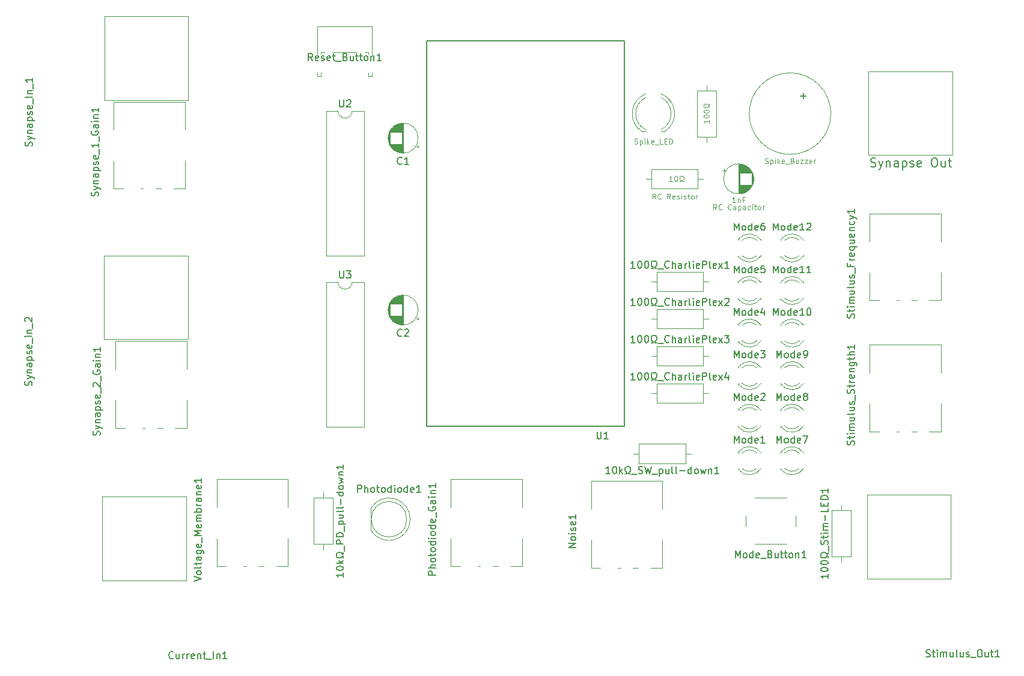
<source format=gbr>
%TF.GenerationSoftware,KiCad,Pcbnew,(6.0.4)*%
%TF.CreationDate,2022-09-14T23:52:42+02:00*%
%TF.ProjectId,Spikeling_V2.1,5370696b-656c-4696-9e67-5f56322e312e,rev?*%
%TF.SameCoordinates,Original*%
%TF.FileFunction,Legend,Top*%
%TF.FilePolarity,Positive*%
%FSLAX46Y46*%
G04 Gerber Fmt 4.6, Leading zero omitted, Abs format (unit mm)*
G04 Created by KiCad (PCBNEW (6.0.4)) date 2022-09-14 23:52:42*
%MOMM*%
%LPD*%
G01*
G04 APERTURE LIST*
%ADD10C,0.100000*%
%ADD11C,0.150000*%
%ADD12C,0.127000*%
%ADD13C,0.120000*%
G04 APERTURE END LIST*
D10*
X186642857Y-77589285D02*
X186392857Y-77232142D01*
X186214285Y-77589285D02*
X186214285Y-76839285D01*
X186500000Y-76839285D01*
X186571428Y-76875000D01*
X186607142Y-76910714D01*
X186642857Y-76982142D01*
X186642857Y-77089285D01*
X186607142Y-77160714D01*
X186571428Y-77196428D01*
X186500000Y-77232142D01*
X186214285Y-77232142D01*
X187392857Y-77517857D02*
X187357142Y-77553571D01*
X187250000Y-77589285D01*
X187178571Y-77589285D01*
X187071428Y-77553571D01*
X187000000Y-77482142D01*
X186964285Y-77410714D01*
X186928571Y-77267857D01*
X186928571Y-77160714D01*
X186964285Y-77017857D01*
X187000000Y-76946428D01*
X187071428Y-76875000D01*
X187178571Y-76839285D01*
X187250000Y-76839285D01*
X187357142Y-76875000D01*
X187392857Y-76910714D01*
X188714285Y-77517857D02*
X188678571Y-77553571D01*
X188571428Y-77589285D01*
X188500000Y-77589285D01*
X188392857Y-77553571D01*
X188321428Y-77482142D01*
X188285714Y-77410714D01*
X188250000Y-77267857D01*
X188250000Y-77160714D01*
X188285714Y-77017857D01*
X188321428Y-76946428D01*
X188392857Y-76875000D01*
X188500000Y-76839285D01*
X188571428Y-76839285D01*
X188678571Y-76875000D01*
X188714285Y-76910714D01*
X189357142Y-77589285D02*
X189357142Y-77196428D01*
X189321428Y-77125000D01*
X189250000Y-77089285D01*
X189107142Y-77089285D01*
X189035714Y-77125000D01*
X189357142Y-77553571D02*
X189285714Y-77589285D01*
X189107142Y-77589285D01*
X189035714Y-77553571D01*
X189000000Y-77482142D01*
X189000000Y-77410714D01*
X189035714Y-77339285D01*
X189107142Y-77303571D01*
X189285714Y-77303571D01*
X189357142Y-77267857D01*
X189714285Y-77089285D02*
X189714285Y-77839285D01*
X189714285Y-77125000D02*
X189785714Y-77089285D01*
X189928571Y-77089285D01*
X190000000Y-77125000D01*
X190035714Y-77160714D01*
X190071428Y-77232142D01*
X190071428Y-77446428D01*
X190035714Y-77517857D01*
X190000000Y-77553571D01*
X189928571Y-77589285D01*
X189785714Y-77589285D01*
X189714285Y-77553571D01*
X190714285Y-77589285D02*
X190714285Y-77196428D01*
X190678571Y-77125000D01*
X190607142Y-77089285D01*
X190464285Y-77089285D01*
X190392857Y-77125000D01*
X190714285Y-77553571D02*
X190642857Y-77589285D01*
X190464285Y-77589285D01*
X190392857Y-77553571D01*
X190357142Y-77482142D01*
X190357142Y-77410714D01*
X190392857Y-77339285D01*
X190464285Y-77303571D01*
X190642857Y-77303571D01*
X190714285Y-77267857D01*
X191392857Y-77553571D02*
X191321428Y-77589285D01*
X191178571Y-77589285D01*
X191107142Y-77553571D01*
X191071428Y-77517857D01*
X191035714Y-77446428D01*
X191035714Y-77232142D01*
X191071428Y-77160714D01*
X191107142Y-77125000D01*
X191178571Y-77089285D01*
X191321428Y-77089285D01*
X191392857Y-77125000D01*
X191714285Y-77589285D02*
X191714285Y-77089285D01*
X191714285Y-76839285D02*
X191678571Y-76875000D01*
X191714285Y-76910714D01*
X191750000Y-76875000D01*
X191714285Y-76839285D01*
X191714285Y-76910714D01*
X191964285Y-77089285D02*
X192250000Y-77089285D01*
X192071428Y-76839285D02*
X192071428Y-77482142D01*
X192107142Y-77553571D01*
X192178571Y-77589285D01*
X192250000Y-77589285D01*
X192607142Y-77589285D02*
X192535714Y-77553571D01*
X192500000Y-77517857D01*
X192464285Y-77446428D01*
X192464285Y-77232142D01*
X192500000Y-77160714D01*
X192535714Y-77125000D01*
X192607142Y-77089285D01*
X192714285Y-77089285D01*
X192785714Y-77125000D01*
X192821428Y-77160714D01*
X192857142Y-77232142D01*
X192857142Y-77446428D01*
X192821428Y-77517857D01*
X192785714Y-77553571D01*
X192714285Y-77589285D01*
X192607142Y-77589285D01*
X193178571Y-77589285D02*
X193178571Y-77089285D01*
X193178571Y-77232142D02*
X193214285Y-77160714D01*
X193250000Y-77125000D01*
X193321428Y-77089285D01*
X193392857Y-77089285D01*
X178053571Y-76089285D02*
X177803571Y-75732142D01*
X177625000Y-76089285D02*
X177625000Y-75339285D01*
X177910714Y-75339285D01*
X177982142Y-75375000D01*
X178017857Y-75410714D01*
X178053571Y-75482142D01*
X178053571Y-75589285D01*
X178017857Y-75660714D01*
X177982142Y-75696428D01*
X177910714Y-75732142D01*
X177625000Y-75732142D01*
X178803571Y-76017857D02*
X178767857Y-76053571D01*
X178660714Y-76089285D01*
X178589285Y-76089285D01*
X178482142Y-76053571D01*
X178410714Y-75982142D01*
X178375000Y-75910714D01*
X178339285Y-75767857D01*
X178339285Y-75660714D01*
X178375000Y-75517857D01*
X178410714Y-75446428D01*
X178482142Y-75375000D01*
X178589285Y-75339285D01*
X178660714Y-75339285D01*
X178767857Y-75375000D01*
X178803571Y-75410714D01*
X180125000Y-76089285D02*
X179875000Y-75732142D01*
X179696428Y-76089285D02*
X179696428Y-75339285D01*
X179982142Y-75339285D01*
X180053571Y-75375000D01*
X180089285Y-75410714D01*
X180125000Y-75482142D01*
X180125000Y-75589285D01*
X180089285Y-75660714D01*
X180053571Y-75696428D01*
X179982142Y-75732142D01*
X179696428Y-75732142D01*
X180732142Y-76053571D02*
X180660714Y-76089285D01*
X180517857Y-76089285D01*
X180446428Y-76053571D01*
X180410714Y-75982142D01*
X180410714Y-75696428D01*
X180446428Y-75625000D01*
X180517857Y-75589285D01*
X180660714Y-75589285D01*
X180732142Y-75625000D01*
X180767857Y-75696428D01*
X180767857Y-75767857D01*
X180410714Y-75839285D01*
X181053571Y-76053571D02*
X181125000Y-76089285D01*
X181267857Y-76089285D01*
X181339285Y-76053571D01*
X181375000Y-75982142D01*
X181375000Y-75946428D01*
X181339285Y-75875000D01*
X181267857Y-75839285D01*
X181160714Y-75839285D01*
X181089285Y-75803571D01*
X181053571Y-75732142D01*
X181053571Y-75696428D01*
X181089285Y-75625000D01*
X181160714Y-75589285D01*
X181267857Y-75589285D01*
X181339285Y-75625000D01*
X181696428Y-76089285D02*
X181696428Y-75589285D01*
X181696428Y-75339285D02*
X181660714Y-75375000D01*
X181696428Y-75410714D01*
X181732142Y-75375000D01*
X181696428Y-75339285D01*
X181696428Y-75410714D01*
X182017857Y-76053571D02*
X182089285Y-76089285D01*
X182232142Y-76089285D01*
X182303571Y-76053571D01*
X182339285Y-75982142D01*
X182339285Y-75946428D01*
X182303571Y-75875000D01*
X182232142Y-75839285D01*
X182125000Y-75839285D01*
X182053571Y-75803571D01*
X182017857Y-75732142D01*
X182017857Y-75696428D01*
X182053571Y-75625000D01*
X182125000Y-75589285D01*
X182232142Y-75589285D01*
X182303571Y-75625000D01*
X182553571Y-75589285D02*
X182839285Y-75589285D01*
X182660714Y-75339285D02*
X182660714Y-75982142D01*
X182696428Y-76053571D01*
X182767857Y-76089285D01*
X182839285Y-76089285D01*
X183196428Y-76089285D02*
X183125000Y-76053571D01*
X183089285Y-76017857D01*
X183053571Y-75946428D01*
X183053571Y-75732142D01*
X183089285Y-75660714D01*
X183125000Y-75625000D01*
X183196428Y-75589285D01*
X183303571Y-75589285D01*
X183375000Y-75625000D01*
X183410714Y-75660714D01*
X183446428Y-75732142D01*
X183446428Y-75946428D01*
X183410714Y-76017857D01*
X183375000Y-76053571D01*
X183303571Y-76089285D01*
X183196428Y-76089285D01*
X183767857Y-76089285D02*
X183767857Y-75589285D01*
X183767857Y-75732142D02*
X183803571Y-75660714D01*
X183839285Y-75625000D01*
X183910714Y-75589285D01*
X183982142Y-75589285D01*
D11*
%TO.C,U1*%
X169816976Y-108898214D02*
X169816976Y-109708050D01*
X169864613Y-109803325D01*
X169912251Y-109850963D01*
X170007525Y-109898600D01*
X170198075Y-109898600D01*
X170293350Y-109850963D01*
X170340987Y-109803325D01*
X170388625Y-109708050D01*
X170388625Y-108898214D01*
X171389011Y-109898600D02*
X170817362Y-109898600D01*
X171103186Y-109898600D02*
X171103186Y-108898214D01*
X171007911Y-109041126D01*
X170912637Y-109136401D01*
X170817362Y-109184039D01*
%TO.C,C2*%
X142305933Y-95357142D02*
X142258314Y-95404761D01*
X142115457Y-95452380D01*
X142020219Y-95452380D01*
X141877361Y-95404761D01*
X141782123Y-95309523D01*
X141734504Y-95214285D01*
X141686885Y-95023809D01*
X141686885Y-94880952D01*
X141734504Y-94690476D01*
X141782123Y-94595238D01*
X141877361Y-94500000D01*
X142020219Y-94452380D01*
X142115457Y-94452380D01*
X142258314Y-94500000D01*
X142305933Y-94547619D01*
X142686885Y-94547619D02*
X142734504Y-94500000D01*
X142829742Y-94452380D01*
X143067838Y-94452380D01*
X143163076Y-94500000D01*
X143210695Y-94547619D01*
X143258314Y-94642857D01*
X143258314Y-94738095D01*
X143210695Y-94880952D01*
X142639266Y-95452380D01*
X143258314Y-95452380D01*
%TO.C,C1*%
X142305933Y-71107142D02*
X142258314Y-71154761D01*
X142115457Y-71202380D01*
X142020219Y-71202380D01*
X141877361Y-71154761D01*
X141782123Y-71059523D01*
X141734504Y-70964285D01*
X141686885Y-70773809D01*
X141686885Y-70630952D01*
X141734504Y-70440476D01*
X141782123Y-70345238D01*
X141877361Y-70250000D01*
X142020219Y-70202380D01*
X142115457Y-70202380D01*
X142258314Y-70250000D01*
X142305933Y-70297619D01*
X143258314Y-71202380D02*
X142686885Y-71202380D01*
X142972600Y-71202380D02*
X142972600Y-70202380D01*
X142877361Y-70345238D01*
X142782123Y-70440476D01*
X142686885Y-70488095D01*
%TO.C,Reset_Button1*%
X129726190Y-56572380D02*
X129392857Y-56096190D01*
X129154761Y-56572380D02*
X129154761Y-55572380D01*
X129535714Y-55572380D01*
X129630952Y-55620000D01*
X129678571Y-55667619D01*
X129726190Y-55762857D01*
X129726190Y-55905714D01*
X129678571Y-56000952D01*
X129630952Y-56048571D01*
X129535714Y-56096190D01*
X129154761Y-56096190D01*
X130535714Y-56524761D02*
X130440476Y-56572380D01*
X130250000Y-56572380D01*
X130154761Y-56524761D01*
X130107142Y-56429523D01*
X130107142Y-56048571D01*
X130154761Y-55953333D01*
X130250000Y-55905714D01*
X130440476Y-55905714D01*
X130535714Y-55953333D01*
X130583333Y-56048571D01*
X130583333Y-56143809D01*
X130107142Y-56239047D01*
X130964285Y-56524761D02*
X131059523Y-56572380D01*
X131250000Y-56572380D01*
X131345238Y-56524761D01*
X131392857Y-56429523D01*
X131392857Y-56381904D01*
X131345238Y-56286666D01*
X131250000Y-56239047D01*
X131107142Y-56239047D01*
X131011904Y-56191428D01*
X130964285Y-56096190D01*
X130964285Y-56048571D01*
X131011904Y-55953333D01*
X131107142Y-55905714D01*
X131250000Y-55905714D01*
X131345238Y-55953333D01*
X132202380Y-56524761D02*
X132107142Y-56572380D01*
X131916666Y-56572380D01*
X131821428Y-56524761D01*
X131773809Y-56429523D01*
X131773809Y-56048571D01*
X131821428Y-55953333D01*
X131916666Y-55905714D01*
X132107142Y-55905714D01*
X132202380Y-55953333D01*
X132250000Y-56048571D01*
X132250000Y-56143809D01*
X131773809Y-56239047D01*
X132535714Y-55905714D02*
X132916666Y-55905714D01*
X132678571Y-55572380D02*
X132678571Y-56429523D01*
X132726190Y-56524761D01*
X132821428Y-56572380D01*
X132916666Y-56572380D01*
X133011904Y-56667619D02*
X133773809Y-56667619D01*
X134345238Y-56048571D02*
X134488095Y-56096190D01*
X134535714Y-56143809D01*
X134583333Y-56239047D01*
X134583333Y-56381904D01*
X134535714Y-56477142D01*
X134488095Y-56524761D01*
X134392857Y-56572380D01*
X134011904Y-56572380D01*
X134011904Y-55572380D01*
X134345238Y-55572380D01*
X134440476Y-55620000D01*
X134488095Y-55667619D01*
X134535714Y-55762857D01*
X134535714Y-55858095D01*
X134488095Y-55953333D01*
X134440476Y-56000952D01*
X134345238Y-56048571D01*
X134011904Y-56048571D01*
X135440476Y-55905714D02*
X135440476Y-56572380D01*
X135011904Y-55905714D02*
X135011904Y-56429523D01*
X135059523Y-56524761D01*
X135154761Y-56572380D01*
X135297619Y-56572380D01*
X135392857Y-56524761D01*
X135440476Y-56477142D01*
X135773809Y-55905714D02*
X136154761Y-55905714D01*
X135916666Y-55572380D02*
X135916666Y-56429523D01*
X135964285Y-56524761D01*
X136059523Y-56572380D01*
X136154761Y-56572380D01*
X136345238Y-55905714D02*
X136726190Y-55905714D01*
X136488095Y-55572380D02*
X136488095Y-56429523D01*
X136535714Y-56524761D01*
X136630952Y-56572380D01*
X136726190Y-56572380D01*
X137202380Y-56572380D02*
X137107142Y-56524761D01*
X137059523Y-56477142D01*
X137011904Y-56381904D01*
X137011904Y-56096190D01*
X137059523Y-56000952D01*
X137107142Y-55953333D01*
X137202380Y-55905714D01*
X137345238Y-55905714D01*
X137440476Y-55953333D01*
X137488095Y-56000952D01*
X137535714Y-56096190D01*
X137535714Y-56381904D01*
X137488095Y-56477142D01*
X137440476Y-56524761D01*
X137345238Y-56572380D01*
X137202380Y-56572380D01*
X137964285Y-55905714D02*
X137964285Y-56572380D01*
X137964285Y-56000952D02*
X138011904Y-55953333D01*
X138107142Y-55905714D01*
X138250000Y-55905714D01*
X138345238Y-55953333D01*
X138392857Y-56048571D01*
X138392857Y-56572380D01*
X139392857Y-56572380D02*
X138821428Y-56572380D01*
X139107142Y-56572380D02*
X139107142Y-55572380D01*
X139011904Y-55715238D01*
X138916666Y-55810476D01*
X138821428Y-55858095D01*
%TO.C,Synapse Out*%
X208375000Y-71505952D02*
X208553571Y-71565476D01*
X208851190Y-71565476D01*
X208970238Y-71505952D01*
X209029761Y-71446428D01*
X209089285Y-71327380D01*
X209089285Y-71208333D01*
X209029761Y-71089285D01*
X208970238Y-71029761D01*
X208851190Y-70970238D01*
X208613095Y-70910714D01*
X208494047Y-70851190D01*
X208434523Y-70791666D01*
X208375000Y-70672619D01*
X208375000Y-70553571D01*
X208434523Y-70434523D01*
X208494047Y-70375000D01*
X208613095Y-70315476D01*
X208910714Y-70315476D01*
X209089285Y-70375000D01*
X209505952Y-70732142D02*
X209803571Y-71565476D01*
X210101190Y-70732142D02*
X209803571Y-71565476D01*
X209684523Y-71863095D01*
X209625000Y-71922619D01*
X209505952Y-71982142D01*
X210577380Y-70732142D02*
X210577380Y-71565476D01*
X210577380Y-70851190D02*
X210636904Y-70791666D01*
X210755952Y-70732142D01*
X210934523Y-70732142D01*
X211053571Y-70791666D01*
X211113095Y-70910714D01*
X211113095Y-71565476D01*
X212244047Y-71565476D02*
X212244047Y-70910714D01*
X212184523Y-70791666D01*
X212065476Y-70732142D01*
X211827380Y-70732142D01*
X211708333Y-70791666D01*
X212244047Y-71505952D02*
X212125000Y-71565476D01*
X211827380Y-71565476D01*
X211708333Y-71505952D01*
X211648809Y-71386904D01*
X211648809Y-71267857D01*
X211708333Y-71148809D01*
X211827380Y-71089285D01*
X212125000Y-71089285D01*
X212244047Y-71029761D01*
X212839285Y-70732142D02*
X212839285Y-71982142D01*
X212839285Y-70791666D02*
X212958333Y-70732142D01*
X213196428Y-70732142D01*
X213315476Y-70791666D01*
X213375000Y-70851190D01*
X213434523Y-70970238D01*
X213434523Y-71327380D01*
X213375000Y-71446428D01*
X213315476Y-71505952D01*
X213196428Y-71565476D01*
X212958333Y-71565476D01*
X212839285Y-71505952D01*
X213910714Y-71505952D02*
X214029761Y-71565476D01*
X214267857Y-71565476D01*
X214386904Y-71505952D01*
X214446428Y-71386904D01*
X214446428Y-71327380D01*
X214386904Y-71208333D01*
X214267857Y-71148809D01*
X214089285Y-71148809D01*
X213970238Y-71089285D01*
X213910714Y-70970238D01*
X213910714Y-70910714D01*
X213970238Y-70791666D01*
X214089285Y-70732142D01*
X214267857Y-70732142D01*
X214386904Y-70791666D01*
X215458333Y-71505952D02*
X215339285Y-71565476D01*
X215101190Y-71565476D01*
X214982142Y-71505952D01*
X214922619Y-71386904D01*
X214922619Y-70910714D01*
X214982142Y-70791666D01*
X215101190Y-70732142D01*
X215339285Y-70732142D01*
X215458333Y-70791666D01*
X215517857Y-70910714D01*
X215517857Y-71029761D01*
X214922619Y-71148809D01*
X217244047Y-70315476D02*
X217482142Y-70315476D01*
X217601190Y-70375000D01*
X217720238Y-70494047D01*
X217779761Y-70732142D01*
X217779761Y-71148809D01*
X217720238Y-71386904D01*
X217601190Y-71505952D01*
X217482142Y-71565476D01*
X217244047Y-71565476D01*
X217125000Y-71505952D01*
X217005952Y-71386904D01*
X216946428Y-71148809D01*
X216946428Y-70732142D01*
X217005952Y-70494047D01*
X217125000Y-70375000D01*
X217244047Y-70315476D01*
X218851190Y-70732142D02*
X218851190Y-71565476D01*
X218315476Y-70732142D02*
X218315476Y-71386904D01*
X218375000Y-71505952D01*
X218494047Y-71565476D01*
X218672619Y-71565476D01*
X218791666Y-71505952D01*
X218851190Y-71446428D01*
X219267857Y-70732142D02*
X219744047Y-70732142D01*
X219446428Y-70315476D02*
X219446428Y-71386904D01*
X219505952Y-71505952D01*
X219625000Y-71565476D01*
X219744047Y-71565476D01*
%TO.C,Synapse_in_2*%
X90154761Y-102365714D02*
X90202380Y-102222857D01*
X90202380Y-101984761D01*
X90154761Y-101889523D01*
X90107142Y-101841904D01*
X90011904Y-101794285D01*
X89916666Y-101794285D01*
X89821428Y-101841904D01*
X89773809Y-101889523D01*
X89726190Y-101984761D01*
X89678571Y-102175238D01*
X89630952Y-102270476D01*
X89583333Y-102318095D01*
X89488095Y-102365714D01*
X89392857Y-102365714D01*
X89297619Y-102318095D01*
X89250000Y-102270476D01*
X89202380Y-102175238D01*
X89202380Y-101937142D01*
X89250000Y-101794285D01*
X89535714Y-101460952D02*
X90202380Y-101222857D01*
X89535714Y-100984761D02*
X90202380Y-101222857D01*
X90440476Y-101318095D01*
X90488095Y-101365714D01*
X90535714Y-101460952D01*
X89535714Y-100603809D02*
X90202380Y-100603809D01*
X89630952Y-100603809D02*
X89583333Y-100556190D01*
X89535714Y-100460952D01*
X89535714Y-100318095D01*
X89583333Y-100222857D01*
X89678571Y-100175238D01*
X90202380Y-100175238D01*
X90202380Y-99270476D02*
X89678571Y-99270476D01*
X89583333Y-99318095D01*
X89535714Y-99413333D01*
X89535714Y-99603809D01*
X89583333Y-99699047D01*
X90154761Y-99270476D02*
X90202380Y-99365714D01*
X90202380Y-99603809D01*
X90154761Y-99699047D01*
X90059523Y-99746666D01*
X89964285Y-99746666D01*
X89869047Y-99699047D01*
X89821428Y-99603809D01*
X89821428Y-99365714D01*
X89773809Y-99270476D01*
X89535714Y-98794285D02*
X90535714Y-98794285D01*
X89583333Y-98794285D02*
X89535714Y-98699047D01*
X89535714Y-98508571D01*
X89583333Y-98413333D01*
X89630952Y-98365714D01*
X89726190Y-98318095D01*
X90011904Y-98318095D01*
X90107142Y-98365714D01*
X90154761Y-98413333D01*
X90202380Y-98508571D01*
X90202380Y-98699047D01*
X90154761Y-98794285D01*
X90154761Y-97937142D02*
X90202380Y-97841904D01*
X90202380Y-97651428D01*
X90154761Y-97556190D01*
X90059523Y-97508571D01*
X90011904Y-97508571D01*
X89916666Y-97556190D01*
X89869047Y-97651428D01*
X89869047Y-97794285D01*
X89821428Y-97889523D01*
X89726190Y-97937142D01*
X89678571Y-97937142D01*
X89583333Y-97889523D01*
X89535714Y-97794285D01*
X89535714Y-97651428D01*
X89583333Y-97556190D01*
X90154761Y-96699047D02*
X90202380Y-96794285D01*
X90202380Y-96984761D01*
X90154761Y-97080000D01*
X90059523Y-97127619D01*
X89678571Y-97127619D01*
X89583333Y-97080000D01*
X89535714Y-96984761D01*
X89535714Y-96794285D01*
X89583333Y-96699047D01*
X89678571Y-96651428D01*
X89773809Y-96651428D01*
X89869047Y-97127619D01*
X90297619Y-96460952D02*
X90297619Y-95699047D01*
X90202380Y-95460952D02*
X89535714Y-95460952D01*
X89202380Y-95460952D02*
X89250000Y-95508571D01*
X89297619Y-95460952D01*
X89250000Y-95413333D01*
X89202380Y-95460952D01*
X89297619Y-95460952D01*
X89535714Y-94984761D02*
X90202380Y-94984761D01*
X89630952Y-94984761D02*
X89583333Y-94937142D01*
X89535714Y-94841904D01*
X89535714Y-94699047D01*
X89583333Y-94603809D01*
X89678571Y-94556190D01*
X90202380Y-94556190D01*
X90297619Y-94318095D02*
X90297619Y-93556190D01*
X89297619Y-93365714D02*
X89250000Y-93318095D01*
X89202380Y-93222857D01*
X89202380Y-92984761D01*
X89250000Y-92889523D01*
X89297619Y-92841904D01*
X89392857Y-92794285D01*
X89488095Y-92794285D01*
X89630952Y-92841904D01*
X90202380Y-93413333D01*
X90202380Y-92794285D01*
%TO.C,Synapse_In_1*%
X90186261Y-68615714D02*
X90233880Y-68472857D01*
X90233880Y-68234761D01*
X90186261Y-68139523D01*
X90138642Y-68091904D01*
X90043404Y-68044285D01*
X89948166Y-68044285D01*
X89852928Y-68091904D01*
X89805309Y-68139523D01*
X89757690Y-68234761D01*
X89710071Y-68425238D01*
X89662452Y-68520476D01*
X89614833Y-68568095D01*
X89519595Y-68615714D01*
X89424357Y-68615714D01*
X89329119Y-68568095D01*
X89281500Y-68520476D01*
X89233880Y-68425238D01*
X89233880Y-68187142D01*
X89281500Y-68044285D01*
X89567214Y-67710952D02*
X90233880Y-67472857D01*
X89567214Y-67234761D02*
X90233880Y-67472857D01*
X90471976Y-67568095D01*
X90519595Y-67615714D01*
X90567214Y-67710952D01*
X89567214Y-66853809D02*
X90233880Y-66853809D01*
X89662452Y-66853809D02*
X89614833Y-66806190D01*
X89567214Y-66710952D01*
X89567214Y-66568095D01*
X89614833Y-66472857D01*
X89710071Y-66425238D01*
X90233880Y-66425238D01*
X90233880Y-65520476D02*
X89710071Y-65520476D01*
X89614833Y-65568095D01*
X89567214Y-65663333D01*
X89567214Y-65853809D01*
X89614833Y-65949047D01*
X90186261Y-65520476D02*
X90233880Y-65615714D01*
X90233880Y-65853809D01*
X90186261Y-65949047D01*
X90091023Y-65996666D01*
X89995785Y-65996666D01*
X89900547Y-65949047D01*
X89852928Y-65853809D01*
X89852928Y-65615714D01*
X89805309Y-65520476D01*
X89567214Y-65044285D02*
X90567214Y-65044285D01*
X89614833Y-65044285D02*
X89567214Y-64949047D01*
X89567214Y-64758571D01*
X89614833Y-64663333D01*
X89662452Y-64615714D01*
X89757690Y-64568095D01*
X90043404Y-64568095D01*
X90138642Y-64615714D01*
X90186261Y-64663333D01*
X90233880Y-64758571D01*
X90233880Y-64949047D01*
X90186261Y-65044285D01*
X90186261Y-64187142D02*
X90233880Y-64091904D01*
X90233880Y-63901428D01*
X90186261Y-63806190D01*
X90091023Y-63758571D01*
X90043404Y-63758571D01*
X89948166Y-63806190D01*
X89900547Y-63901428D01*
X89900547Y-64044285D01*
X89852928Y-64139523D01*
X89757690Y-64187142D01*
X89710071Y-64187142D01*
X89614833Y-64139523D01*
X89567214Y-64044285D01*
X89567214Y-63901428D01*
X89614833Y-63806190D01*
X90186261Y-62949047D02*
X90233880Y-63044285D01*
X90233880Y-63234761D01*
X90186261Y-63330000D01*
X90091023Y-63377619D01*
X89710071Y-63377619D01*
X89614833Y-63330000D01*
X89567214Y-63234761D01*
X89567214Y-63044285D01*
X89614833Y-62949047D01*
X89710071Y-62901428D01*
X89805309Y-62901428D01*
X89900547Y-63377619D01*
X90329119Y-62710952D02*
X90329119Y-61949047D01*
X90233880Y-61710952D02*
X89233880Y-61710952D01*
X89567214Y-61234761D02*
X90233880Y-61234761D01*
X89662452Y-61234761D02*
X89614833Y-61187142D01*
X89567214Y-61091904D01*
X89567214Y-60949047D01*
X89614833Y-60853809D01*
X89710071Y-60806190D01*
X90233880Y-60806190D01*
X90329119Y-60568095D02*
X90329119Y-59806190D01*
X90233880Y-59044285D02*
X90233880Y-59615714D01*
X90233880Y-59330000D02*
X89233880Y-59330000D01*
X89376738Y-59425238D01*
X89471976Y-59520476D01*
X89519595Y-59615714D01*
%TO.C,Stimulus_Out1*%
X216163333Y-140623261D02*
X216306190Y-140670880D01*
X216544285Y-140670880D01*
X216639523Y-140623261D01*
X216687142Y-140575642D01*
X216734761Y-140480404D01*
X216734761Y-140385166D01*
X216687142Y-140289928D01*
X216639523Y-140242309D01*
X216544285Y-140194690D01*
X216353809Y-140147071D01*
X216258571Y-140099452D01*
X216210952Y-140051833D01*
X216163333Y-139956595D01*
X216163333Y-139861357D01*
X216210952Y-139766119D01*
X216258571Y-139718500D01*
X216353809Y-139670880D01*
X216591904Y-139670880D01*
X216734761Y-139718500D01*
X217020476Y-140004214D02*
X217401428Y-140004214D01*
X217163333Y-139670880D02*
X217163333Y-140528023D01*
X217210952Y-140623261D01*
X217306190Y-140670880D01*
X217401428Y-140670880D01*
X217734761Y-140670880D02*
X217734761Y-140004214D01*
X217734761Y-139670880D02*
X217687142Y-139718500D01*
X217734761Y-139766119D01*
X217782380Y-139718500D01*
X217734761Y-139670880D01*
X217734761Y-139766119D01*
X218210952Y-140670880D02*
X218210952Y-140004214D01*
X218210952Y-140099452D02*
X218258571Y-140051833D01*
X218353809Y-140004214D01*
X218496666Y-140004214D01*
X218591904Y-140051833D01*
X218639523Y-140147071D01*
X218639523Y-140670880D01*
X218639523Y-140147071D02*
X218687142Y-140051833D01*
X218782380Y-140004214D01*
X218925238Y-140004214D01*
X219020476Y-140051833D01*
X219068095Y-140147071D01*
X219068095Y-140670880D01*
X219972857Y-140004214D02*
X219972857Y-140670880D01*
X219544285Y-140004214D02*
X219544285Y-140528023D01*
X219591904Y-140623261D01*
X219687142Y-140670880D01*
X219830000Y-140670880D01*
X219925238Y-140623261D01*
X219972857Y-140575642D01*
X220591904Y-140670880D02*
X220496666Y-140623261D01*
X220449047Y-140528023D01*
X220449047Y-139670880D01*
X221401428Y-140004214D02*
X221401428Y-140670880D01*
X220972857Y-140004214D02*
X220972857Y-140528023D01*
X221020476Y-140623261D01*
X221115714Y-140670880D01*
X221258571Y-140670880D01*
X221353809Y-140623261D01*
X221401428Y-140575642D01*
X221830000Y-140623261D02*
X221925238Y-140670880D01*
X222115714Y-140670880D01*
X222210952Y-140623261D01*
X222258571Y-140528023D01*
X222258571Y-140480404D01*
X222210952Y-140385166D01*
X222115714Y-140337547D01*
X221972857Y-140337547D01*
X221877619Y-140289928D01*
X221830000Y-140194690D01*
X221830000Y-140147071D01*
X221877619Y-140051833D01*
X221972857Y-140004214D01*
X222115714Y-140004214D01*
X222210952Y-140051833D01*
X222449047Y-140766119D02*
X223210952Y-140766119D01*
X223639523Y-139670880D02*
X223830000Y-139670880D01*
X223925238Y-139718500D01*
X224020476Y-139813738D01*
X224068095Y-140004214D01*
X224068095Y-140337547D01*
X224020476Y-140528023D01*
X223925238Y-140623261D01*
X223830000Y-140670880D01*
X223639523Y-140670880D01*
X223544285Y-140623261D01*
X223449047Y-140528023D01*
X223401428Y-140337547D01*
X223401428Y-140004214D01*
X223449047Y-139813738D01*
X223544285Y-139718500D01*
X223639523Y-139670880D01*
X224925238Y-140004214D02*
X224925238Y-140670880D01*
X224496666Y-140004214D02*
X224496666Y-140528023D01*
X224544285Y-140623261D01*
X224639523Y-140670880D01*
X224782380Y-140670880D01*
X224877619Y-140623261D01*
X224925238Y-140575642D01*
X225258571Y-140004214D02*
X225639523Y-140004214D01*
X225401428Y-139670880D02*
X225401428Y-140528023D01*
X225449047Y-140623261D01*
X225544285Y-140670880D01*
X225639523Y-140670880D01*
X226496666Y-140670880D02*
X225925238Y-140670880D01*
X226210952Y-140670880D02*
X226210952Y-139670880D01*
X226115714Y-139813738D01*
X226020476Y-139908976D01*
X225925238Y-139956595D01*
%TO.C,Current_In1*%
X110103809Y-140825642D02*
X110056190Y-140873261D01*
X109913333Y-140920880D01*
X109818095Y-140920880D01*
X109675238Y-140873261D01*
X109580000Y-140778023D01*
X109532380Y-140682785D01*
X109484761Y-140492309D01*
X109484761Y-140349452D01*
X109532380Y-140158976D01*
X109580000Y-140063738D01*
X109675238Y-139968500D01*
X109818095Y-139920880D01*
X109913333Y-139920880D01*
X110056190Y-139968500D01*
X110103809Y-140016119D01*
X110960952Y-140254214D02*
X110960952Y-140920880D01*
X110532380Y-140254214D02*
X110532380Y-140778023D01*
X110580000Y-140873261D01*
X110675238Y-140920880D01*
X110818095Y-140920880D01*
X110913333Y-140873261D01*
X110960952Y-140825642D01*
X111437142Y-140920880D02*
X111437142Y-140254214D01*
X111437142Y-140444690D02*
X111484761Y-140349452D01*
X111532380Y-140301833D01*
X111627619Y-140254214D01*
X111722857Y-140254214D01*
X112056190Y-140920880D02*
X112056190Y-140254214D01*
X112056190Y-140444690D02*
X112103809Y-140349452D01*
X112151428Y-140301833D01*
X112246666Y-140254214D01*
X112341904Y-140254214D01*
X113056190Y-140873261D02*
X112960952Y-140920880D01*
X112770476Y-140920880D01*
X112675238Y-140873261D01*
X112627619Y-140778023D01*
X112627619Y-140397071D01*
X112675238Y-140301833D01*
X112770476Y-140254214D01*
X112960952Y-140254214D01*
X113056190Y-140301833D01*
X113103809Y-140397071D01*
X113103809Y-140492309D01*
X112627619Y-140587547D01*
X113532380Y-140254214D02*
X113532380Y-140920880D01*
X113532380Y-140349452D02*
X113580000Y-140301833D01*
X113675238Y-140254214D01*
X113818095Y-140254214D01*
X113913333Y-140301833D01*
X113960952Y-140397071D01*
X113960952Y-140920880D01*
X114294285Y-140254214D02*
X114675238Y-140254214D01*
X114437142Y-139920880D02*
X114437142Y-140778023D01*
X114484761Y-140873261D01*
X114580000Y-140920880D01*
X114675238Y-140920880D01*
X114770476Y-141016119D02*
X115532380Y-141016119D01*
X115770476Y-140920880D02*
X115770476Y-139920880D01*
X116246666Y-140254214D02*
X116246666Y-140920880D01*
X116246666Y-140349452D02*
X116294285Y-140301833D01*
X116389523Y-140254214D01*
X116532380Y-140254214D01*
X116627619Y-140301833D01*
X116675238Y-140397071D01*
X116675238Y-140920880D01*
X117675238Y-140920880D02*
X117103809Y-140920880D01*
X117389523Y-140920880D02*
X117389523Y-139920880D01*
X117294285Y-140063738D01*
X117199047Y-140158976D01*
X117103809Y-140206595D01*
%TO.C,100\u03A9_Stim-LED1*%
X202332380Y-128988095D02*
X202332380Y-129559523D01*
X202332380Y-129273809D02*
X201332380Y-129273809D01*
X201475238Y-129369047D01*
X201570476Y-129464285D01*
X201618095Y-129559523D01*
X201332380Y-128369047D02*
X201332380Y-128273809D01*
X201380000Y-128178571D01*
X201427619Y-128130952D01*
X201522857Y-128083333D01*
X201713333Y-128035714D01*
X201951428Y-128035714D01*
X202141904Y-128083333D01*
X202237142Y-128130952D01*
X202284761Y-128178571D01*
X202332380Y-128273809D01*
X202332380Y-128369047D01*
X202284761Y-128464285D01*
X202237142Y-128511904D01*
X202141904Y-128559523D01*
X201951428Y-128607142D01*
X201713333Y-128607142D01*
X201522857Y-128559523D01*
X201427619Y-128511904D01*
X201380000Y-128464285D01*
X201332380Y-128369047D01*
X201332380Y-127416666D02*
X201332380Y-127321428D01*
X201380000Y-127226190D01*
X201427619Y-127178571D01*
X201522857Y-127130952D01*
X201713333Y-127083333D01*
X201951428Y-127083333D01*
X202141904Y-127130952D01*
X202237142Y-127178571D01*
X202284761Y-127226190D01*
X202332380Y-127321428D01*
X202332380Y-127416666D01*
X202284761Y-127511904D01*
X202237142Y-127559523D01*
X202141904Y-127607142D01*
X201951428Y-127654761D01*
X201713333Y-127654761D01*
X201522857Y-127607142D01*
X201427619Y-127559523D01*
X201380000Y-127511904D01*
X201332380Y-127416666D01*
X202332380Y-126702380D02*
X202332380Y-126464285D01*
X202141904Y-126464285D01*
X202094285Y-126559523D01*
X201999047Y-126654761D01*
X201856190Y-126702380D01*
X201618095Y-126702380D01*
X201475238Y-126654761D01*
X201380000Y-126559523D01*
X201332380Y-126416666D01*
X201332380Y-126226190D01*
X201380000Y-126083333D01*
X201475238Y-125988095D01*
X201618095Y-125940476D01*
X201856190Y-125940476D01*
X201999047Y-125988095D01*
X202094285Y-126083333D01*
X202141904Y-126178571D01*
X202332380Y-126178571D01*
X202332380Y-125940476D01*
X202427619Y-125750000D02*
X202427619Y-124988095D01*
X202284761Y-124797619D02*
X202332380Y-124654761D01*
X202332380Y-124416666D01*
X202284761Y-124321428D01*
X202237142Y-124273809D01*
X202141904Y-124226190D01*
X202046666Y-124226190D01*
X201951428Y-124273809D01*
X201903809Y-124321428D01*
X201856190Y-124416666D01*
X201808571Y-124607142D01*
X201760952Y-124702380D01*
X201713333Y-124750000D01*
X201618095Y-124797619D01*
X201522857Y-124797619D01*
X201427619Y-124750000D01*
X201380000Y-124702380D01*
X201332380Y-124607142D01*
X201332380Y-124369047D01*
X201380000Y-124226190D01*
X201665714Y-123940476D02*
X201665714Y-123559523D01*
X201332380Y-123797619D02*
X202189523Y-123797619D01*
X202284761Y-123750000D01*
X202332380Y-123654761D01*
X202332380Y-123559523D01*
X202332380Y-123226190D02*
X201665714Y-123226190D01*
X201332380Y-123226190D02*
X201380000Y-123273809D01*
X201427619Y-123226190D01*
X201380000Y-123178571D01*
X201332380Y-123226190D01*
X201427619Y-123226190D01*
X202332380Y-122750000D02*
X201665714Y-122750000D01*
X201760952Y-122750000D02*
X201713333Y-122702380D01*
X201665714Y-122607142D01*
X201665714Y-122464285D01*
X201713333Y-122369047D01*
X201808571Y-122321428D01*
X202332380Y-122321428D01*
X201808571Y-122321428D02*
X201713333Y-122273809D01*
X201665714Y-122178571D01*
X201665714Y-122035714D01*
X201713333Y-121940476D01*
X201808571Y-121892857D01*
X202332380Y-121892857D01*
X201951428Y-121416666D02*
X201951428Y-120654761D01*
X202332380Y-119702380D02*
X202332380Y-120178571D01*
X201332380Y-120178571D01*
X201808571Y-119369047D02*
X201808571Y-119035714D01*
X202332380Y-118892857D02*
X202332380Y-119369047D01*
X201332380Y-119369047D01*
X201332380Y-118892857D01*
X202332380Y-118464285D02*
X201332380Y-118464285D01*
X201332380Y-118226190D01*
X201380000Y-118083333D01*
X201475238Y-117988095D01*
X201570476Y-117940476D01*
X201760952Y-117892857D01*
X201903809Y-117892857D01*
X202094285Y-117940476D01*
X202189523Y-117988095D01*
X202284761Y-118083333D01*
X202332380Y-118226190D01*
X202332380Y-118464285D01*
X202332380Y-116940476D02*
X202332380Y-117511904D01*
X202332380Y-117226190D02*
X201332380Y-117226190D01*
X201475238Y-117321428D01*
X201570476Y-117416666D01*
X201618095Y-117511904D01*
D10*
%TO.C,100\u03A9*%
X185589285Y-64928571D02*
X185589285Y-65357142D01*
X185589285Y-65142857D02*
X184839285Y-65142857D01*
X184946428Y-65214285D01*
X185017857Y-65285714D01*
X185053571Y-65357142D01*
X184839285Y-64464285D02*
X184839285Y-64392857D01*
X184875000Y-64321428D01*
X184910714Y-64285714D01*
X184982142Y-64250000D01*
X185125000Y-64214285D01*
X185303571Y-64214285D01*
X185446428Y-64250000D01*
X185517857Y-64285714D01*
X185553571Y-64321428D01*
X185589285Y-64392857D01*
X185589285Y-64464285D01*
X185553571Y-64535714D01*
X185517857Y-64571428D01*
X185446428Y-64607142D01*
X185303571Y-64642857D01*
X185125000Y-64642857D01*
X184982142Y-64607142D01*
X184910714Y-64571428D01*
X184875000Y-64535714D01*
X184839285Y-64464285D01*
X184839285Y-63750000D02*
X184839285Y-63678571D01*
X184875000Y-63607142D01*
X184910714Y-63571428D01*
X184982142Y-63535714D01*
X185125000Y-63500000D01*
X185303571Y-63500000D01*
X185446428Y-63535714D01*
X185517857Y-63571428D01*
X185553571Y-63607142D01*
X185589285Y-63678571D01*
X185589285Y-63750000D01*
X185553571Y-63821428D01*
X185517857Y-63857142D01*
X185446428Y-63892857D01*
X185303571Y-63928571D01*
X185125000Y-63928571D01*
X184982142Y-63892857D01*
X184910714Y-63857142D01*
X184875000Y-63821428D01*
X184839285Y-63750000D01*
X185589285Y-63214285D02*
X185589285Y-63035714D01*
X185446428Y-63035714D01*
X185410714Y-63107142D01*
X185339285Y-63178571D01*
X185232142Y-63214285D01*
X185053571Y-63214285D01*
X184946428Y-63178571D01*
X184875000Y-63107142D01*
X184839285Y-63000000D01*
X184839285Y-62857142D01*
X184875000Y-62750000D01*
X184946428Y-62678571D01*
X185053571Y-62642857D01*
X185232142Y-62642857D01*
X185339285Y-62678571D01*
X185410714Y-62750000D01*
X185446428Y-62821428D01*
X185589285Y-62821428D01*
X185589285Y-62642857D01*
D11*
%TO.C,100\u03A9_CharliePlex4*%
X175166666Y-101582380D02*
X174595238Y-101582380D01*
X174880952Y-101582380D02*
X174880952Y-100582380D01*
X174785714Y-100725238D01*
X174690476Y-100820476D01*
X174595238Y-100868095D01*
X175785714Y-100582380D02*
X175880952Y-100582380D01*
X175976190Y-100630000D01*
X176023809Y-100677619D01*
X176071428Y-100772857D01*
X176119047Y-100963333D01*
X176119047Y-101201428D01*
X176071428Y-101391904D01*
X176023809Y-101487142D01*
X175976190Y-101534761D01*
X175880952Y-101582380D01*
X175785714Y-101582380D01*
X175690476Y-101534761D01*
X175642857Y-101487142D01*
X175595238Y-101391904D01*
X175547619Y-101201428D01*
X175547619Y-100963333D01*
X175595238Y-100772857D01*
X175642857Y-100677619D01*
X175690476Y-100630000D01*
X175785714Y-100582380D01*
X176738095Y-100582380D02*
X176833333Y-100582380D01*
X176928571Y-100630000D01*
X176976190Y-100677619D01*
X177023809Y-100772857D01*
X177071428Y-100963333D01*
X177071428Y-101201428D01*
X177023809Y-101391904D01*
X176976190Y-101487142D01*
X176928571Y-101534761D01*
X176833333Y-101582380D01*
X176738095Y-101582380D01*
X176642857Y-101534761D01*
X176595238Y-101487142D01*
X176547619Y-101391904D01*
X176500000Y-101201428D01*
X176500000Y-100963333D01*
X176547619Y-100772857D01*
X176595238Y-100677619D01*
X176642857Y-100630000D01*
X176738095Y-100582380D01*
X177452380Y-101582380D02*
X177690476Y-101582380D01*
X177690476Y-101391904D01*
X177595238Y-101344285D01*
X177500000Y-101249047D01*
X177452380Y-101106190D01*
X177452380Y-100868095D01*
X177500000Y-100725238D01*
X177595238Y-100630000D01*
X177738095Y-100582380D01*
X177928571Y-100582380D01*
X178071428Y-100630000D01*
X178166666Y-100725238D01*
X178214285Y-100868095D01*
X178214285Y-101106190D01*
X178166666Y-101249047D01*
X178071428Y-101344285D01*
X177976190Y-101391904D01*
X177976190Y-101582380D01*
X178214285Y-101582380D01*
X178404761Y-101677619D02*
X179166666Y-101677619D01*
X179976190Y-101487142D02*
X179928571Y-101534761D01*
X179785714Y-101582380D01*
X179690476Y-101582380D01*
X179547619Y-101534761D01*
X179452380Y-101439523D01*
X179404761Y-101344285D01*
X179357142Y-101153809D01*
X179357142Y-101010952D01*
X179404761Y-100820476D01*
X179452380Y-100725238D01*
X179547619Y-100630000D01*
X179690476Y-100582380D01*
X179785714Y-100582380D01*
X179928571Y-100630000D01*
X179976190Y-100677619D01*
X180404761Y-101582380D02*
X180404761Y-100582380D01*
X180833333Y-101582380D02*
X180833333Y-101058571D01*
X180785714Y-100963333D01*
X180690476Y-100915714D01*
X180547619Y-100915714D01*
X180452380Y-100963333D01*
X180404761Y-101010952D01*
X181738095Y-101582380D02*
X181738095Y-101058571D01*
X181690476Y-100963333D01*
X181595238Y-100915714D01*
X181404761Y-100915714D01*
X181309523Y-100963333D01*
X181738095Y-101534761D02*
X181642857Y-101582380D01*
X181404761Y-101582380D01*
X181309523Y-101534761D01*
X181261904Y-101439523D01*
X181261904Y-101344285D01*
X181309523Y-101249047D01*
X181404761Y-101201428D01*
X181642857Y-101201428D01*
X181738095Y-101153809D01*
X182214285Y-101582380D02*
X182214285Y-100915714D01*
X182214285Y-101106190D02*
X182261904Y-101010952D01*
X182309523Y-100963333D01*
X182404761Y-100915714D01*
X182500000Y-100915714D01*
X182976190Y-101582380D02*
X182880952Y-101534761D01*
X182833333Y-101439523D01*
X182833333Y-100582380D01*
X183357142Y-101582380D02*
X183357142Y-100915714D01*
X183357142Y-100582380D02*
X183309523Y-100630000D01*
X183357142Y-100677619D01*
X183404761Y-100630000D01*
X183357142Y-100582380D01*
X183357142Y-100677619D01*
X184214285Y-101534761D02*
X184119047Y-101582380D01*
X183928571Y-101582380D01*
X183833333Y-101534761D01*
X183785714Y-101439523D01*
X183785714Y-101058571D01*
X183833333Y-100963333D01*
X183928571Y-100915714D01*
X184119047Y-100915714D01*
X184214285Y-100963333D01*
X184261904Y-101058571D01*
X184261904Y-101153809D01*
X183785714Y-101249047D01*
X184690476Y-101582380D02*
X184690476Y-100582380D01*
X185071428Y-100582380D01*
X185166666Y-100630000D01*
X185214285Y-100677619D01*
X185261904Y-100772857D01*
X185261904Y-100915714D01*
X185214285Y-101010952D01*
X185166666Y-101058571D01*
X185071428Y-101106190D01*
X184690476Y-101106190D01*
X185833333Y-101582380D02*
X185738095Y-101534761D01*
X185690476Y-101439523D01*
X185690476Y-100582380D01*
X186595238Y-101534761D02*
X186500000Y-101582380D01*
X186309523Y-101582380D01*
X186214285Y-101534761D01*
X186166666Y-101439523D01*
X186166666Y-101058571D01*
X186214285Y-100963333D01*
X186309523Y-100915714D01*
X186500000Y-100915714D01*
X186595238Y-100963333D01*
X186642857Y-101058571D01*
X186642857Y-101153809D01*
X186166666Y-101249047D01*
X186976190Y-101582380D02*
X187500000Y-100915714D01*
X186976190Y-100915714D02*
X187500000Y-101582380D01*
X188309523Y-100915714D02*
X188309523Y-101582380D01*
X188071428Y-100534761D02*
X187833333Y-101249047D01*
X188452380Y-101249047D01*
%TO.C,100\u03A9_CharliePlex3*%
X175166666Y-96332380D02*
X174595238Y-96332380D01*
X174880952Y-96332380D02*
X174880952Y-95332380D01*
X174785714Y-95475238D01*
X174690476Y-95570476D01*
X174595238Y-95618095D01*
X175785714Y-95332380D02*
X175880952Y-95332380D01*
X175976190Y-95380000D01*
X176023809Y-95427619D01*
X176071428Y-95522857D01*
X176119047Y-95713333D01*
X176119047Y-95951428D01*
X176071428Y-96141904D01*
X176023809Y-96237142D01*
X175976190Y-96284761D01*
X175880952Y-96332380D01*
X175785714Y-96332380D01*
X175690476Y-96284761D01*
X175642857Y-96237142D01*
X175595238Y-96141904D01*
X175547619Y-95951428D01*
X175547619Y-95713333D01*
X175595238Y-95522857D01*
X175642857Y-95427619D01*
X175690476Y-95380000D01*
X175785714Y-95332380D01*
X176738095Y-95332380D02*
X176833333Y-95332380D01*
X176928571Y-95380000D01*
X176976190Y-95427619D01*
X177023809Y-95522857D01*
X177071428Y-95713333D01*
X177071428Y-95951428D01*
X177023809Y-96141904D01*
X176976190Y-96237142D01*
X176928571Y-96284761D01*
X176833333Y-96332380D01*
X176738095Y-96332380D01*
X176642857Y-96284761D01*
X176595238Y-96237142D01*
X176547619Y-96141904D01*
X176500000Y-95951428D01*
X176500000Y-95713333D01*
X176547619Y-95522857D01*
X176595238Y-95427619D01*
X176642857Y-95380000D01*
X176738095Y-95332380D01*
X177452380Y-96332380D02*
X177690476Y-96332380D01*
X177690476Y-96141904D01*
X177595238Y-96094285D01*
X177500000Y-95999047D01*
X177452380Y-95856190D01*
X177452380Y-95618095D01*
X177500000Y-95475238D01*
X177595238Y-95380000D01*
X177738095Y-95332380D01*
X177928571Y-95332380D01*
X178071428Y-95380000D01*
X178166666Y-95475238D01*
X178214285Y-95618095D01*
X178214285Y-95856190D01*
X178166666Y-95999047D01*
X178071428Y-96094285D01*
X177976190Y-96141904D01*
X177976190Y-96332380D01*
X178214285Y-96332380D01*
X178404761Y-96427619D02*
X179166666Y-96427619D01*
X179976190Y-96237142D02*
X179928571Y-96284761D01*
X179785714Y-96332380D01*
X179690476Y-96332380D01*
X179547619Y-96284761D01*
X179452380Y-96189523D01*
X179404761Y-96094285D01*
X179357142Y-95903809D01*
X179357142Y-95760952D01*
X179404761Y-95570476D01*
X179452380Y-95475238D01*
X179547619Y-95380000D01*
X179690476Y-95332380D01*
X179785714Y-95332380D01*
X179928571Y-95380000D01*
X179976190Y-95427619D01*
X180404761Y-96332380D02*
X180404761Y-95332380D01*
X180833333Y-96332380D02*
X180833333Y-95808571D01*
X180785714Y-95713333D01*
X180690476Y-95665714D01*
X180547619Y-95665714D01*
X180452380Y-95713333D01*
X180404761Y-95760952D01*
X181738095Y-96332380D02*
X181738095Y-95808571D01*
X181690476Y-95713333D01*
X181595238Y-95665714D01*
X181404761Y-95665714D01*
X181309523Y-95713333D01*
X181738095Y-96284761D02*
X181642857Y-96332380D01*
X181404761Y-96332380D01*
X181309523Y-96284761D01*
X181261904Y-96189523D01*
X181261904Y-96094285D01*
X181309523Y-95999047D01*
X181404761Y-95951428D01*
X181642857Y-95951428D01*
X181738095Y-95903809D01*
X182214285Y-96332380D02*
X182214285Y-95665714D01*
X182214285Y-95856190D02*
X182261904Y-95760952D01*
X182309523Y-95713333D01*
X182404761Y-95665714D01*
X182500000Y-95665714D01*
X182976190Y-96332380D02*
X182880952Y-96284761D01*
X182833333Y-96189523D01*
X182833333Y-95332380D01*
X183357142Y-96332380D02*
X183357142Y-95665714D01*
X183357142Y-95332380D02*
X183309523Y-95380000D01*
X183357142Y-95427619D01*
X183404761Y-95380000D01*
X183357142Y-95332380D01*
X183357142Y-95427619D01*
X184214285Y-96284761D02*
X184119047Y-96332380D01*
X183928571Y-96332380D01*
X183833333Y-96284761D01*
X183785714Y-96189523D01*
X183785714Y-95808571D01*
X183833333Y-95713333D01*
X183928571Y-95665714D01*
X184119047Y-95665714D01*
X184214285Y-95713333D01*
X184261904Y-95808571D01*
X184261904Y-95903809D01*
X183785714Y-95999047D01*
X184690476Y-96332380D02*
X184690476Y-95332380D01*
X185071428Y-95332380D01*
X185166666Y-95380000D01*
X185214285Y-95427619D01*
X185261904Y-95522857D01*
X185261904Y-95665714D01*
X185214285Y-95760952D01*
X185166666Y-95808571D01*
X185071428Y-95856190D01*
X184690476Y-95856190D01*
X185833333Y-96332380D02*
X185738095Y-96284761D01*
X185690476Y-96189523D01*
X185690476Y-95332380D01*
X186595238Y-96284761D02*
X186500000Y-96332380D01*
X186309523Y-96332380D01*
X186214285Y-96284761D01*
X186166666Y-96189523D01*
X186166666Y-95808571D01*
X186214285Y-95713333D01*
X186309523Y-95665714D01*
X186500000Y-95665714D01*
X186595238Y-95713333D01*
X186642857Y-95808571D01*
X186642857Y-95903809D01*
X186166666Y-95999047D01*
X186976190Y-96332380D02*
X187500000Y-95665714D01*
X186976190Y-95665714D02*
X187500000Y-96332380D01*
X187785714Y-95332380D02*
X188404761Y-95332380D01*
X188071428Y-95713333D01*
X188214285Y-95713333D01*
X188309523Y-95760952D01*
X188357142Y-95808571D01*
X188404761Y-95903809D01*
X188404761Y-96141904D01*
X188357142Y-96237142D01*
X188309523Y-96284761D01*
X188214285Y-96332380D01*
X187928571Y-96332380D01*
X187833333Y-96284761D01*
X187785714Y-96237142D01*
%TO.C,100\u03A9_CharliePlex2*%
X175166666Y-91082380D02*
X174595238Y-91082380D01*
X174880952Y-91082380D02*
X174880952Y-90082380D01*
X174785714Y-90225238D01*
X174690476Y-90320476D01*
X174595238Y-90368095D01*
X175785714Y-90082380D02*
X175880952Y-90082380D01*
X175976190Y-90130000D01*
X176023809Y-90177619D01*
X176071428Y-90272857D01*
X176119047Y-90463333D01*
X176119047Y-90701428D01*
X176071428Y-90891904D01*
X176023809Y-90987142D01*
X175976190Y-91034761D01*
X175880952Y-91082380D01*
X175785714Y-91082380D01*
X175690476Y-91034761D01*
X175642857Y-90987142D01*
X175595238Y-90891904D01*
X175547619Y-90701428D01*
X175547619Y-90463333D01*
X175595238Y-90272857D01*
X175642857Y-90177619D01*
X175690476Y-90130000D01*
X175785714Y-90082380D01*
X176738095Y-90082380D02*
X176833333Y-90082380D01*
X176928571Y-90130000D01*
X176976190Y-90177619D01*
X177023809Y-90272857D01*
X177071428Y-90463333D01*
X177071428Y-90701428D01*
X177023809Y-90891904D01*
X176976190Y-90987142D01*
X176928571Y-91034761D01*
X176833333Y-91082380D01*
X176738095Y-91082380D01*
X176642857Y-91034761D01*
X176595238Y-90987142D01*
X176547619Y-90891904D01*
X176500000Y-90701428D01*
X176500000Y-90463333D01*
X176547619Y-90272857D01*
X176595238Y-90177619D01*
X176642857Y-90130000D01*
X176738095Y-90082380D01*
X177452380Y-91082380D02*
X177690476Y-91082380D01*
X177690476Y-90891904D01*
X177595238Y-90844285D01*
X177500000Y-90749047D01*
X177452380Y-90606190D01*
X177452380Y-90368095D01*
X177500000Y-90225238D01*
X177595238Y-90130000D01*
X177738095Y-90082380D01*
X177928571Y-90082380D01*
X178071428Y-90130000D01*
X178166666Y-90225238D01*
X178214285Y-90368095D01*
X178214285Y-90606190D01*
X178166666Y-90749047D01*
X178071428Y-90844285D01*
X177976190Y-90891904D01*
X177976190Y-91082380D01*
X178214285Y-91082380D01*
X178404761Y-91177619D02*
X179166666Y-91177619D01*
X179976190Y-90987142D02*
X179928571Y-91034761D01*
X179785714Y-91082380D01*
X179690476Y-91082380D01*
X179547619Y-91034761D01*
X179452380Y-90939523D01*
X179404761Y-90844285D01*
X179357142Y-90653809D01*
X179357142Y-90510952D01*
X179404761Y-90320476D01*
X179452380Y-90225238D01*
X179547619Y-90130000D01*
X179690476Y-90082380D01*
X179785714Y-90082380D01*
X179928571Y-90130000D01*
X179976190Y-90177619D01*
X180404761Y-91082380D02*
X180404761Y-90082380D01*
X180833333Y-91082380D02*
X180833333Y-90558571D01*
X180785714Y-90463333D01*
X180690476Y-90415714D01*
X180547619Y-90415714D01*
X180452380Y-90463333D01*
X180404761Y-90510952D01*
X181738095Y-91082380D02*
X181738095Y-90558571D01*
X181690476Y-90463333D01*
X181595238Y-90415714D01*
X181404761Y-90415714D01*
X181309523Y-90463333D01*
X181738095Y-91034761D02*
X181642857Y-91082380D01*
X181404761Y-91082380D01*
X181309523Y-91034761D01*
X181261904Y-90939523D01*
X181261904Y-90844285D01*
X181309523Y-90749047D01*
X181404761Y-90701428D01*
X181642857Y-90701428D01*
X181738095Y-90653809D01*
X182214285Y-91082380D02*
X182214285Y-90415714D01*
X182214285Y-90606190D02*
X182261904Y-90510952D01*
X182309523Y-90463333D01*
X182404761Y-90415714D01*
X182500000Y-90415714D01*
X182976190Y-91082380D02*
X182880952Y-91034761D01*
X182833333Y-90939523D01*
X182833333Y-90082380D01*
X183357142Y-91082380D02*
X183357142Y-90415714D01*
X183357142Y-90082380D02*
X183309523Y-90130000D01*
X183357142Y-90177619D01*
X183404761Y-90130000D01*
X183357142Y-90082380D01*
X183357142Y-90177619D01*
X184214285Y-91034761D02*
X184119047Y-91082380D01*
X183928571Y-91082380D01*
X183833333Y-91034761D01*
X183785714Y-90939523D01*
X183785714Y-90558571D01*
X183833333Y-90463333D01*
X183928571Y-90415714D01*
X184119047Y-90415714D01*
X184214285Y-90463333D01*
X184261904Y-90558571D01*
X184261904Y-90653809D01*
X183785714Y-90749047D01*
X184690476Y-91082380D02*
X184690476Y-90082380D01*
X185071428Y-90082380D01*
X185166666Y-90130000D01*
X185214285Y-90177619D01*
X185261904Y-90272857D01*
X185261904Y-90415714D01*
X185214285Y-90510952D01*
X185166666Y-90558571D01*
X185071428Y-90606190D01*
X184690476Y-90606190D01*
X185833333Y-91082380D02*
X185738095Y-91034761D01*
X185690476Y-90939523D01*
X185690476Y-90082380D01*
X186595238Y-91034761D02*
X186500000Y-91082380D01*
X186309523Y-91082380D01*
X186214285Y-91034761D01*
X186166666Y-90939523D01*
X186166666Y-90558571D01*
X186214285Y-90463333D01*
X186309523Y-90415714D01*
X186500000Y-90415714D01*
X186595238Y-90463333D01*
X186642857Y-90558571D01*
X186642857Y-90653809D01*
X186166666Y-90749047D01*
X186976190Y-91082380D02*
X187500000Y-90415714D01*
X186976190Y-90415714D02*
X187500000Y-91082380D01*
X187833333Y-90177619D02*
X187880952Y-90130000D01*
X187976190Y-90082380D01*
X188214285Y-90082380D01*
X188309523Y-90130000D01*
X188357142Y-90177619D01*
X188404761Y-90272857D01*
X188404761Y-90368095D01*
X188357142Y-90510952D01*
X187785714Y-91082380D01*
X188404761Y-91082380D01*
%TO.C,100\u03A9_CharliePlex1*%
X175166666Y-85832380D02*
X174595238Y-85832380D01*
X174880952Y-85832380D02*
X174880952Y-84832380D01*
X174785714Y-84975238D01*
X174690476Y-85070476D01*
X174595238Y-85118095D01*
X175785714Y-84832380D02*
X175880952Y-84832380D01*
X175976190Y-84880000D01*
X176023809Y-84927619D01*
X176071428Y-85022857D01*
X176119047Y-85213333D01*
X176119047Y-85451428D01*
X176071428Y-85641904D01*
X176023809Y-85737142D01*
X175976190Y-85784761D01*
X175880952Y-85832380D01*
X175785714Y-85832380D01*
X175690476Y-85784761D01*
X175642857Y-85737142D01*
X175595238Y-85641904D01*
X175547619Y-85451428D01*
X175547619Y-85213333D01*
X175595238Y-85022857D01*
X175642857Y-84927619D01*
X175690476Y-84880000D01*
X175785714Y-84832380D01*
X176738095Y-84832380D02*
X176833333Y-84832380D01*
X176928571Y-84880000D01*
X176976190Y-84927619D01*
X177023809Y-85022857D01*
X177071428Y-85213333D01*
X177071428Y-85451428D01*
X177023809Y-85641904D01*
X176976190Y-85737142D01*
X176928571Y-85784761D01*
X176833333Y-85832380D01*
X176738095Y-85832380D01*
X176642857Y-85784761D01*
X176595238Y-85737142D01*
X176547619Y-85641904D01*
X176500000Y-85451428D01*
X176500000Y-85213333D01*
X176547619Y-85022857D01*
X176595238Y-84927619D01*
X176642857Y-84880000D01*
X176738095Y-84832380D01*
X177452380Y-85832380D02*
X177690476Y-85832380D01*
X177690476Y-85641904D01*
X177595238Y-85594285D01*
X177500000Y-85499047D01*
X177452380Y-85356190D01*
X177452380Y-85118095D01*
X177500000Y-84975238D01*
X177595238Y-84880000D01*
X177738095Y-84832380D01*
X177928571Y-84832380D01*
X178071428Y-84880000D01*
X178166666Y-84975238D01*
X178214285Y-85118095D01*
X178214285Y-85356190D01*
X178166666Y-85499047D01*
X178071428Y-85594285D01*
X177976190Y-85641904D01*
X177976190Y-85832380D01*
X178214285Y-85832380D01*
X178404761Y-85927619D02*
X179166666Y-85927619D01*
X179976190Y-85737142D02*
X179928571Y-85784761D01*
X179785714Y-85832380D01*
X179690476Y-85832380D01*
X179547619Y-85784761D01*
X179452380Y-85689523D01*
X179404761Y-85594285D01*
X179357142Y-85403809D01*
X179357142Y-85260952D01*
X179404761Y-85070476D01*
X179452380Y-84975238D01*
X179547619Y-84880000D01*
X179690476Y-84832380D01*
X179785714Y-84832380D01*
X179928571Y-84880000D01*
X179976190Y-84927619D01*
X180404761Y-85832380D02*
X180404761Y-84832380D01*
X180833333Y-85832380D02*
X180833333Y-85308571D01*
X180785714Y-85213333D01*
X180690476Y-85165714D01*
X180547619Y-85165714D01*
X180452380Y-85213333D01*
X180404761Y-85260952D01*
X181738095Y-85832380D02*
X181738095Y-85308571D01*
X181690476Y-85213333D01*
X181595238Y-85165714D01*
X181404761Y-85165714D01*
X181309523Y-85213333D01*
X181738095Y-85784761D02*
X181642857Y-85832380D01*
X181404761Y-85832380D01*
X181309523Y-85784761D01*
X181261904Y-85689523D01*
X181261904Y-85594285D01*
X181309523Y-85499047D01*
X181404761Y-85451428D01*
X181642857Y-85451428D01*
X181738095Y-85403809D01*
X182214285Y-85832380D02*
X182214285Y-85165714D01*
X182214285Y-85356190D02*
X182261904Y-85260952D01*
X182309523Y-85213333D01*
X182404761Y-85165714D01*
X182500000Y-85165714D01*
X182976190Y-85832380D02*
X182880952Y-85784761D01*
X182833333Y-85689523D01*
X182833333Y-84832380D01*
X183357142Y-85832380D02*
X183357142Y-85165714D01*
X183357142Y-84832380D02*
X183309523Y-84880000D01*
X183357142Y-84927619D01*
X183404761Y-84880000D01*
X183357142Y-84832380D01*
X183357142Y-84927619D01*
X184214285Y-85784761D02*
X184119047Y-85832380D01*
X183928571Y-85832380D01*
X183833333Y-85784761D01*
X183785714Y-85689523D01*
X183785714Y-85308571D01*
X183833333Y-85213333D01*
X183928571Y-85165714D01*
X184119047Y-85165714D01*
X184214285Y-85213333D01*
X184261904Y-85308571D01*
X184261904Y-85403809D01*
X183785714Y-85499047D01*
X184690476Y-85832380D02*
X184690476Y-84832380D01*
X185071428Y-84832380D01*
X185166666Y-84880000D01*
X185214285Y-84927619D01*
X185261904Y-85022857D01*
X185261904Y-85165714D01*
X185214285Y-85260952D01*
X185166666Y-85308571D01*
X185071428Y-85356190D01*
X184690476Y-85356190D01*
X185833333Y-85832380D02*
X185738095Y-85784761D01*
X185690476Y-85689523D01*
X185690476Y-84832380D01*
X186595238Y-85784761D02*
X186500000Y-85832380D01*
X186309523Y-85832380D01*
X186214285Y-85784761D01*
X186166666Y-85689523D01*
X186166666Y-85308571D01*
X186214285Y-85213333D01*
X186309523Y-85165714D01*
X186500000Y-85165714D01*
X186595238Y-85213333D01*
X186642857Y-85308571D01*
X186642857Y-85403809D01*
X186166666Y-85499047D01*
X186976190Y-85832380D02*
X187500000Y-85165714D01*
X186976190Y-85165714D02*
X187500000Y-85832380D01*
X188404761Y-85832380D02*
X187833333Y-85832380D01*
X188119047Y-85832380D02*
X188119047Y-84832380D01*
X188023809Y-84975238D01*
X187928571Y-85070476D01*
X187833333Y-85118095D01*
D10*
%TO.C,10\u03A9*%
X180428571Y-73589285D02*
X180000000Y-73589285D01*
X180214285Y-73589285D02*
X180214285Y-72839285D01*
X180142857Y-72946428D01*
X180071428Y-73017857D01*
X180000000Y-73053571D01*
X180892857Y-72839285D02*
X180964285Y-72839285D01*
X181035714Y-72875000D01*
X181071428Y-72910714D01*
X181107142Y-72982142D01*
X181142857Y-73125000D01*
X181142857Y-73303571D01*
X181107142Y-73446428D01*
X181071428Y-73517857D01*
X181035714Y-73553571D01*
X180964285Y-73589285D01*
X180892857Y-73589285D01*
X180821428Y-73553571D01*
X180785714Y-73517857D01*
X180750000Y-73446428D01*
X180714285Y-73303571D01*
X180714285Y-73125000D01*
X180750000Y-72982142D01*
X180785714Y-72910714D01*
X180821428Y-72875000D01*
X180892857Y-72839285D01*
X181428571Y-73589285D02*
X181607142Y-73589285D01*
X181607142Y-73446428D01*
X181535714Y-73410714D01*
X181464285Y-73339285D01*
X181428571Y-73232142D01*
X181428571Y-73053571D01*
X181464285Y-72946428D01*
X181535714Y-72875000D01*
X181642857Y-72839285D01*
X181785714Y-72839285D01*
X181892857Y-72875000D01*
X181964285Y-72946428D01*
X182000000Y-73053571D01*
X182000000Y-73232142D01*
X181964285Y-73339285D01*
X181892857Y-73410714D01*
X181821428Y-73446428D01*
X181821428Y-73589285D01*
X182000000Y-73589285D01*
D11*
%TO.C,10k\u03A9_SW_pull-down1*%
X171619047Y-114822380D02*
X171047619Y-114822380D01*
X171333333Y-114822380D02*
X171333333Y-113822380D01*
X171238095Y-113965238D01*
X171142857Y-114060476D01*
X171047619Y-114108095D01*
X172238095Y-113822380D02*
X172333333Y-113822380D01*
X172428571Y-113870000D01*
X172476190Y-113917619D01*
X172523809Y-114012857D01*
X172571428Y-114203333D01*
X172571428Y-114441428D01*
X172523809Y-114631904D01*
X172476190Y-114727142D01*
X172428571Y-114774761D01*
X172333333Y-114822380D01*
X172238095Y-114822380D01*
X172142857Y-114774761D01*
X172095238Y-114727142D01*
X172047619Y-114631904D01*
X172000000Y-114441428D01*
X172000000Y-114203333D01*
X172047619Y-114012857D01*
X172095238Y-113917619D01*
X172142857Y-113870000D01*
X172238095Y-113822380D01*
X173000000Y-114822380D02*
X173000000Y-113822380D01*
X173095238Y-114441428D02*
X173380952Y-114822380D01*
X173380952Y-114155714D02*
X173000000Y-114536666D01*
X173761904Y-114822380D02*
X174000000Y-114822380D01*
X174000000Y-114631904D01*
X173904761Y-114584285D01*
X173809523Y-114489047D01*
X173761904Y-114346190D01*
X173761904Y-114108095D01*
X173809523Y-113965238D01*
X173904761Y-113870000D01*
X174047619Y-113822380D01*
X174238095Y-113822380D01*
X174380952Y-113870000D01*
X174476190Y-113965238D01*
X174523809Y-114108095D01*
X174523809Y-114346190D01*
X174476190Y-114489047D01*
X174380952Y-114584285D01*
X174285714Y-114631904D01*
X174285714Y-114822380D01*
X174523809Y-114822380D01*
X174714285Y-114917619D02*
X175476190Y-114917619D01*
X175666666Y-114774761D02*
X175809523Y-114822380D01*
X176047619Y-114822380D01*
X176142857Y-114774761D01*
X176190476Y-114727142D01*
X176238095Y-114631904D01*
X176238095Y-114536666D01*
X176190476Y-114441428D01*
X176142857Y-114393809D01*
X176047619Y-114346190D01*
X175857142Y-114298571D01*
X175761904Y-114250952D01*
X175714285Y-114203333D01*
X175666666Y-114108095D01*
X175666666Y-114012857D01*
X175714285Y-113917619D01*
X175761904Y-113870000D01*
X175857142Y-113822380D01*
X176095238Y-113822380D01*
X176238095Y-113870000D01*
X176571428Y-113822380D02*
X176809523Y-114822380D01*
X177000000Y-114108095D01*
X177190476Y-114822380D01*
X177428571Y-113822380D01*
X177571428Y-114917619D02*
X178333333Y-114917619D01*
X178571428Y-114155714D02*
X178571428Y-115155714D01*
X178571428Y-114203333D02*
X178666666Y-114155714D01*
X178857142Y-114155714D01*
X178952380Y-114203333D01*
X179000000Y-114250952D01*
X179047619Y-114346190D01*
X179047619Y-114631904D01*
X179000000Y-114727142D01*
X178952380Y-114774761D01*
X178857142Y-114822380D01*
X178666666Y-114822380D01*
X178571428Y-114774761D01*
X179904761Y-114155714D02*
X179904761Y-114822380D01*
X179476190Y-114155714D02*
X179476190Y-114679523D01*
X179523809Y-114774761D01*
X179619047Y-114822380D01*
X179761904Y-114822380D01*
X179857142Y-114774761D01*
X179904761Y-114727142D01*
X180523809Y-114822380D02*
X180428571Y-114774761D01*
X180380952Y-114679523D01*
X180380952Y-113822380D01*
X181047619Y-114822380D02*
X180952380Y-114774761D01*
X180904761Y-114679523D01*
X180904761Y-113822380D01*
X181428571Y-114441428D02*
X182190476Y-114441428D01*
X183095238Y-114822380D02*
X183095238Y-113822380D01*
X183095238Y-114774761D02*
X183000000Y-114822380D01*
X182809523Y-114822380D01*
X182714285Y-114774761D01*
X182666666Y-114727142D01*
X182619047Y-114631904D01*
X182619047Y-114346190D01*
X182666666Y-114250952D01*
X182714285Y-114203333D01*
X182809523Y-114155714D01*
X183000000Y-114155714D01*
X183095238Y-114203333D01*
X183714285Y-114822380D02*
X183619047Y-114774761D01*
X183571428Y-114727142D01*
X183523809Y-114631904D01*
X183523809Y-114346190D01*
X183571428Y-114250952D01*
X183619047Y-114203333D01*
X183714285Y-114155714D01*
X183857142Y-114155714D01*
X183952380Y-114203333D01*
X184000000Y-114250952D01*
X184047619Y-114346190D01*
X184047619Y-114631904D01*
X184000000Y-114727142D01*
X183952380Y-114774761D01*
X183857142Y-114822380D01*
X183714285Y-114822380D01*
X184380952Y-114155714D02*
X184571428Y-114822380D01*
X184761904Y-114346190D01*
X184952380Y-114822380D01*
X185142857Y-114155714D01*
X185523809Y-114155714D02*
X185523809Y-114822380D01*
X185523809Y-114250952D02*
X185571428Y-114203333D01*
X185666666Y-114155714D01*
X185809523Y-114155714D01*
X185904761Y-114203333D01*
X185952380Y-114298571D01*
X185952380Y-114822380D01*
X186952380Y-114822380D02*
X186380952Y-114822380D01*
X186666666Y-114822380D02*
X186666666Y-113822380D01*
X186571428Y-113965238D01*
X186476190Y-114060476D01*
X186380952Y-114108095D01*
%TO.C,10k\u03A9_PD_pull-down1*%
X134072380Y-128833333D02*
X134072380Y-129404761D01*
X134072380Y-129119047D02*
X133072380Y-129119047D01*
X133215238Y-129214285D01*
X133310476Y-129309523D01*
X133358095Y-129404761D01*
X133072380Y-128214285D02*
X133072380Y-128119047D01*
X133120000Y-128023809D01*
X133167619Y-127976190D01*
X133262857Y-127928571D01*
X133453333Y-127880952D01*
X133691428Y-127880952D01*
X133881904Y-127928571D01*
X133977142Y-127976190D01*
X134024761Y-128023809D01*
X134072380Y-128119047D01*
X134072380Y-128214285D01*
X134024761Y-128309523D01*
X133977142Y-128357142D01*
X133881904Y-128404761D01*
X133691428Y-128452380D01*
X133453333Y-128452380D01*
X133262857Y-128404761D01*
X133167619Y-128357142D01*
X133120000Y-128309523D01*
X133072380Y-128214285D01*
X134072380Y-127452380D02*
X133072380Y-127452380D01*
X133691428Y-127357142D02*
X134072380Y-127071428D01*
X133405714Y-127071428D02*
X133786666Y-127452380D01*
X134072380Y-126690476D02*
X134072380Y-126452380D01*
X133881904Y-126452380D01*
X133834285Y-126547619D01*
X133739047Y-126642857D01*
X133596190Y-126690476D01*
X133358095Y-126690476D01*
X133215238Y-126642857D01*
X133120000Y-126547619D01*
X133072380Y-126404761D01*
X133072380Y-126214285D01*
X133120000Y-126071428D01*
X133215238Y-125976190D01*
X133358095Y-125928571D01*
X133596190Y-125928571D01*
X133739047Y-125976190D01*
X133834285Y-126071428D01*
X133881904Y-126166666D01*
X134072380Y-126166666D01*
X134072380Y-125928571D01*
X134167619Y-125738095D02*
X134167619Y-124976190D01*
X134072380Y-124738095D02*
X133072380Y-124738095D01*
X133072380Y-124357142D01*
X133120000Y-124261904D01*
X133167619Y-124214285D01*
X133262857Y-124166666D01*
X133405714Y-124166666D01*
X133500952Y-124214285D01*
X133548571Y-124261904D01*
X133596190Y-124357142D01*
X133596190Y-124738095D01*
X134072380Y-123738095D02*
X133072380Y-123738095D01*
X133072380Y-123500000D01*
X133120000Y-123357142D01*
X133215238Y-123261904D01*
X133310476Y-123214285D01*
X133500952Y-123166666D01*
X133643809Y-123166666D01*
X133834285Y-123214285D01*
X133929523Y-123261904D01*
X134024761Y-123357142D01*
X134072380Y-123500000D01*
X134072380Y-123738095D01*
X134167619Y-122976190D02*
X134167619Y-122214285D01*
X133405714Y-121976190D02*
X134405714Y-121976190D01*
X133453333Y-121976190D02*
X133405714Y-121880952D01*
X133405714Y-121690476D01*
X133453333Y-121595238D01*
X133500952Y-121547619D01*
X133596190Y-121500000D01*
X133881904Y-121500000D01*
X133977142Y-121547619D01*
X134024761Y-121595238D01*
X134072380Y-121690476D01*
X134072380Y-121880952D01*
X134024761Y-121976190D01*
X133405714Y-120642857D02*
X134072380Y-120642857D01*
X133405714Y-121071428D02*
X133929523Y-121071428D01*
X134024761Y-121023809D01*
X134072380Y-120928571D01*
X134072380Y-120785714D01*
X134024761Y-120690476D01*
X133977142Y-120642857D01*
X134072380Y-120023809D02*
X134024761Y-120119047D01*
X133929523Y-120166666D01*
X133072380Y-120166666D01*
X134072380Y-119500000D02*
X134024761Y-119595238D01*
X133929523Y-119642857D01*
X133072380Y-119642857D01*
X133691428Y-119119047D02*
X133691428Y-118357142D01*
X134072380Y-117452380D02*
X133072380Y-117452380D01*
X134024761Y-117452380D02*
X134072380Y-117547619D01*
X134072380Y-117738095D01*
X134024761Y-117833333D01*
X133977142Y-117880952D01*
X133881904Y-117928571D01*
X133596190Y-117928571D01*
X133500952Y-117880952D01*
X133453333Y-117833333D01*
X133405714Y-117738095D01*
X133405714Y-117547619D01*
X133453333Y-117452380D01*
X134072380Y-116833333D02*
X134024761Y-116928571D01*
X133977142Y-116976190D01*
X133881904Y-117023809D01*
X133596190Y-117023809D01*
X133500952Y-116976190D01*
X133453333Y-116928571D01*
X133405714Y-116833333D01*
X133405714Y-116690476D01*
X133453333Y-116595238D01*
X133500952Y-116547619D01*
X133596190Y-116500000D01*
X133881904Y-116500000D01*
X133977142Y-116547619D01*
X134024761Y-116595238D01*
X134072380Y-116690476D01*
X134072380Y-116833333D01*
X133405714Y-116166666D02*
X134072380Y-115976190D01*
X133596190Y-115785714D01*
X134072380Y-115595238D01*
X133405714Y-115404761D01*
X133405714Y-115023809D02*
X134072380Y-115023809D01*
X133500952Y-115023809D02*
X133453333Y-114976190D01*
X133405714Y-114880952D01*
X133405714Y-114738095D01*
X133453333Y-114642857D01*
X133548571Y-114595238D01*
X134072380Y-114595238D01*
X134072380Y-113595238D02*
X134072380Y-114166666D01*
X134072380Y-113880952D02*
X133072380Y-113880952D01*
X133215238Y-113976190D01*
X133310476Y-114071428D01*
X133358095Y-114166666D01*
%TO.C,Mode4*%
X189127142Y-92492380D02*
X189127142Y-91492380D01*
X189460476Y-92206666D01*
X189793809Y-91492380D01*
X189793809Y-92492380D01*
X190412857Y-92492380D02*
X190317619Y-92444761D01*
X190270000Y-92397142D01*
X190222380Y-92301904D01*
X190222380Y-92016190D01*
X190270000Y-91920952D01*
X190317619Y-91873333D01*
X190412857Y-91825714D01*
X190555714Y-91825714D01*
X190650952Y-91873333D01*
X190698571Y-91920952D01*
X190746190Y-92016190D01*
X190746190Y-92301904D01*
X190698571Y-92397142D01*
X190650952Y-92444761D01*
X190555714Y-92492380D01*
X190412857Y-92492380D01*
X191603333Y-92492380D02*
X191603333Y-91492380D01*
X191603333Y-92444761D02*
X191508095Y-92492380D01*
X191317619Y-92492380D01*
X191222380Y-92444761D01*
X191174761Y-92397142D01*
X191127142Y-92301904D01*
X191127142Y-92016190D01*
X191174761Y-91920952D01*
X191222380Y-91873333D01*
X191317619Y-91825714D01*
X191508095Y-91825714D01*
X191603333Y-91873333D01*
X192460476Y-92444761D02*
X192365238Y-92492380D01*
X192174761Y-92492380D01*
X192079523Y-92444761D01*
X192031904Y-92349523D01*
X192031904Y-91968571D01*
X192079523Y-91873333D01*
X192174761Y-91825714D01*
X192365238Y-91825714D01*
X192460476Y-91873333D01*
X192508095Y-91968571D01*
X192508095Y-92063809D01*
X192031904Y-92159047D01*
X193365238Y-91825714D02*
X193365238Y-92492380D01*
X193127142Y-91444761D02*
X192889047Y-92159047D01*
X193508095Y-92159047D01*
%TO.C,Noise1*%
X166802380Y-125235714D02*
X165802380Y-125235714D01*
X166802380Y-124664285D01*
X165802380Y-124664285D01*
X166802380Y-124045238D02*
X166754761Y-124140476D01*
X166707142Y-124188095D01*
X166611904Y-124235714D01*
X166326190Y-124235714D01*
X166230952Y-124188095D01*
X166183333Y-124140476D01*
X166135714Y-124045238D01*
X166135714Y-123902380D01*
X166183333Y-123807142D01*
X166230952Y-123759523D01*
X166326190Y-123711904D01*
X166611904Y-123711904D01*
X166707142Y-123759523D01*
X166754761Y-123807142D01*
X166802380Y-123902380D01*
X166802380Y-124045238D01*
X166802380Y-123283333D02*
X166135714Y-123283333D01*
X165802380Y-123283333D02*
X165850000Y-123330952D01*
X165897619Y-123283333D01*
X165850000Y-123235714D01*
X165802380Y-123283333D01*
X165897619Y-123283333D01*
X166754761Y-122854761D02*
X166802380Y-122759523D01*
X166802380Y-122569047D01*
X166754761Y-122473809D01*
X166659523Y-122426190D01*
X166611904Y-122426190D01*
X166516666Y-122473809D01*
X166469047Y-122569047D01*
X166469047Y-122711904D01*
X166421428Y-122807142D01*
X166326190Y-122854761D01*
X166278571Y-122854761D01*
X166183333Y-122807142D01*
X166135714Y-122711904D01*
X166135714Y-122569047D01*
X166183333Y-122473809D01*
X166754761Y-121616666D02*
X166802380Y-121711904D01*
X166802380Y-121902380D01*
X166754761Y-121997619D01*
X166659523Y-122045238D01*
X166278571Y-122045238D01*
X166183333Y-121997619D01*
X166135714Y-121902380D01*
X166135714Y-121711904D01*
X166183333Y-121616666D01*
X166278571Y-121569047D01*
X166373809Y-121569047D01*
X166469047Y-122045238D01*
X166802380Y-120616666D02*
X166802380Y-121188095D01*
X166802380Y-120902380D02*
X165802380Y-120902380D01*
X165945238Y-120997619D01*
X166040476Y-121092857D01*
X166088095Y-121188095D01*
%TO.C,Voltage_Membrane1*%
X113052380Y-129985714D02*
X114052380Y-129652380D01*
X113052380Y-129319047D01*
X114052380Y-128842857D02*
X114004761Y-128938095D01*
X113957142Y-128985714D01*
X113861904Y-129033333D01*
X113576190Y-129033333D01*
X113480952Y-128985714D01*
X113433333Y-128938095D01*
X113385714Y-128842857D01*
X113385714Y-128700000D01*
X113433333Y-128604761D01*
X113480952Y-128557142D01*
X113576190Y-128509523D01*
X113861904Y-128509523D01*
X113957142Y-128557142D01*
X114004761Y-128604761D01*
X114052380Y-128700000D01*
X114052380Y-128842857D01*
X114052380Y-127938095D02*
X114004761Y-128033333D01*
X113909523Y-128080952D01*
X113052380Y-128080952D01*
X113385714Y-127700000D02*
X113385714Y-127319047D01*
X113052380Y-127557142D02*
X113909523Y-127557142D01*
X114004761Y-127509523D01*
X114052380Y-127414285D01*
X114052380Y-127319047D01*
X114052380Y-126557142D02*
X113528571Y-126557142D01*
X113433333Y-126604761D01*
X113385714Y-126700000D01*
X113385714Y-126890476D01*
X113433333Y-126985714D01*
X114004761Y-126557142D02*
X114052380Y-126652380D01*
X114052380Y-126890476D01*
X114004761Y-126985714D01*
X113909523Y-127033333D01*
X113814285Y-127033333D01*
X113719047Y-126985714D01*
X113671428Y-126890476D01*
X113671428Y-126652380D01*
X113623809Y-126557142D01*
X113385714Y-125652380D02*
X114195238Y-125652380D01*
X114290476Y-125700000D01*
X114338095Y-125747619D01*
X114385714Y-125842857D01*
X114385714Y-125985714D01*
X114338095Y-126080952D01*
X114004761Y-125652380D02*
X114052380Y-125747619D01*
X114052380Y-125938095D01*
X114004761Y-126033333D01*
X113957142Y-126080952D01*
X113861904Y-126128571D01*
X113576190Y-126128571D01*
X113480952Y-126080952D01*
X113433333Y-126033333D01*
X113385714Y-125938095D01*
X113385714Y-125747619D01*
X113433333Y-125652380D01*
X114004761Y-124795238D02*
X114052380Y-124890476D01*
X114052380Y-125080952D01*
X114004761Y-125176190D01*
X113909523Y-125223809D01*
X113528571Y-125223809D01*
X113433333Y-125176190D01*
X113385714Y-125080952D01*
X113385714Y-124890476D01*
X113433333Y-124795238D01*
X113528571Y-124747619D01*
X113623809Y-124747619D01*
X113719047Y-125223809D01*
X114147619Y-124557142D02*
X114147619Y-123795238D01*
X114052380Y-123557142D02*
X113052380Y-123557142D01*
X113766666Y-123223809D01*
X113052380Y-122890476D01*
X114052380Y-122890476D01*
X114004761Y-122033333D02*
X114052380Y-122128571D01*
X114052380Y-122319047D01*
X114004761Y-122414285D01*
X113909523Y-122461904D01*
X113528571Y-122461904D01*
X113433333Y-122414285D01*
X113385714Y-122319047D01*
X113385714Y-122128571D01*
X113433333Y-122033333D01*
X113528571Y-121985714D01*
X113623809Y-121985714D01*
X113719047Y-122461904D01*
X114052380Y-121557142D02*
X113385714Y-121557142D01*
X113480952Y-121557142D02*
X113433333Y-121509523D01*
X113385714Y-121414285D01*
X113385714Y-121271428D01*
X113433333Y-121176190D01*
X113528571Y-121128571D01*
X114052380Y-121128571D01*
X113528571Y-121128571D02*
X113433333Y-121080952D01*
X113385714Y-120985714D01*
X113385714Y-120842857D01*
X113433333Y-120747619D01*
X113528571Y-120700000D01*
X114052380Y-120700000D01*
X114052380Y-120223809D02*
X113052380Y-120223809D01*
X113433333Y-120223809D02*
X113385714Y-120128571D01*
X113385714Y-119938095D01*
X113433333Y-119842857D01*
X113480952Y-119795238D01*
X113576190Y-119747619D01*
X113861904Y-119747619D01*
X113957142Y-119795238D01*
X114004761Y-119842857D01*
X114052380Y-119938095D01*
X114052380Y-120128571D01*
X114004761Y-120223809D01*
X114052380Y-119319047D02*
X113385714Y-119319047D01*
X113576190Y-119319047D02*
X113480952Y-119271428D01*
X113433333Y-119223809D01*
X113385714Y-119128571D01*
X113385714Y-119033333D01*
X114052380Y-118271428D02*
X113528571Y-118271428D01*
X113433333Y-118319047D01*
X113385714Y-118414285D01*
X113385714Y-118604761D01*
X113433333Y-118700000D01*
X114004761Y-118271428D02*
X114052380Y-118366666D01*
X114052380Y-118604761D01*
X114004761Y-118700000D01*
X113909523Y-118747619D01*
X113814285Y-118747619D01*
X113719047Y-118700000D01*
X113671428Y-118604761D01*
X113671428Y-118366666D01*
X113623809Y-118271428D01*
X113385714Y-117795238D02*
X114052380Y-117795238D01*
X113480952Y-117795238D02*
X113433333Y-117747619D01*
X113385714Y-117652380D01*
X113385714Y-117509523D01*
X113433333Y-117414285D01*
X113528571Y-117366666D01*
X114052380Y-117366666D01*
X114004761Y-116509523D02*
X114052380Y-116604761D01*
X114052380Y-116795238D01*
X114004761Y-116890476D01*
X113909523Y-116938095D01*
X113528571Y-116938095D01*
X113433333Y-116890476D01*
X113385714Y-116795238D01*
X113385714Y-116604761D01*
X113433333Y-116509523D01*
X113528571Y-116461904D01*
X113623809Y-116461904D01*
X113719047Y-116938095D01*
X114052380Y-115509523D02*
X114052380Y-116080952D01*
X114052380Y-115795238D02*
X113052380Y-115795238D01*
X113195238Y-115890476D01*
X113290476Y-115985714D01*
X113338095Y-116080952D01*
%TO.C,U3*%
X133548095Y-86247380D02*
X133548095Y-87056904D01*
X133595714Y-87152142D01*
X133643333Y-87199761D01*
X133738571Y-87247380D01*
X133929047Y-87247380D01*
X134024285Y-87199761D01*
X134071904Y-87152142D01*
X134119523Y-87056904D01*
X134119523Y-86247380D01*
X134500476Y-86247380D02*
X135119523Y-86247380D01*
X134786190Y-86628333D01*
X134929047Y-86628333D01*
X135024285Y-86675952D01*
X135071904Y-86723571D01*
X135119523Y-86818809D01*
X135119523Y-87056904D01*
X135071904Y-87152142D01*
X135024285Y-87199761D01*
X134929047Y-87247380D01*
X134643333Y-87247380D01*
X134548095Y-87199761D01*
X134500476Y-87152142D01*
%TO.C,U2*%
X133548095Y-62122380D02*
X133548095Y-62931904D01*
X133595714Y-63027142D01*
X133643333Y-63074761D01*
X133738571Y-63122380D01*
X133929047Y-63122380D01*
X134024285Y-63074761D01*
X134071904Y-63027142D01*
X134119523Y-62931904D01*
X134119523Y-62122380D01*
X134548095Y-62217619D02*
X134595714Y-62170000D01*
X134690952Y-62122380D01*
X134929047Y-62122380D01*
X135024285Y-62170000D01*
X135071904Y-62217619D01*
X135119523Y-62312857D01*
X135119523Y-62408095D01*
X135071904Y-62550952D01*
X134500476Y-63122380D01*
X135119523Y-63122380D01*
%TO.C,Synapse_2_Gain1*%
X99754761Y-109414285D02*
X99802380Y-109271428D01*
X99802380Y-109033333D01*
X99754761Y-108938095D01*
X99707142Y-108890476D01*
X99611904Y-108842857D01*
X99516666Y-108842857D01*
X99421428Y-108890476D01*
X99373809Y-108938095D01*
X99326190Y-109033333D01*
X99278571Y-109223809D01*
X99230952Y-109319047D01*
X99183333Y-109366666D01*
X99088095Y-109414285D01*
X98992857Y-109414285D01*
X98897619Y-109366666D01*
X98850000Y-109319047D01*
X98802380Y-109223809D01*
X98802380Y-108985714D01*
X98850000Y-108842857D01*
X99135714Y-108509523D02*
X99802380Y-108271428D01*
X99135714Y-108033333D02*
X99802380Y-108271428D01*
X100040476Y-108366666D01*
X100088095Y-108414285D01*
X100135714Y-108509523D01*
X99135714Y-107652380D02*
X99802380Y-107652380D01*
X99230952Y-107652380D02*
X99183333Y-107604761D01*
X99135714Y-107509523D01*
X99135714Y-107366666D01*
X99183333Y-107271428D01*
X99278571Y-107223809D01*
X99802380Y-107223809D01*
X99802380Y-106319047D02*
X99278571Y-106319047D01*
X99183333Y-106366666D01*
X99135714Y-106461904D01*
X99135714Y-106652380D01*
X99183333Y-106747619D01*
X99754761Y-106319047D02*
X99802380Y-106414285D01*
X99802380Y-106652380D01*
X99754761Y-106747619D01*
X99659523Y-106795238D01*
X99564285Y-106795238D01*
X99469047Y-106747619D01*
X99421428Y-106652380D01*
X99421428Y-106414285D01*
X99373809Y-106319047D01*
X99135714Y-105842857D02*
X100135714Y-105842857D01*
X99183333Y-105842857D02*
X99135714Y-105747619D01*
X99135714Y-105557142D01*
X99183333Y-105461904D01*
X99230952Y-105414285D01*
X99326190Y-105366666D01*
X99611904Y-105366666D01*
X99707142Y-105414285D01*
X99754761Y-105461904D01*
X99802380Y-105557142D01*
X99802380Y-105747619D01*
X99754761Y-105842857D01*
X99754761Y-104985714D02*
X99802380Y-104890476D01*
X99802380Y-104700000D01*
X99754761Y-104604761D01*
X99659523Y-104557142D01*
X99611904Y-104557142D01*
X99516666Y-104604761D01*
X99469047Y-104700000D01*
X99469047Y-104842857D01*
X99421428Y-104938095D01*
X99326190Y-104985714D01*
X99278571Y-104985714D01*
X99183333Y-104938095D01*
X99135714Y-104842857D01*
X99135714Y-104700000D01*
X99183333Y-104604761D01*
X99754761Y-103747619D02*
X99802380Y-103842857D01*
X99802380Y-104033333D01*
X99754761Y-104128571D01*
X99659523Y-104176190D01*
X99278571Y-104176190D01*
X99183333Y-104128571D01*
X99135714Y-104033333D01*
X99135714Y-103842857D01*
X99183333Y-103747619D01*
X99278571Y-103700000D01*
X99373809Y-103700000D01*
X99469047Y-104176190D01*
X99897619Y-103509523D02*
X99897619Y-102747619D01*
X98897619Y-102557142D02*
X98850000Y-102509523D01*
X98802380Y-102414285D01*
X98802380Y-102176190D01*
X98850000Y-102080952D01*
X98897619Y-102033333D01*
X98992857Y-101985714D01*
X99088095Y-101985714D01*
X99230952Y-102033333D01*
X99802380Y-102604761D01*
X99802380Y-101985714D01*
X99897619Y-101795238D02*
X99897619Y-101033333D01*
X98850000Y-100271428D02*
X98802380Y-100366666D01*
X98802380Y-100509523D01*
X98850000Y-100652380D01*
X98945238Y-100747619D01*
X99040476Y-100795238D01*
X99230952Y-100842857D01*
X99373809Y-100842857D01*
X99564285Y-100795238D01*
X99659523Y-100747619D01*
X99754761Y-100652380D01*
X99802380Y-100509523D01*
X99802380Y-100414285D01*
X99754761Y-100271428D01*
X99707142Y-100223809D01*
X99373809Y-100223809D01*
X99373809Y-100414285D01*
X99802380Y-99366666D02*
X99278571Y-99366666D01*
X99183333Y-99414285D01*
X99135714Y-99509523D01*
X99135714Y-99700000D01*
X99183333Y-99795238D01*
X99754761Y-99366666D02*
X99802380Y-99461904D01*
X99802380Y-99700000D01*
X99754761Y-99795238D01*
X99659523Y-99842857D01*
X99564285Y-99842857D01*
X99469047Y-99795238D01*
X99421428Y-99700000D01*
X99421428Y-99461904D01*
X99373809Y-99366666D01*
X99802380Y-98890476D02*
X99135714Y-98890476D01*
X98802380Y-98890476D02*
X98850000Y-98938095D01*
X98897619Y-98890476D01*
X98850000Y-98842857D01*
X98802380Y-98890476D01*
X98897619Y-98890476D01*
X99135714Y-98414285D02*
X99802380Y-98414285D01*
X99230952Y-98414285D02*
X99183333Y-98366666D01*
X99135714Y-98271428D01*
X99135714Y-98128571D01*
X99183333Y-98033333D01*
X99278571Y-97985714D01*
X99802380Y-97985714D01*
X99802380Y-96985714D02*
X99802380Y-97557142D01*
X99802380Y-97271428D02*
X98802380Y-97271428D01*
X98945238Y-97366666D01*
X99040476Y-97461904D01*
X99088095Y-97557142D01*
%TO.C,Synapse_1_Gain1*%
X99504761Y-75664285D02*
X99552380Y-75521428D01*
X99552380Y-75283333D01*
X99504761Y-75188095D01*
X99457142Y-75140476D01*
X99361904Y-75092857D01*
X99266666Y-75092857D01*
X99171428Y-75140476D01*
X99123809Y-75188095D01*
X99076190Y-75283333D01*
X99028571Y-75473809D01*
X98980952Y-75569047D01*
X98933333Y-75616666D01*
X98838095Y-75664285D01*
X98742857Y-75664285D01*
X98647619Y-75616666D01*
X98600000Y-75569047D01*
X98552380Y-75473809D01*
X98552380Y-75235714D01*
X98600000Y-75092857D01*
X98885714Y-74759523D02*
X99552380Y-74521428D01*
X98885714Y-74283333D02*
X99552380Y-74521428D01*
X99790476Y-74616666D01*
X99838095Y-74664285D01*
X99885714Y-74759523D01*
X98885714Y-73902380D02*
X99552380Y-73902380D01*
X98980952Y-73902380D02*
X98933333Y-73854761D01*
X98885714Y-73759523D01*
X98885714Y-73616666D01*
X98933333Y-73521428D01*
X99028571Y-73473809D01*
X99552380Y-73473809D01*
X99552380Y-72569047D02*
X99028571Y-72569047D01*
X98933333Y-72616666D01*
X98885714Y-72711904D01*
X98885714Y-72902380D01*
X98933333Y-72997619D01*
X99504761Y-72569047D02*
X99552380Y-72664285D01*
X99552380Y-72902380D01*
X99504761Y-72997619D01*
X99409523Y-73045238D01*
X99314285Y-73045238D01*
X99219047Y-72997619D01*
X99171428Y-72902380D01*
X99171428Y-72664285D01*
X99123809Y-72569047D01*
X98885714Y-72092857D02*
X99885714Y-72092857D01*
X98933333Y-72092857D02*
X98885714Y-71997619D01*
X98885714Y-71807142D01*
X98933333Y-71711904D01*
X98980952Y-71664285D01*
X99076190Y-71616666D01*
X99361904Y-71616666D01*
X99457142Y-71664285D01*
X99504761Y-71711904D01*
X99552380Y-71807142D01*
X99552380Y-71997619D01*
X99504761Y-72092857D01*
X99504761Y-71235714D02*
X99552380Y-71140476D01*
X99552380Y-70950000D01*
X99504761Y-70854761D01*
X99409523Y-70807142D01*
X99361904Y-70807142D01*
X99266666Y-70854761D01*
X99219047Y-70950000D01*
X99219047Y-71092857D01*
X99171428Y-71188095D01*
X99076190Y-71235714D01*
X99028571Y-71235714D01*
X98933333Y-71188095D01*
X98885714Y-71092857D01*
X98885714Y-70950000D01*
X98933333Y-70854761D01*
X99504761Y-69997619D02*
X99552380Y-70092857D01*
X99552380Y-70283333D01*
X99504761Y-70378571D01*
X99409523Y-70426190D01*
X99028571Y-70426190D01*
X98933333Y-70378571D01*
X98885714Y-70283333D01*
X98885714Y-70092857D01*
X98933333Y-69997619D01*
X99028571Y-69950000D01*
X99123809Y-69950000D01*
X99219047Y-70426190D01*
X99647619Y-69759523D02*
X99647619Y-68997619D01*
X99552380Y-68235714D02*
X99552380Y-68807142D01*
X99552380Y-68521428D02*
X98552380Y-68521428D01*
X98695238Y-68616666D01*
X98790476Y-68711904D01*
X98838095Y-68807142D01*
X99647619Y-68045238D02*
X99647619Y-67283333D01*
X98600000Y-66521428D02*
X98552380Y-66616666D01*
X98552380Y-66759523D01*
X98600000Y-66902380D01*
X98695238Y-66997619D01*
X98790476Y-67045238D01*
X98980952Y-67092857D01*
X99123809Y-67092857D01*
X99314285Y-67045238D01*
X99409523Y-66997619D01*
X99504761Y-66902380D01*
X99552380Y-66759523D01*
X99552380Y-66664285D01*
X99504761Y-66521428D01*
X99457142Y-66473809D01*
X99123809Y-66473809D01*
X99123809Y-66664285D01*
X99552380Y-65616666D02*
X99028571Y-65616666D01*
X98933333Y-65664285D01*
X98885714Y-65759523D01*
X98885714Y-65950000D01*
X98933333Y-66045238D01*
X99504761Y-65616666D02*
X99552380Y-65711904D01*
X99552380Y-65950000D01*
X99504761Y-66045238D01*
X99409523Y-66092857D01*
X99314285Y-66092857D01*
X99219047Y-66045238D01*
X99171428Y-65950000D01*
X99171428Y-65711904D01*
X99123809Y-65616666D01*
X99552380Y-65140476D02*
X98885714Y-65140476D01*
X98552380Y-65140476D02*
X98600000Y-65188095D01*
X98647619Y-65140476D01*
X98600000Y-65092857D01*
X98552380Y-65140476D01*
X98647619Y-65140476D01*
X98885714Y-64664285D02*
X99552380Y-64664285D01*
X98980952Y-64664285D02*
X98933333Y-64616666D01*
X98885714Y-64521428D01*
X98885714Y-64378571D01*
X98933333Y-64283333D01*
X99028571Y-64235714D01*
X99552380Y-64235714D01*
X99552380Y-63235714D02*
X99552380Y-63807142D01*
X99552380Y-63521428D02*
X98552380Y-63521428D01*
X98695238Y-63616666D01*
X98790476Y-63711904D01*
X98838095Y-63807142D01*
%TO.C,Stimulus_Strength1*%
X206004761Y-110747619D02*
X206052380Y-110604761D01*
X206052380Y-110366666D01*
X206004761Y-110271428D01*
X205957142Y-110223809D01*
X205861904Y-110176190D01*
X205766666Y-110176190D01*
X205671428Y-110223809D01*
X205623809Y-110271428D01*
X205576190Y-110366666D01*
X205528571Y-110557142D01*
X205480952Y-110652380D01*
X205433333Y-110700000D01*
X205338095Y-110747619D01*
X205242857Y-110747619D01*
X205147619Y-110700000D01*
X205100000Y-110652380D01*
X205052380Y-110557142D01*
X205052380Y-110319047D01*
X205100000Y-110176190D01*
X205385714Y-109890476D02*
X205385714Y-109509523D01*
X205052380Y-109747619D02*
X205909523Y-109747619D01*
X206004761Y-109700000D01*
X206052380Y-109604761D01*
X206052380Y-109509523D01*
X206052380Y-109176190D02*
X205385714Y-109176190D01*
X205052380Y-109176190D02*
X205100000Y-109223809D01*
X205147619Y-109176190D01*
X205100000Y-109128571D01*
X205052380Y-109176190D01*
X205147619Y-109176190D01*
X206052380Y-108700000D02*
X205385714Y-108700000D01*
X205480952Y-108700000D02*
X205433333Y-108652380D01*
X205385714Y-108557142D01*
X205385714Y-108414285D01*
X205433333Y-108319047D01*
X205528571Y-108271428D01*
X206052380Y-108271428D01*
X205528571Y-108271428D02*
X205433333Y-108223809D01*
X205385714Y-108128571D01*
X205385714Y-107985714D01*
X205433333Y-107890476D01*
X205528571Y-107842857D01*
X206052380Y-107842857D01*
X205385714Y-106938095D02*
X206052380Y-106938095D01*
X205385714Y-107366666D02*
X205909523Y-107366666D01*
X206004761Y-107319047D01*
X206052380Y-107223809D01*
X206052380Y-107080952D01*
X206004761Y-106985714D01*
X205957142Y-106938095D01*
X206052380Y-106319047D02*
X206004761Y-106414285D01*
X205909523Y-106461904D01*
X205052380Y-106461904D01*
X205385714Y-105509523D02*
X206052380Y-105509523D01*
X205385714Y-105938095D02*
X205909523Y-105938095D01*
X206004761Y-105890476D01*
X206052380Y-105795238D01*
X206052380Y-105652380D01*
X206004761Y-105557142D01*
X205957142Y-105509523D01*
X206004761Y-105080952D02*
X206052380Y-104985714D01*
X206052380Y-104795238D01*
X206004761Y-104700000D01*
X205909523Y-104652380D01*
X205861904Y-104652380D01*
X205766666Y-104700000D01*
X205719047Y-104795238D01*
X205719047Y-104938095D01*
X205671428Y-105033333D01*
X205576190Y-105080952D01*
X205528571Y-105080952D01*
X205433333Y-105033333D01*
X205385714Y-104938095D01*
X205385714Y-104795238D01*
X205433333Y-104700000D01*
X206147619Y-104461904D02*
X206147619Y-103700000D01*
X206004761Y-103509523D02*
X206052380Y-103366666D01*
X206052380Y-103128571D01*
X206004761Y-103033333D01*
X205957142Y-102985714D01*
X205861904Y-102938095D01*
X205766666Y-102938095D01*
X205671428Y-102985714D01*
X205623809Y-103033333D01*
X205576190Y-103128571D01*
X205528571Y-103319047D01*
X205480952Y-103414285D01*
X205433333Y-103461904D01*
X205338095Y-103509523D01*
X205242857Y-103509523D01*
X205147619Y-103461904D01*
X205100000Y-103414285D01*
X205052380Y-103319047D01*
X205052380Y-103080952D01*
X205100000Y-102938095D01*
X205385714Y-102652380D02*
X205385714Y-102271428D01*
X205052380Y-102509523D02*
X205909523Y-102509523D01*
X206004761Y-102461904D01*
X206052380Y-102366666D01*
X206052380Y-102271428D01*
X206052380Y-101938095D02*
X205385714Y-101938095D01*
X205576190Y-101938095D02*
X205480952Y-101890476D01*
X205433333Y-101842857D01*
X205385714Y-101747619D01*
X205385714Y-101652380D01*
X206004761Y-100938095D02*
X206052380Y-101033333D01*
X206052380Y-101223809D01*
X206004761Y-101319047D01*
X205909523Y-101366666D01*
X205528571Y-101366666D01*
X205433333Y-101319047D01*
X205385714Y-101223809D01*
X205385714Y-101033333D01*
X205433333Y-100938095D01*
X205528571Y-100890476D01*
X205623809Y-100890476D01*
X205719047Y-101366666D01*
X205385714Y-100461904D02*
X206052380Y-100461904D01*
X205480952Y-100461904D02*
X205433333Y-100414285D01*
X205385714Y-100319047D01*
X205385714Y-100176190D01*
X205433333Y-100080952D01*
X205528571Y-100033333D01*
X206052380Y-100033333D01*
X205385714Y-99128571D02*
X206195238Y-99128571D01*
X206290476Y-99176190D01*
X206338095Y-99223809D01*
X206385714Y-99319047D01*
X206385714Y-99461904D01*
X206338095Y-99557142D01*
X206004761Y-99128571D02*
X206052380Y-99223809D01*
X206052380Y-99414285D01*
X206004761Y-99509523D01*
X205957142Y-99557142D01*
X205861904Y-99604761D01*
X205576190Y-99604761D01*
X205480952Y-99557142D01*
X205433333Y-99509523D01*
X205385714Y-99414285D01*
X205385714Y-99223809D01*
X205433333Y-99128571D01*
X205385714Y-98795238D02*
X205385714Y-98414285D01*
X205052380Y-98652380D02*
X205909523Y-98652380D01*
X206004761Y-98604761D01*
X206052380Y-98509523D01*
X206052380Y-98414285D01*
X206052380Y-98080952D02*
X205052380Y-98080952D01*
X206052380Y-97652380D02*
X205528571Y-97652380D01*
X205433333Y-97700000D01*
X205385714Y-97795238D01*
X205385714Y-97938095D01*
X205433333Y-98033333D01*
X205480952Y-98080952D01*
X206052380Y-96652380D02*
X206052380Y-97223809D01*
X206052380Y-96938095D02*
X205052380Y-96938095D01*
X205195238Y-97033333D01*
X205290476Y-97128571D01*
X205338095Y-97223809D01*
%TO.C,Stimulus_Frequency1*%
X206004761Y-92866666D02*
X206052380Y-92723809D01*
X206052380Y-92485714D01*
X206004761Y-92390476D01*
X205957142Y-92342857D01*
X205861904Y-92295238D01*
X205766666Y-92295238D01*
X205671428Y-92342857D01*
X205623809Y-92390476D01*
X205576190Y-92485714D01*
X205528571Y-92676190D01*
X205480952Y-92771428D01*
X205433333Y-92819047D01*
X205338095Y-92866666D01*
X205242857Y-92866666D01*
X205147619Y-92819047D01*
X205100000Y-92771428D01*
X205052380Y-92676190D01*
X205052380Y-92438095D01*
X205100000Y-92295238D01*
X205385714Y-92009523D02*
X205385714Y-91628571D01*
X205052380Y-91866666D02*
X205909523Y-91866666D01*
X206004761Y-91819047D01*
X206052380Y-91723809D01*
X206052380Y-91628571D01*
X206052380Y-91295238D02*
X205385714Y-91295238D01*
X205052380Y-91295238D02*
X205100000Y-91342857D01*
X205147619Y-91295238D01*
X205100000Y-91247619D01*
X205052380Y-91295238D01*
X205147619Y-91295238D01*
X206052380Y-90819047D02*
X205385714Y-90819047D01*
X205480952Y-90819047D02*
X205433333Y-90771428D01*
X205385714Y-90676190D01*
X205385714Y-90533333D01*
X205433333Y-90438095D01*
X205528571Y-90390476D01*
X206052380Y-90390476D01*
X205528571Y-90390476D02*
X205433333Y-90342857D01*
X205385714Y-90247619D01*
X205385714Y-90104761D01*
X205433333Y-90009523D01*
X205528571Y-89961904D01*
X206052380Y-89961904D01*
X205385714Y-89057142D02*
X206052380Y-89057142D01*
X205385714Y-89485714D02*
X205909523Y-89485714D01*
X206004761Y-89438095D01*
X206052380Y-89342857D01*
X206052380Y-89200000D01*
X206004761Y-89104761D01*
X205957142Y-89057142D01*
X206052380Y-88438095D02*
X206004761Y-88533333D01*
X205909523Y-88580952D01*
X205052380Y-88580952D01*
X205385714Y-87628571D02*
X206052380Y-87628571D01*
X205385714Y-88057142D02*
X205909523Y-88057142D01*
X206004761Y-88009523D01*
X206052380Y-87914285D01*
X206052380Y-87771428D01*
X206004761Y-87676190D01*
X205957142Y-87628571D01*
X206004761Y-87200000D02*
X206052380Y-87104761D01*
X206052380Y-86914285D01*
X206004761Y-86819047D01*
X205909523Y-86771428D01*
X205861904Y-86771428D01*
X205766666Y-86819047D01*
X205719047Y-86914285D01*
X205719047Y-87057142D01*
X205671428Y-87152380D01*
X205576190Y-87200000D01*
X205528571Y-87200000D01*
X205433333Y-87152380D01*
X205385714Y-87057142D01*
X205385714Y-86914285D01*
X205433333Y-86819047D01*
X206147619Y-86580952D02*
X206147619Y-85819047D01*
X205528571Y-85247619D02*
X205528571Y-85580952D01*
X206052380Y-85580952D02*
X205052380Y-85580952D01*
X205052380Y-85104761D01*
X206052380Y-84723809D02*
X205385714Y-84723809D01*
X205576190Y-84723809D02*
X205480952Y-84676190D01*
X205433333Y-84628571D01*
X205385714Y-84533333D01*
X205385714Y-84438095D01*
X206004761Y-83723809D02*
X206052380Y-83819047D01*
X206052380Y-84009523D01*
X206004761Y-84104761D01*
X205909523Y-84152380D01*
X205528571Y-84152380D01*
X205433333Y-84104761D01*
X205385714Y-84009523D01*
X205385714Y-83819047D01*
X205433333Y-83723809D01*
X205528571Y-83676190D01*
X205623809Y-83676190D01*
X205719047Y-84152380D01*
X205385714Y-82819047D02*
X206385714Y-82819047D01*
X206004761Y-82819047D02*
X206052380Y-82914285D01*
X206052380Y-83104761D01*
X206004761Y-83200000D01*
X205957142Y-83247619D01*
X205861904Y-83295238D01*
X205576190Y-83295238D01*
X205480952Y-83247619D01*
X205433333Y-83200000D01*
X205385714Y-83104761D01*
X205385714Y-82914285D01*
X205433333Y-82819047D01*
X205385714Y-81914285D02*
X206052380Y-81914285D01*
X205385714Y-82342857D02*
X205909523Y-82342857D01*
X206004761Y-82295238D01*
X206052380Y-82200000D01*
X206052380Y-82057142D01*
X206004761Y-81961904D01*
X205957142Y-81914285D01*
X206004761Y-81057142D02*
X206052380Y-81152380D01*
X206052380Y-81342857D01*
X206004761Y-81438095D01*
X205909523Y-81485714D01*
X205528571Y-81485714D01*
X205433333Y-81438095D01*
X205385714Y-81342857D01*
X205385714Y-81152380D01*
X205433333Y-81057142D01*
X205528571Y-81009523D01*
X205623809Y-81009523D01*
X205719047Y-81485714D01*
X205385714Y-80580952D02*
X206052380Y-80580952D01*
X205480952Y-80580952D02*
X205433333Y-80533333D01*
X205385714Y-80438095D01*
X205385714Y-80295238D01*
X205433333Y-80200000D01*
X205528571Y-80152380D01*
X206052380Y-80152380D01*
X206004761Y-79247619D02*
X206052380Y-79342857D01*
X206052380Y-79533333D01*
X206004761Y-79628571D01*
X205957142Y-79676190D01*
X205861904Y-79723809D01*
X205576190Y-79723809D01*
X205480952Y-79676190D01*
X205433333Y-79628571D01*
X205385714Y-79533333D01*
X205385714Y-79342857D01*
X205433333Y-79247619D01*
X205385714Y-78914285D02*
X206052380Y-78676190D01*
X205385714Y-78438095D02*
X206052380Y-78676190D01*
X206290476Y-78771428D01*
X206338095Y-78819047D01*
X206385714Y-78914285D01*
X206052380Y-77533333D02*
X206052380Y-78104761D01*
X206052380Y-77819047D02*
X205052380Y-77819047D01*
X205195238Y-77914285D01*
X205290476Y-78009523D01*
X205338095Y-78104761D01*
D10*
%TO.C,Spike_LED*%
X175089285Y-68303571D02*
X175196428Y-68339285D01*
X175375000Y-68339285D01*
X175446428Y-68303571D01*
X175482142Y-68267857D01*
X175517857Y-68196428D01*
X175517857Y-68125000D01*
X175482142Y-68053571D01*
X175446428Y-68017857D01*
X175375000Y-67982142D01*
X175232142Y-67946428D01*
X175160714Y-67910714D01*
X175125000Y-67875000D01*
X175089285Y-67803571D01*
X175089285Y-67732142D01*
X175125000Y-67660714D01*
X175160714Y-67625000D01*
X175232142Y-67589285D01*
X175410714Y-67589285D01*
X175517857Y-67625000D01*
X175839285Y-67839285D02*
X175839285Y-68589285D01*
X175839285Y-67875000D02*
X175910714Y-67839285D01*
X176053571Y-67839285D01*
X176125000Y-67875000D01*
X176160714Y-67910714D01*
X176196428Y-67982142D01*
X176196428Y-68196428D01*
X176160714Y-68267857D01*
X176125000Y-68303571D01*
X176053571Y-68339285D01*
X175910714Y-68339285D01*
X175839285Y-68303571D01*
X176517857Y-68339285D02*
X176517857Y-67839285D01*
X176517857Y-67589285D02*
X176482142Y-67625000D01*
X176517857Y-67660714D01*
X176553571Y-67625000D01*
X176517857Y-67589285D01*
X176517857Y-67660714D01*
X176875000Y-68339285D02*
X176875000Y-67589285D01*
X176946428Y-68053571D02*
X177160714Y-68339285D01*
X177160714Y-67839285D02*
X176875000Y-68125000D01*
X177767857Y-68303571D02*
X177696428Y-68339285D01*
X177553571Y-68339285D01*
X177482142Y-68303571D01*
X177446428Y-68232142D01*
X177446428Y-67946428D01*
X177482142Y-67875000D01*
X177553571Y-67839285D01*
X177696428Y-67839285D01*
X177767857Y-67875000D01*
X177803571Y-67946428D01*
X177803571Y-68017857D01*
X177446428Y-68089285D01*
X177946428Y-68410714D02*
X178517857Y-68410714D01*
X179053571Y-68339285D02*
X178696428Y-68339285D01*
X178696428Y-67589285D01*
X179303571Y-67946428D02*
X179553571Y-67946428D01*
X179660714Y-68339285D02*
X179303571Y-68339285D01*
X179303571Y-67589285D01*
X179660714Y-67589285D01*
X179982142Y-68339285D02*
X179982142Y-67589285D01*
X180160714Y-67589285D01*
X180267857Y-67625000D01*
X180339285Y-67696428D01*
X180375000Y-67767857D01*
X180410714Y-67910714D01*
X180410714Y-68017857D01*
X180375000Y-68160714D01*
X180339285Y-68232142D01*
X180267857Y-68303571D01*
X180160714Y-68339285D01*
X179982142Y-68339285D01*
%TO.C,Spike_Buzzer*%
X193482142Y-71053571D02*
X193589285Y-71089285D01*
X193767857Y-71089285D01*
X193839285Y-71053571D01*
X193875000Y-71017857D01*
X193910714Y-70946428D01*
X193910714Y-70875000D01*
X193875000Y-70803571D01*
X193839285Y-70767857D01*
X193767857Y-70732142D01*
X193625000Y-70696428D01*
X193553571Y-70660714D01*
X193517857Y-70625000D01*
X193482142Y-70553571D01*
X193482142Y-70482142D01*
X193517857Y-70410714D01*
X193553571Y-70375000D01*
X193625000Y-70339285D01*
X193803571Y-70339285D01*
X193910714Y-70375000D01*
X194232142Y-70589285D02*
X194232142Y-71339285D01*
X194232142Y-70625000D02*
X194303571Y-70589285D01*
X194446428Y-70589285D01*
X194517857Y-70625000D01*
X194553571Y-70660714D01*
X194589285Y-70732142D01*
X194589285Y-70946428D01*
X194553571Y-71017857D01*
X194517857Y-71053571D01*
X194446428Y-71089285D01*
X194303571Y-71089285D01*
X194232142Y-71053571D01*
X194910714Y-71089285D02*
X194910714Y-70589285D01*
X194910714Y-70339285D02*
X194875000Y-70375000D01*
X194910714Y-70410714D01*
X194946428Y-70375000D01*
X194910714Y-70339285D01*
X194910714Y-70410714D01*
X195267857Y-71089285D02*
X195267857Y-70339285D01*
X195339285Y-70803571D02*
X195553571Y-71089285D01*
X195553571Y-70589285D02*
X195267857Y-70875000D01*
X196160714Y-71053571D02*
X196089285Y-71089285D01*
X195946428Y-71089285D01*
X195875000Y-71053571D01*
X195839285Y-70982142D01*
X195839285Y-70696428D01*
X195875000Y-70625000D01*
X195946428Y-70589285D01*
X196089285Y-70589285D01*
X196160714Y-70625000D01*
X196196428Y-70696428D01*
X196196428Y-70767857D01*
X195839285Y-70839285D01*
X196339285Y-71160714D02*
X196910714Y-71160714D01*
X197339285Y-70696428D02*
X197446428Y-70732142D01*
X197482142Y-70767857D01*
X197517857Y-70839285D01*
X197517857Y-70946428D01*
X197482142Y-71017857D01*
X197446428Y-71053571D01*
X197375000Y-71089285D01*
X197089285Y-71089285D01*
X197089285Y-70339285D01*
X197339285Y-70339285D01*
X197410714Y-70375000D01*
X197446428Y-70410714D01*
X197482142Y-70482142D01*
X197482142Y-70553571D01*
X197446428Y-70625000D01*
X197410714Y-70660714D01*
X197339285Y-70696428D01*
X197089285Y-70696428D01*
X198160714Y-70589285D02*
X198160714Y-71089285D01*
X197839285Y-70589285D02*
X197839285Y-70982142D01*
X197875000Y-71053571D01*
X197946428Y-71089285D01*
X198053571Y-71089285D01*
X198125000Y-71053571D01*
X198160714Y-71017857D01*
X198446428Y-70589285D02*
X198839285Y-70589285D01*
X198446428Y-71089285D01*
X198839285Y-71089285D01*
X199053571Y-70589285D02*
X199446428Y-70589285D01*
X199053571Y-71089285D01*
X199446428Y-71089285D01*
X200017857Y-71053571D02*
X199946428Y-71089285D01*
X199803571Y-71089285D01*
X199732142Y-71053571D01*
X199696428Y-70982142D01*
X199696428Y-70696428D01*
X199732142Y-70625000D01*
X199803571Y-70589285D01*
X199946428Y-70589285D01*
X200017857Y-70625000D01*
X200053571Y-70696428D01*
X200053571Y-70767857D01*
X199696428Y-70839285D01*
X200375000Y-71089285D02*
X200375000Y-70589285D01*
X200375000Y-70732142D02*
X200410714Y-70660714D01*
X200446428Y-70625000D01*
X200517857Y-70589285D01*
X200589285Y-70589285D01*
D11*
X198871428Y-61930952D02*
X198871428Y-61169047D01*
X199252380Y-61550000D02*
X198490476Y-61550000D01*
%TO.C,Photodiode_Gain1*%
X147052380Y-129128571D02*
X146052380Y-129128571D01*
X146052380Y-128747619D01*
X146100000Y-128652380D01*
X146147619Y-128604761D01*
X146242857Y-128557142D01*
X146385714Y-128557142D01*
X146480952Y-128604761D01*
X146528571Y-128652380D01*
X146576190Y-128747619D01*
X146576190Y-129128571D01*
X147052380Y-128128571D02*
X146052380Y-128128571D01*
X147052380Y-127700000D02*
X146528571Y-127700000D01*
X146433333Y-127747619D01*
X146385714Y-127842857D01*
X146385714Y-127985714D01*
X146433333Y-128080952D01*
X146480952Y-128128571D01*
X147052380Y-127080952D02*
X147004761Y-127176190D01*
X146957142Y-127223809D01*
X146861904Y-127271428D01*
X146576190Y-127271428D01*
X146480952Y-127223809D01*
X146433333Y-127176190D01*
X146385714Y-127080952D01*
X146385714Y-126938095D01*
X146433333Y-126842857D01*
X146480952Y-126795238D01*
X146576190Y-126747619D01*
X146861904Y-126747619D01*
X146957142Y-126795238D01*
X147004761Y-126842857D01*
X147052380Y-126938095D01*
X147052380Y-127080952D01*
X146385714Y-126461904D02*
X146385714Y-126080952D01*
X146052380Y-126319047D02*
X146909523Y-126319047D01*
X147004761Y-126271428D01*
X147052380Y-126176190D01*
X147052380Y-126080952D01*
X147052380Y-125604761D02*
X147004761Y-125700000D01*
X146957142Y-125747619D01*
X146861904Y-125795238D01*
X146576190Y-125795238D01*
X146480952Y-125747619D01*
X146433333Y-125700000D01*
X146385714Y-125604761D01*
X146385714Y-125461904D01*
X146433333Y-125366666D01*
X146480952Y-125319047D01*
X146576190Y-125271428D01*
X146861904Y-125271428D01*
X146957142Y-125319047D01*
X147004761Y-125366666D01*
X147052380Y-125461904D01*
X147052380Y-125604761D01*
X147052380Y-124414285D02*
X146052380Y-124414285D01*
X147004761Y-124414285D02*
X147052380Y-124509523D01*
X147052380Y-124700000D01*
X147004761Y-124795238D01*
X146957142Y-124842857D01*
X146861904Y-124890476D01*
X146576190Y-124890476D01*
X146480952Y-124842857D01*
X146433333Y-124795238D01*
X146385714Y-124700000D01*
X146385714Y-124509523D01*
X146433333Y-124414285D01*
X147052380Y-123938095D02*
X146385714Y-123938095D01*
X146052380Y-123938095D02*
X146100000Y-123985714D01*
X146147619Y-123938095D01*
X146100000Y-123890476D01*
X146052380Y-123938095D01*
X146147619Y-123938095D01*
X147052380Y-123319047D02*
X147004761Y-123414285D01*
X146957142Y-123461904D01*
X146861904Y-123509523D01*
X146576190Y-123509523D01*
X146480952Y-123461904D01*
X146433333Y-123414285D01*
X146385714Y-123319047D01*
X146385714Y-123176190D01*
X146433333Y-123080952D01*
X146480952Y-123033333D01*
X146576190Y-122985714D01*
X146861904Y-122985714D01*
X146957142Y-123033333D01*
X147004761Y-123080952D01*
X147052380Y-123176190D01*
X147052380Y-123319047D01*
X147052380Y-122128571D02*
X146052380Y-122128571D01*
X147004761Y-122128571D02*
X147052380Y-122223809D01*
X147052380Y-122414285D01*
X147004761Y-122509523D01*
X146957142Y-122557142D01*
X146861904Y-122604761D01*
X146576190Y-122604761D01*
X146480952Y-122557142D01*
X146433333Y-122509523D01*
X146385714Y-122414285D01*
X146385714Y-122223809D01*
X146433333Y-122128571D01*
X147004761Y-121271428D02*
X147052380Y-121366666D01*
X147052380Y-121557142D01*
X147004761Y-121652380D01*
X146909523Y-121700000D01*
X146528571Y-121700000D01*
X146433333Y-121652380D01*
X146385714Y-121557142D01*
X146385714Y-121366666D01*
X146433333Y-121271428D01*
X146528571Y-121223809D01*
X146623809Y-121223809D01*
X146719047Y-121700000D01*
X147147619Y-121033333D02*
X147147619Y-120271428D01*
X146100000Y-119509523D02*
X146052380Y-119604761D01*
X146052380Y-119747619D01*
X146100000Y-119890476D01*
X146195238Y-119985714D01*
X146290476Y-120033333D01*
X146480952Y-120080952D01*
X146623809Y-120080952D01*
X146814285Y-120033333D01*
X146909523Y-119985714D01*
X147004761Y-119890476D01*
X147052380Y-119747619D01*
X147052380Y-119652380D01*
X147004761Y-119509523D01*
X146957142Y-119461904D01*
X146623809Y-119461904D01*
X146623809Y-119652380D01*
X147052380Y-118604761D02*
X146528571Y-118604761D01*
X146433333Y-118652380D01*
X146385714Y-118747619D01*
X146385714Y-118938095D01*
X146433333Y-119033333D01*
X147004761Y-118604761D02*
X147052380Y-118700000D01*
X147052380Y-118938095D01*
X147004761Y-119033333D01*
X146909523Y-119080952D01*
X146814285Y-119080952D01*
X146719047Y-119033333D01*
X146671428Y-118938095D01*
X146671428Y-118700000D01*
X146623809Y-118604761D01*
X147052380Y-118128571D02*
X146385714Y-118128571D01*
X146052380Y-118128571D02*
X146100000Y-118176190D01*
X146147619Y-118128571D01*
X146100000Y-118080952D01*
X146052380Y-118128571D01*
X146147619Y-118128571D01*
X146385714Y-117652380D02*
X147052380Y-117652380D01*
X146480952Y-117652380D02*
X146433333Y-117604761D01*
X146385714Y-117509523D01*
X146385714Y-117366666D01*
X146433333Y-117271428D01*
X146528571Y-117223809D01*
X147052380Y-117223809D01*
X147052380Y-116223809D02*
X147052380Y-116795238D01*
X147052380Y-116509523D02*
X146052380Y-116509523D01*
X146195238Y-116604761D01*
X146290476Y-116700000D01*
X146338095Y-116795238D01*
%TO.C, *%
%TO.C,Mode6*%
X189127142Y-80492380D02*
X189127142Y-79492380D01*
X189460476Y-80206666D01*
X189793809Y-79492380D01*
X189793809Y-80492380D01*
X190412857Y-80492380D02*
X190317619Y-80444761D01*
X190270000Y-80397142D01*
X190222380Y-80301904D01*
X190222380Y-80016190D01*
X190270000Y-79920952D01*
X190317619Y-79873333D01*
X190412857Y-79825714D01*
X190555714Y-79825714D01*
X190650952Y-79873333D01*
X190698571Y-79920952D01*
X190746190Y-80016190D01*
X190746190Y-80301904D01*
X190698571Y-80397142D01*
X190650952Y-80444761D01*
X190555714Y-80492380D01*
X190412857Y-80492380D01*
X191603333Y-80492380D02*
X191603333Y-79492380D01*
X191603333Y-80444761D02*
X191508095Y-80492380D01*
X191317619Y-80492380D01*
X191222380Y-80444761D01*
X191174761Y-80397142D01*
X191127142Y-80301904D01*
X191127142Y-80016190D01*
X191174761Y-79920952D01*
X191222380Y-79873333D01*
X191317619Y-79825714D01*
X191508095Y-79825714D01*
X191603333Y-79873333D01*
X192460476Y-80444761D02*
X192365238Y-80492380D01*
X192174761Y-80492380D01*
X192079523Y-80444761D01*
X192031904Y-80349523D01*
X192031904Y-79968571D01*
X192079523Y-79873333D01*
X192174761Y-79825714D01*
X192365238Y-79825714D01*
X192460476Y-79873333D01*
X192508095Y-79968571D01*
X192508095Y-80063809D01*
X192031904Y-80159047D01*
X193365238Y-79492380D02*
X193174761Y-79492380D01*
X193079523Y-79540000D01*
X193031904Y-79587619D01*
X192936666Y-79730476D01*
X192889047Y-79920952D01*
X192889047Y-80301904D01*
X192936666Y-80397142D01*
X192984285Y-80444761D01*
X193079523Y-80492380D01*
X193270000Y-80492380D01*
X193365238Y-80444761D01*
X193412857Y-80397142D01*
X193460476Y-80301904D01*
X193460476Y-80063809D01*
X193412857Y-79968571D01*
X193365238Y-79920952D01*
X193270000Y-79873333D01*
X193079523Y-79873333D01*
X192984285Y-79920952D01*
X192936666Y-79968571D01*
X192889047Y-80063809D01*
%TO.C,Mode1*%
X189127142Y-110492380D02*
X189127142Y-109492380D01*
X189460476Y-110206666D01*
X189793809Y-109492380D01*
X189793809Y-110492380D01*
X190412857Y-110492380D02*
X190317619Y-110444761D01*
X190270000Y-110397142D01*
X190222380Y-110301904D01*
X190222380Y-110016190D01*
X190270000Y-109920952D01*
X190317619Y-109873333D01*
X190412857Y-109825714D01*
X190555714Y-109825714D01*
X190650952Y-109873333D01*
X190698571Y-109920952D01*
X190746190Y-110016190D01*
X190746190Y-110301904D01*
X190698571Y-110397142D01*
X190650952Y-110444761D01*
X190555714Y-110492380D01*
X190412857Y-110492380D01*
X191603333Y-110492380D02*
X191603333Y-109492380D01*
X191603333Y-110444761D02*
X191508095Y-110492380D01*
X191317619Y-110492380D01*
X191222380Y-110444761D01*
X191174761Y-110397142D01*
X191127142Y-110301904D01*
X191127142Y-110016190D01*
X191174761Y-109920952D01*
X191222380Y-109873333D01*
X191317619Y-109825714D01*
X191508095Y-109825714D01*
X191603333Y-109873333D01*
X192460476Y-110444761D02*
X192365238Y-110492380D01*
X192174761Y-110492380D01*
X192079523Y-110444761D01*
X192031904Y-110349523D01*
X192031904Y-109968571D01*
X192079523Y-109873333D01*
X192174761Y-109825714D01*
X192365238Y-109825714D01*
X192460476Y-109873333D01*
X192508095Y-109968571D01*
X192508095Y-110063809D01*
X192031904Y-110159047D01*
X193460476Y-110492380D02*
X192889047Y-110492380D01*
X193174761Y-110492380D02*
X193174761Y-109492380D01*
X193079523Y-109635238D01*
X192984285Y-109730476D01*
X192889047Y-109778095D01*
%TO.C,Mode3*%
X189127142Y-98492380D02*
X189127142Y-97492380D01*
X189460476Y-98206666D01*
X189793809Y-97492380D01*
X189793809Y-98492380D01*
X190412857Y-98492380D02*
X190317619Y-98444761D01*
X190270000Y-98397142D01*
X190222380Y-98301904D01*
X190222380Y-98016190D01*
X190270000Y-97920952D01*
X190317619Y-97873333D01*
X190412857Y-97825714D01*
X190555714Y-97825714D01*
X190650952Y-97873333D01*
X190698571Y-97920952D01*
X190746190Y-98016190D01*
X190746190Y-98301904D01*
X190698571Y-98397142D01*
X190650952Y-98444761D01*
X190555714Y-98492380D01*
X190412857Y-98492380D01*
X191603333Y-98492380D02*
X191603333Y-97492380D01*
X191603333Y-98444761D02*
X191508095Y-98492380D01*
X191317619Y-98492380D01*
X191222380Y-98444761D01*
X191174761Y-98397142D01*
X191127142Y-98301904D01*
X191127142Y-98016190D01*
X191174761Y-97920952D01*
X191222380Y-97873333D01*
X191317619Y-97825714D01*
X191508095Y-97825714D01*
X191603333Y-97873333D01*
X192460476Y-98444761D02*
X192365238Y-98492380D01*
X192174761Y-98492380D01*
X192079523Y-98444761D01*
X192031904Y-98349523D01*
X192031904Y-97968571D01*
X192079523Y-97873333D01*
X192174761Y-97825714D01*
X192365238Y-97825714D01*
X192460476Y-97873333D01*
X192508095Y-97968571D01*
X192508095Y-98063809D01*
X192031904Y-98159047D01*
X192841428Y-97492380D02*
X193460476Y-97492380D01*
X193127142Y-97873333D01*
X193270000Y-97873333D01*
X193365238Y-97920952D01*
X193412857Y-97968571D01*
X193460476Y-98063809D01*
X193460476Y-98301904D01*
X193412857Y-98397142D01*
X193365238Y-98444761D01*
X193270000Y-98492380D01*
X192984285Y-98492380D01*
X192889047Y-98444761D01*
X192841428Y-98397142D01*
%TO.C, *%
%TO.C,Mode10*%
X194650952Y-92492380D02*
X194650952Y-91492380D01*
X194984285Y-92206666D01*
X195317619Y-91492380D01*
X195317619Y-92492380D01*
X195936666Y-92492380D02*
X195841428Y-92444761D01*
X195793809Y-92397142D01*
X195746190Y-92301904D01*
X195746190Y-92016190D01*
X195793809Y-91920952D01*
X195841428Y-91873333D01*
X195936666Y-91825714D01*
X196079523Y-91825714D01*
X196174761Y-91873333D01*
X196222380Y-91920952D01*
X196270000Y-92016190D01*
X196270000Y-92301904D01*
X196222380Y-92397142D01*
X196174761Y-92444761D01*
X196079523Y-92492380D01*
X195936666Y-92492380D01*
X197127142Y-92492380D02*
X197127142Y-91492380D01*
X197127142Y-92444761D02*
X197031904Y-92492380D01*
X196841428Y-92492380D01*
X196746190Y-92444761D01*
X196698571Y-92397142D01*
X196650952Y-92301904D01*
X196650952Y-92016190D01*
X196698571Y-91920952D01*
X196746190Y-91873333D01*
X196841428Y-91825714D01*
X197031904Y-91825714D01*
X197127142Y-91873333D01*
X197984285Y-92444761D02*
X197889047Y-92492380D01*
X197698571Y-92492380D01*
X197603333Y-92444761D01*
X197555714Y-92349523D01*
X197555714Y-91968571D01*
X197603333Y-91873333D01*
X197698571Y-91825714D01*
X197889047Y-91825714D01*
X197984285Y-91873333D01*
X198031904Y-91968571D01*
X198031904Y-92063809D01*
X197555714Y-92159047D01*
X198984285Y-92492380D02*
X198412857Y-92492380D01*
X198698571Y-92492380D02*
X198698571Y-91492380D01*
X198603333Y-91635238D01*
X198508095Y-91730476D01*
X198412857Y-91778095D01*
X199603333Y-91492380D02*
X199698571Y-91492380D01*
X199793809Y-91540000D01*
X199841428Y-91587619D01*
X199889047Y-91682857D01*
X199936666Y-91873333D01*
X199936666Y-92111428D01*
X199889047Y-92301904D01*
X199841428Y-92397142D01*
X199793809Y-92444761D01*
X199698571Y-92492380D01*
X199603333Y-92492380D01*
X199508095Y-92444761D01*
X199460476Y-92397142D01*
X199412857Y-92301904D01*
X199365238Y-92111428D01*
X199365238Y-91873333D01*
X199412857Y-91682857D01*
X199460476Y-91587619D01*
X199508095Y-91540000D01*
X199603333Y-91492380D01*
%TO.C,Mode8*%
X195127142Y-104492380D02*
X195127142Y-103492380D01*
X195460476Y-104206666D01*
X195793809Y-103492380D01*
X195793809Y-104492380D01*
X196412857Y-104492380D02*
X196317619Y-104444761D01*
X196270000Y-104397142D01*
X196222380Y-104301904D01*
X196222380Y-104016190D01*
X196270000Y-103920952D01*
X196317619Y-103873333D01*
X196412857Y-103825714D01*
X196555714Y-103825714D01*
X196650952Y-103873333D01*
X196698571Y-103920952D01*
X196746190Y-104016190D01*
X196746190Y-104301904D01*
X196698571Y-104397142D01*
X196650952Y-104444761D01*
X196555714Y-104492380D01*
X196412857Y-104492380D01*
X197603333Y-104492380D02*
X197603333Y-103492380D01*
X197603333Y-104444761D02*
X197508095Y-104492380D01*
X197317619Y-104492380D01*
X197222380Y-104444761D01*
X197174761Y-104397142D01*
X197127142Y-104301904D01*
X197127142Y-104016190D01*
X197174761Y-103920952D01*
X197222380Y-103873333D01*
X197317619Y-103825714D01*
X197508095Y-103825714D01*
X197603333Y-103873333D01*
X198460476Y-104444761D02*
X198365238Y-104492380D01*
X198174761Y-104492380D01*
X198079523Y-104444761D01*
X198031904Y-104349523D01*
X198031904Y-103968571D01*
X198079523Y-103873333D01*
X198174761Y-103825714D01*
X198365238Y-103825714D01*
X198460476Y-103873333D01*
X198508095Y-103968571D01*
X198508095Y-104063809D01*
X198031904Y-104159047D01*
X199079523Y-103920952D02*
X198984285Y-103873333D01*
X198936666Y-103825714D01*
X198889047Y-103730476D01*
X198889047Y-103682857D01*
X198936666Y-103587619D01*
X198984285Y-103540000D01*
X199079523Y-103492380D01*
X199270000Y-103492380D01*
X199365238Y-103540000D01*
X199412857Y-103587619D01*
X199460476Y-103682857D01*
X199460476Y-103730476D01*
X199412857Y-103825714D01*
X199365238Y-103873333D01*
X199270000Y-103920952D01*
X199079523Y-103920952D01*
X198984285Y-103968571D01*
X198936666Y-104016190D01*
X198889047Y-104111428D01*
X198889047Y-104301904D01*
X198936666Y-104397142D01*
X198984285Y-104444761D01*
X199079523Y-104492380D01*
X199270000Y-104492380D01*
X199365238Y-104444761D01*
X199412857Y-104397142D01*
X199460476Y-104301904D01*
X199460476Y-104111428D01*
X199412857Y-104016190D01*
X199365238Y-103968571D01*
X199270000Y-103920952D01*
%TO.C,Mode12*%
X194650952Y-80492380D02*
X194650952Y-79492380D01*
X194984285Y-80206666D01*
X195317619Y-79492380D01*
X195317619Y-80492380D01*
X195936666Y-80492380D02*
X195841428Y-80444761D01*
X195793809Y-80397142D01*
X195746190Y-80301904D01*
X195746190Y-80016190D01*
X195793809Y-79920952D01*
X195841428Y-79873333D01*
X195936666Y-79825714D01*
X196079523Y-79825714D01*
X196174761Y-79873333D01*
X196222380Y-79920952D01*
X196270000Y-80016190D01*
X196270000Y-80301904D01*
X196222380Y-80397142D01*
X196174761Y-80444761D01*
X196079523Y-80492380D01*
X195936666Y-80492380D01*
X197127142Y-80492380D02*
X197127142Y-79492380D01*
X197127142Y-80444761D02*
X197031904Y-80492380D01*
X196841428Y-80492380D01*
X196746190Y-80444761D01*
X196698571Y-80397142D01*
X196650952Y-80301904D01*
X196650952Y-80016190D01*
X196698571Y-79920952D01*
X196746190Y-79873333D01*
X196841428Y-79825714D01*
X197031904Y-79825714D01*
X197127142Y-79873333D01*
X197984285Y-80444761D02*
X197889047Y-80492380D01*
X197698571Y-80492380D01*
X197603333Y-80444761D01*
X197555714Y-80349523D01*
X197555714Y-79968571D01*
X197603333Y-79873333D01*
X197698571Y-79825714D01*
X197889047Y-79825714D01*
X197984285Y-79873333D01*
X198031904Y-79968571D01*
X198031904Y-80063809D01*
X197555714Y-80159047D01*
X198984285Y-80492380D02*
X198412857Y-80492380D01*
X198698571Y-80492380D02*
X198698571Y-79492380D01*
X198603333Y-79635238D01*
X198508095Y-79730476D01*
X198412857Y-79778095D01*
X199365238Y-79587619D02*
X199412857Y-79540000D01*
X199508095Y-79492380D01*
X199746190Y-79492380D01*
X199841428Y-79540000D01*
X199889047Y-79587619D01*
X199936666Y-79682857D01*
X199936666Y-79778095D01*
X199889047Y-79920952D01*
X199317619Y-80492380D01*
X199936666Y-80492380D01*
%TO.C,Mode11*%
X194650952Y-86492380D02*
X194650952Y-85492380D01*
X194984285Y-86206666D01*
X195317619Y-85492380D01*
X195317619Y-86492380D01*
X195936666Y-86492380D02*
X195841428Y-86444761D01*
X195793809Y-86397142D01*
X195746190Y-86301904D01*
X195746190Y-86016190D01*
X195793809Y-85920952D01*
X195841428Y-85873333D01*
X195936666Y-85825714D01*
X196079523Y-85825714D01*
X196174761Y-85873333D01*
X196222380Y-85920952D01*
X196270000Y-86016190D01*
X196270000Y-86301904D01*
X196222380Y-86397142D01*
X196174761Y-86444761D01*
X196079523Y-86492380D01*
X195936666Y-86492380D01*
X197127142Y-86492380D02*
X197127142Y-85492380D01*
X197127142Y-86444761D02*
X197031904Y-86492380D01*
X196841428Y-86492380D01*
X196746190Y-86444761D01*
X196698571Y-86397142D01*
X196650952Y-86301904D01*
X196650952Y-86016190D01*
X196698571Y-85920952D01*
X196746190Y-85873333D01*
X196841428Y-85825714D01*
X197031904Y-85825714D01*
X197127142Y-85873333D01*
X197984285Y-86444761D02*
X197889047Y-86492380D01*
X197698571Y-86492380D01*
X197603333Y-86444761D01*
X197555714Y-86349523D01*
X197555714Y-85968571D01*
X197603333Y-85873333D01*
X197698571Y-85825714D01*
X197889047Y-85825714D01*
X197984285Y-85873333D01*
X198031904Y-85968571D01*
X198031904Y-86063809D01*
X197555714Y-86159047D01*
X198984285Y-86492380D02*
X198412857Y-86492380D01*
X198698571Y-86492380D02*
X198698571Y-85492380D01*
X198603333Y-85635238D01*
X198508095Y-85730476D01*
X198412857Y-85778095D01*
X199936666Y-86492380D02*
X199365238Y-86492380D01*
X199650952Y-86492380D02*
X199650952Y-85492380D01*
X199555714Y-85635238D01*
X199460476Y-85730476D01*
X199365238Y-85778095D01*
%TO.C,Mode9*%
X195127142Y-98492380D02*
X195127142Y-97492380D01*
X195460476Y-98206666D01*
X195793809Y-97492380D01*
X195793809Y-98492380D01*
X196412857Y-98492380D02*
X196317619Y-98444761D01*
X196270000Y-98397142D01*
X196222380Y-98301904D01*
X196222380Y-98016190D01*
X196270000Y-97920952D01*
X196317619Y-97873333D01*
X196412857Y-97825714D01*
X196555714Y-97825714D01*
X196650952Y-97873333D01*
X196698571Y-97920952D01*
X196746190Y-98016190D01*
X196746190Y-98301904D01*
X196698571Y-98397142D01*
X196650952Y-98444761D01*
X196555714Y-98492380D01*
X196412857Y-98492380D01*
X197603333Y-98492380D02*
X197603333Y-97492380D01*
X197603333Y-98444761D02*
X197508095Y-98492380D01*
X197317619Y-98492380D01*
X197222380Y-98444761D01*
X197174761Y-98397142D01*
X197127142Y-98301904D01*
X197127142Y-98016190D01*
X197174761Y-97920952D01*
X197222380Y-97873333D01*
X197317619Y-97825714D01*
X197508095Y-97825714D01*
X197603333Y-97873333D01*
X198460476Y-98444761D02*
X198365238Y-98492380D01*
X198174761Y-98492380D01*
X198079523Y-98444761D01*
X198031904Y-98349523D01*
X198031904Y-97968571D01*
X198079523Y-97873333D01*
X198174761Y-97825714D01*
X198365238Y-97825714D01*
X198460476Y-97873333D01*
X198508095Y-97968571D01*
X198508095Y-98063809D01*
X198031904Y-98159047D01*
X198984285Y-98492380D02*
X199174761Y-98492380D01*
X199270000Y-98444761D01*
X199317619Y-98397142D01*
X199412857Y-98254285D01*
X199460476Y-98063809D01*
X199460476Y-97682857D01*
X199412857Y-97587619D01*
X199365238Y-97540000D01*
X199270000Y-97492380D01*
X199079523Y-97492380D01*
X198984285Y-97540000D01*
X198936666Y-97587619D01*
X198889047Y-97682857D01*
X198889047Y-97920952D01*
X198936666Y-98016190D01*
X198984285Y-98063809D01*
X199079523Y-98111428D01*
X199270000Y-98111428D01*
X199365238Y-98063809D01*
X199412857Y-98016190D01*
X199460476Y-97920952D01*
%TO.C,Photodiode1*%
X136090238Y-117452380D02*
X136090238Y-116452380D01*
X136471190Y-116452380D01*
X136566428Y-116500000D01*
X136614047Y-116547619D01*
X136661666Y-116642857D01*
X136661666Y-116785714D01*
X136614047Y-116880952D01*
X136566428Y-116928571D01*
X136471190Y-116976190D01*
X136090238Y-116976190D01*
X137090238Y-117452380D02*
X137090238Y-116452380D01*
X137518809Y-117452380D02*
X137518809Y-116928571D01*
X137471190Y-116833333D01*
X137375952Y-116785714D01*
X137233095Y-116785714D01*
X137137857Y-116833333D01*
X137090238Y-116880952D01*
X138137857Y-117452380D02*
X138042619Y-117404761D01*
X137995000Y-117357142D01*
X137947380Y-117261904D01*
X137947380Y-116976190D01*
X137995000Y-116880952D01*
X138042619Y-116833333D01*
X138137857Y-116785714D01*
X138280714Y-116785714D01*
X138375952Y-116833333D01*
X138423571Y-116880952D01*
X138471190Y-116976190D01*
X138471190Y-117261904D01*
X138423571Y-117357142D01*
X138375952Y-117404761D01*
X138280714Y-117452380D01*
X138137857Y-117452380D01*
X138756904Y-116785714D02*
X139137857Y-116785714D01*
X138899761Y-116452380D02*
X138899761Y-117309523D01*
X138947380Y-117404761D01*
X139042619Y-117452380D01*
X139137857Y-117452380D01*
X139614047Y-117452380D02*
X139518809Y-117404761D01*
X139471190Y-117357142D01*
X139423571Y-117261904D01*
X139423571Y-116976190D01*
X139471190Y-116880952D01*
X139518809Y-116833333D01*
X139614047Y-116785714D01*
X139756904Y-116785714D01*
X139852142Y-116833333D01*
X139899761Y-116880952D01*
X139947380Y-116976190D01*
X139947380Y-117261904D01*
X139899761Y-117357142D01*
X139852142Y-117404761D01*
X139756904Y-117452380D01*
X139614047Y-117452380D01*
X140804523Y-117452380D02*
X140804523Y-116452380D01*
X140804523Y-117404761D02*
X140709285Y-117452380D01*
X140518809Y-117452380D01*
X140423571Y-117404761D01*
X140375952Y-117357142D01*
X140328333Y-117261904D01*
X140328333Y-116976190D01*
X140375952Y-116880952D01*
X140423571Y-116833333D01*
X140518809Y-116785714D01*
X140709285Y-116785714D01*
X140804523Y-116833333D01*
X141280714Y-117452380D02*
X141280714Y-116785714D01*
X141280714Y-116452380D02*
X141233095Y-116500000D01*
X141280714Y-116547619D01*
X141328333Y-116500000D01*
X141280714Y-116452380D01*
X141280714Y-116547619D01*
X141899761Y-117452380D02*
X141804523Y-117404761D01*
X141756904Y-117357142D01*
X141709285Y-117261904D01*
X141709285Y-116976190D01*
X141756904Y-116880952D01*
X141804523Y-116833333D01*
X141899761Y-116785714D01*
X142042619Y-116785714D01*
X142137857Y-116833333D01*
X142185476Y-116880952D01*
X142233095Y-116976190D01*
X142233095Y-117261904D01*
X142185476Y-117357142D01*
X142137857Y-117404761D01*
X142042619Y-117452380D01*
X141899761Y-117452380D01*
X143090238Y-117452380D02*
X143090238Y-116452380D01*
X143090238Y-117404761D02*
X142995000Y-117452380D01*
X142804523Y-117452380D01*
X142709285Y-117404761D01*
X142661666Y-117357142D01*
X142614047Y-117261904D01*
X142614047Y-116976190D01*
X142661666Y-116880952D01*
X142709285Y-116833333D01*
X142804523Y-116785714D01*
X142995000Y-116785714D01*
X143090238Y-116833333D01*
X143947380Y-117404761D02*
X143852142Y-117452380D01*
X143661666Y-117452380D01*
X143566428Y-117404761D01*
X143518809Y-117309523D01*
X143518809Y-116928571D01*
X143566428Y-116833333D01*
X143661666Y-116785714D01*
X143852142Y-116785714D01*
X143947380Y-116833333D01*
X143995000Y-116928571D01*
X143995000Y-117023809D01*
X143518809Y-117119047D01*
X144947380Y-117452380D02*
X144375952Y-117452380D01*
X144661666Y-117452380D02*
X144661666Y-116452380D01*
X144566428Y-116595238D01*
X144471190Y-116690476D01*
X144375952Y-116738095D01*
%TO.C,Mode2*%
X189127142Y-104492380D02*
X189127142Y-103492380D01*
X189460476Y-104206666D01*
X189793809Y-103492380D01*
X189793809Y-104492380D01*
X190412857Y-104492380D02*
X190317619Y-104444761D01*
X190270000Y-104397142D01*
X190222380Y-104301904D01*
X190222380Y-104016190D01*
X190270000Y-103920952D01*
X190317619Y-103873333D01*
X190412857Y-103825714D01*
X190555714Y-103825714D01*
X190650952Y-103873333D01*
X190698571Y-103920952D01*
X190746190Y-104016190D01*
X190746190Y-104301904D01*
X190698571Y-104397142D01*
X190650952Y-104444761D01*
X190555714Y-104492380D01*
X190412857Y-104492380D01*
X191603333Y-104492380D02*
X191603333Y-103492380D01*
X191603333Y-104444761D02*
X191508095Y-104492380D01*
X191317619Y-104492380D01*
X191222380Y-104444761D01*
X191174761Y-104397142D01*
X191127142Y-104301904D01*
X191127142Y-104016190D01*
X191174761Y-103920952D01*
X191222380Y-103873333D01*
X191317619Y-103825714D01*
X191508095Y-103825714D01*
X191603333Y-103873333D01*
X192460476Y-104444761D02*
X192365238Y-104492380D01*
X192174761Y-104492380D01*
X192079523Y-104444761D01*
X192031904Y-104349523D01*
X192031904Y-103968571D01*
X192079523Y-103873333D01*
X192174761Y-103825714D01*
X192365238Y-103825714D01*
X192460476Y-103873333D01*
X192508095Y-103968571D01*
X192508095Y-104063809D01*
X192031904Y-104159047D01*
X192889047Y-103587619D02*
X192936666Y-103540000D01*
X193031904Y-103492380D01*
X193270000Y-103492380D01*
X193365238Y-103540000D01*
X193412857Y-103587619D01*
X193460476Y-103682857D01*
X193460476Y-103778095D01*
X193412857Y-103920952D01*
X192841428Y-104492380D01*
X193460476Y-104492380D01*
%TO.C, *%
D10*
%TO.C,1nF*%
X189303571Y-76589285D02*
X188875000Y-76589285D01*
X189089285Y-76589285D02*
X189089285Y-75839285D01*
X189017857Y-75946428D01*
X188946428Y-76017857D01*
X188875000Y-76053571D01*
X189625000Y-76089285D02*
X189625000Y-76589285D01*
X189625000Y-76160714D02*
X189660714Y-76125000D01*
X189732142Y-76089285D01*
X189839285Y-76089285D01*
X189910714Y-76125000D01*
X189946428Y-76196428D01*
X189946428Y-76589285D01*
X190553571Y-76196428D02*
X190303571Y-76196428D01*
X190303571Y-76589285D02*
X190303571Y-75839285D01*
X190660714Y-75839285D01*
D11*
%TO.C, *%
%TO.C,Mode_Button1*%
X189297619Y-126702380D02*
X189297619Y-125702380D01*
X189630952Y-126416666D01*
X189964285Y-125702380D01*
X189964285Y-126702380D01*
X190583333Y-126702380D02*
X190488095Y-126654761D01*
X190440476Y-126607142D01*
X190392857Y-126511904D01*
X190392857Y-126226190D01*
X190440476Y-126130952D01*
X190488095Y-126083333D01*
X190583333Y-126035714D01*
X190726190Y-126035714D01*
X190821428Y-126083333D01*
X190869047Y-126130952D01*
X190916666Y-126226190D01*
X190916666Y-126511904D01*
X190869047Y-126607142D01*
X190821428Y-126654761D01*
X190726190Y-126702380D01*
X190583333Y-126702380D01*
X191773809Y-126702380D02*
X191773809Y-125702380D01*
X191773809Y-126654761D02*
X191678571Y-126702380D01*
X191488095Y-126702380D01*
X191392857Y-126654761D01*
X191345238Y-126607142D01*
X191297619Y-126511904D01*
X191297619Y-126226190D01*
X191345238Y-126130952D01*
X191392857Y-126083333D01*
X191488095Y-126035714D01*
X191678571Y-126035714D01*
X191773809Y-126083333D01*
X192630952Y-126654761D02*
X192535714Y-126702380D01*
X192345238Y-126702380D01*
X192250000Y-126654761D01*
X192202380Y-126559523D01*
X192202380Y-126178571D01*
X192250000Y-126083333D01*
X192345238Y-126035714D01*
X192535714Y-126035714D01*
X192630952Y-126083333D01*
X192678571Y-126178571D01*
X192678571Y-126273809D01*
X192202380Y-126369047D01*
X192869047Y-126797619D02*
X193630952Y-126797619D01*
X194202380Y-126178571D02*
X194345238Y-126226190D01*
X194392857Y-126273809D01*
X194440476Y-126369047D01*
X194440476Y-126511904D01*
X194392857Y-126607142D01*
X194345238Y-126654761D01*
X194250000Y-126702380D01*
X193869047Y-126702380D01*
X193869047Y-125702380D01*
X194202380Y-125702380D01*
X194297619Y-125750000D01*
X194345238Y-125797619D01*
X194392857Y-125892857D01*
X194392857Y-125988095D01*
X194345238Y-126083333D01*
X194297619Y-126130952D01*
X194202380Y-126178571D01*
X193869047Y-126178571D01*
X195297619Y-126035714D02*
X195297619Y-126702380D01*
X194869047Y-126035714D02*
X194869047Y-126559523D01*
X194916666Y-126654761D01*
X195011904Y-126702380D01*
X195154761Y-126702380D01*
X195250000Y-126654761D01*
X195297619Y-126607142D01*
X195630952Y-126035714D02*
X196011904Y-126035714D01*
X195773809Y-125702380D02*
X195773809Y-126559523D01*
X195821428Y-126654761D01*
X195916666Y-126702380D01*
X196011904Y-126702380D01*
X196202380Y-126035714D02*
X196583333Y-126035714D01*
X196345238Y-125702380D02*
X196345238Y-126559523D01*
X196392857Y-126654761D01*
X196488095Y-126702380D01*
X196583333Y-126702380D01*
X197059523Y-126702380D02*
X196964285Y-126654761D01*
X196916666Y-126607142D01*
X196869047Y-126511904D01*
X196869047Y-126226190D01*
X196916666Y-126130952D01*
X196964285Y-126083333D01*
X197059523Y-126035714D01*
X197202380Y-126035714D01*
X197297619Y-126083333D01*
X197345238Y-126130952D01*
X197392857Y-126226190D01*
X197392857Y-126511904D01*
X197345238Y-126607142D01*
X197297619Y-126654761D01*
X197202380Y-126702380D01*
X197059523Y-126702380D01*
X197821428Y-126035714D02*
X197821428Y-126702380D01*
X197821428Y-126130952D02*
X197869047Y-126083333D01*
X197964285Y-126035714D01*
X198107142Y-126035714D01*
X198202380Y-126083333D01*
X198250000Y-126178571D01*
X198250000Y-126702380D01*
X199250000Y-126702380D02*
X198678571Y-126702380D01*
X198964285Y-126702380D02*
X198964285Y-125702380D01*
X198869047Y-125845238D01*
X198773809Y-125940476D01*
X198678571Y-125988095D01*
%TO.C,Mode7*%
X195127142Y-110492380D02*
X195127142Y-109492380D01*
X195460476Y-110206666D01*
X195793809Y-109492380D01*
X195793809Y-110492380D01*
X196412857Y-110492380D02*
X196317619Y-110444761D01*
X196270000Y-110397142D01*
X196222380Y-110301904D01*
X196222380Y-110016190D01*
X196270000Y-109920952D01*
X196317619Y-109873333D01*
X196412857Y-109825714D01*
X196555714Y-109825714D01*
X196650952Y-109873333D01*
X196698571Y-109920952D01*
X196746190Y-110016190D01*
X196746190Y-110301904D01*
X196698571Y-110397142D01*
X196650952Y-110444761D01*
X196555714Y-110492380D01*
X196412857Y-110492380D01*
X197603333Y-110492380D02*
X197603333Y-109492380D01*
X197603333Y-110444761D02*
X197508095Y-110492380D01*
X197317619Y-110492380D01*
X197222380Y-110444761D01*
X197174761Y-110397142D01*
X197127142Y-110301904D01*
X197127142Y-110016190D01*
X197174761Y-109920952D01*
X197222380Y-109873333D01*
X197317619Y-109825714D01*
X197508095Y-109825714D01*
X197603333Y-109873333D01*
X198460476Y-110444761D02*
X198365238Y-110492380D01*
X198174761Y-110492380D01*
X198079523Y-110444761D01*
X198031904Y-110349523D01*
X198031904Y-109968571D01*
X198079523Y-109873333D01*
X198174761Y-109825714D01*
X198365238Y-109825714D01*
X198460476Y-109873333D01*
X198508095Y-109968571D01*
X198508095Y-110063809D01*
X198031904Y-110159047D01*
X198841428Y-109492380D02*
X199508095Y-109492380D01*
X199079523Y-110492380D01*
%TO.C,Mode5*%
X189127142Y-86492380D02*
X189127142Y-85492380D01*
X189460476Y-86206666D01*
X189793809Y-85492380D01*
X189793809Y-86492380D01*
X190412857Y-86492380D02*
X190317619Y-86444761D01*
X190270000Y-86397142D01*
X190222380Y-86301904D01*
X190222380Y-86016190D01*
X190270000Y-85920952D01*
X190317619Y-85873333D01*
X190412857Y-85825714D01*
X190555714Y-85825714D01*
X190650952Y-85873333D01*
X190698571Y-85920952D01*
X190746190Y-86016190D01*
X190746190Y-86301904D01*
X190698571Y-86397142D01*
X190650952Y-86444761D01*
X190555714Y-86492380D01*
X190412857Y-86492380D01*
X191603333Y-86492380D02*
X191603333Y-85492380D01*
X191603333Y-86444761D02*
X191508095Y-86492380D01*
X191317619Y-86492380D01*
X191222380Y-86444761D01*
X191174761Y-86397142D01*
X191127142Y-86301904D01*
X191127142Y-86016190D01*
X191174761Y-85920952D01*
X191222380Y-85873333D01*
X191317619Y-85825714D01*
X191508095Y-85825714D01*
X191603333Y-85873333D01*
X192460476Y-86444761D02*
X192365238Y-86492380D01*
X192174761Y-86492380D01*
X192079523Y-86444761D01*
X192031904Y-86349523D01*
X192031904Y-85968571D01*
X192079523Y-85873333D01*
X192174761Y-85825714D01*
X192365238Y-85825714D01*
X192460476Y-85873333D01*
X192508095Y-85968571D01*
X192508095Y-86063809D01*
X192031904Y-86159047D01*
X193412857Y-85492380D02*
X192936666Y-85492380D01*
X192889047Y-85968571D01*
X192936666Y-85920952D01*
X193031904Y-85873333D01*
X193270000Y-85873333D01*
X193365238Y-85920952D01*
X193412857Y-85968571D01*
X193460476Y-86063809D01*
X193460476Y-86301904D01*
X193412857Y-86397142D01*
X193365238Y-86444761D01*
X193270000Y-86492380D01*
X193031904Y-86492380D01*
X192936666Y-86444761D01*
X192889047Y-86397142D01*
D12*
%TO.C,U1*%
X145800000Y-53750000D02*
X173700000Y-53750000D01*
X145800000Y-108150000D02*
X145800000Y-53750000D01*
X173700000Y-108150000D02*
X145800000Y-108150000D01*
X173700000Y-53750000D02*
X173700000Y-108150000D01*
D13*
%TO.C,C2*%
X142152600Y-90910000D02*
X142152600Y-89694000D01*
X140871600Y-93101000D02*
X140871600Y-92590000D01*
X141031600Y-93266000D02*
X141031600Y-92590000D01*
X140711600Y-90910000D02*
X140711600Y-90608000D01*
X140911600Y-93146000D02*
X140911600Y-92590000D01*
X140991600Y-93228000D02*
X140991600Y-92590000D01*
X141031600Y-90910000D02*
X141031600Y-90234000D01*
X142192600Y-90910000D02*
X142192600Y-89688000D01*
X141551600Y-90910000D02*
X141551600Y-89880000D01*
X141872600Y-90910000D02*
X141872600Y-89756000D01*
X142032600Y-93784000D02*
X142032600Y-92590000D01*
X140431600Y-92287000D02*
X140431600Y-91213000D01*
X140391600Y-92120000D02*
X140391600Y-91380000D01*
X142392600Y-93829000D02*
X142392600Y-89671000D01*
X142272600Y-93821000D02*
X142272600Y-92590000D01*
X141711600Y-93690000D02*
X141711600Y-92590000D01*
X140591600Y-92690000D02*
X140591600Y-90810000D01*
X140951600Y-93188000D02*
X140951600Y-92590000D01*
X141231600Y-93430000D02*
X141231600Y-92590000D01*
X141792600Y-93718000D02*
X141792600Y-92590000D01*
X141711600Y-90910000D02*
X141711600Y-89810000D01*
X141751600Y-93704000D02*
X141751600Y-92590000D01*
X142352600Y-93827000D02*
X142352600Y-89673000D01*
X142432600Y-93830000D02*
X142432600Y-89670000D01*
X142232600Y-93817000D02*
X142232600Y-92590000D01*
X141511600Y-93601000D02*
X141511600Y-92590000D01*
X140991600Y-90910000D02*
X140991600Y-90272000D01*
X141551600Y-93620000D02*
X141551600Y-92590000D01*
X141992600Y-90910000D02*
X141992600Y-89725000D01*
X141391600Y-90910000D02*
X141391600Y-89965000D01*
X140791600Y-93004000D02*
X140791600Y-92590000D01*
X141311600Y-93485000D02*
X141311600Y-92590000D01*
X141271600Y-90910000D02*
X141271600Y-90042000D01*
X142112600Y-90910000D02*
X142112600Y-89700000D01*
X141912600Y-90910000D02*
X141912600Y-89745000D01*
X141431600Y-90910000D02*
X141431600Y-89942000D01*
X141952600Y-90910000D02*
X141952600Y-89734000D01*
X141832600Y-90910000D02*
X141832600Y-89768000D01*
X140951600Y-90910000D02*
X140951600Y-90312000D01*
X141751600Y-90910000D02*
X141751600Y-89796000D01*
X141631600Y-90910000D02*
X141631600Y-89843000D01*
X140751600Y-90910000D02*
X140751600Y-90550000D01*
X140831600Y-93054000D02*
X140831600Y-92590000D01*
X141071600Y-93302000D02*
X141071600Y-92590000D01*
X141111600Y-90910000D02*
X141111600Y-90163000D01*
X140791600Y-90910000D02*
X140791600Y-90496000D01*
X140631600Y-92763000D02*
X140631600Y-90737000D01*
X141151600Y-93369000D02*
X141151600Y-92590000D01*
X141351600Y-90910000D02*
X141351600Y-89990000D01*
X141351600Y-93510000D02*
X141351600Y-92590000D01*
X140751600Y-92950000D02*
X140751600Y-92590000D01*
X141471600Y-93580000D02*
X141471600Y-92590000D01*
X141591600Y-93639000D02*
X141591600Y-92590000D01*
X141311600Y-90910000D02*
X141311600Y-90015000D01*
X141671600Y-93674000D02*
X141671600Y-92590000D01*
X140831600Y-90910000D02*
X140831600Y-90446000D01*
X142032600Y-90910000D02*
X142032600Y-89716000D01*
X141231600Y-90910000D02*
X141231600Y-90070000D01*
X144742401Y-92945000D02*
X144342401Y-92945000D01*
X142152600Y-93806000D02*
X142152600Y-92590000D01*
X140511600Y-92518000D02*
X140511600Y-90982000D01*
X141832600Y-93732000D02*
X141832600Y-92590000D01*
X144542401Y-93145000D02*
X144542401Y-92745000D01*
X141511600Y-90910000D02*
X141511600Y-89899000D01*
X141431600Y-93558000D02*
X141431600Y-92590000D01*
X142072600Y-93792000D02*
X142072600Y-92590000D01*
X140911600Y-90910000D02*
X140911600Y-90354000D01*
X141391600Y-93535000D02*
X141391600Y-92590000D01*
X141111600Y-93337000D02*
X141111600Y-92590000D01*
X141671600Y-90910000D02*
X141671600Y-89826000D01*
X141151600Y-90910000D02*
X141151600Y-90131000D01*
X141872600Y-93744000D02*
X141872600Y-92590000D01*
X142072600Y-90910000D02*
X142072600Y-89708000D01*
X141631600Y-93657000D02*
X141631600Y-92590000D01*
X142312600Y-93824000D02*
X142312600Y-89676000D01*
X141792600Y-90910000D02*
X141792600Y-89782000D01*
X141471600Y-90910000D02*
X141471600Y-89920000D01*
X141191600Y-90910000D02*
X141191600Y-90100000D01*
X140671600Y-90910000D02*
X140671600Y-90670000D01*
X140671600Y-92830000D02*
X140671600Y-92590000D01*
X141591600Y-90910000D02*
X141591600Y-89861000D01*
X142472600Y-93830000D02*
X142472600Y-89670000D01*
X141271600Y-93458000D02*
X141271600Y-92590000D01*
X140471600Y-92414000D02*
X140471600Y-91086000D01*
X142232600Y-90910000D02*
X142232600Y-89683000D01*
X141071600Y-90910000D02*
X141071600Y-90198000D01*
X140551600Y-92609000D02*
X140551600Y-90891000D01*
X142272600Y-90910000D02*
X142272600Y-89679000D01*
X141952600Y-93766000D02*
X141952600Y-92590000D01*
X140871600Y-90910000D02*
X140871600Y-90399000D01*
X142112600Y-93800000D02*
X142112600Y-92590000D01*
X140711600Y-92892000D02*
X140711600Y-92590000D01*
X141992600Y-93775000D02*
X141992600Y-92590000D01*
X141191600Y-93400000D02*
X141191600Y-92590000D01*
X141912600Y-93755000D02*
X141912600Y-92590000D01*
X142192600Y-93812000D02*
X142192600Y-92590000D01*
X144592600Y-91750000D02*
G75*
G03*
X144592600Y-91750000I-2120000J0D01*
G01*
%TO.C,C1*%
X142152600Y-66660000D02*
X142152600Y-65444000D01*
X140871600Y-68851000D02*
X140871600Y-68340000D01*
X141031600Y-69016000D02*
X141031600Y-68340000D01*
X140711600Y-66660000D02*
X140711600Y-66358000D01*
X140911600Y-68896000D02*
X140911600Y-68340000D01*
X140991600Y-68978000D02*
X140991600Y-68340000D01*
X141031600Y-66660000D02*
X141031600Y-65984000D01*
X142192600Y-66660000D02*
X142192600Y-65438000D01*
X141551600Y-66660000D02*
X141551600Y-65630000D01*
X141872600Y-66660000D02*
X141872600Y-65506000D01*
X142032600Y-69534000D02*
X142032600Y-68340000D01*
X140431600Y-68037000D02*
X140431600Y-66963000D01*
X140391600Y-67870000D02*
X140391600Y-67130000D01*
X142392600Y-69579000D02*
X142392600Y-65421000D01*
X142272600Y-69571000D02*
X142272600Y-68340000D01*
X141711600Y-69440000D02*
X141711600Y-68340000D01*
X140591600Y-68440000D02*
X140591600Y-66560000D01*
X140951600Y-68938000D02*
X140951600Y-68340000D01*
X141231600Y-69180000D02*
X141231600Y-68340000D01*
X141792600Y-69468000D02*
X141792600Y-68340000D01*
X141711600Y-66660000D02*
X141711600Y-65560000D01*
X141751600Y-69454000D02*
X141751600Y-68340000D01*
X142352600Y-69577000D02*
X142352600Y-65423000D01*
X142432600Y-69580000D02*
X142432600Y-65420000D01*
X142232600Y-69567000D02*
X142232600Y-68340000D01*
X141511600Y-69351000D02*
X141511600Y-68340000D01*
X140991600Y-66660000D02*
X140991600Y-66022000D01*
X141551600Y-69370000D02*
X141551600Y-68340000D01*
X141992600Y-66660000D02*
X141992600Y-65475000D01*
X141391600Y-66660000D02*
X141391600Y-65715000D01*
X140791600Y-68754000D02*
X140791600Y-68340000D01*
X141311600Y-69235000D02*
X141311600Y-68340000D01*
X141271600Y-66660000D02*
X141271600Y-65792000D01*
X142112600Y-66660000D02*
X142112600Y-65450000D01*
X141912600Y-66660000D02*
X141912600Y-65495000D01*
X141431600Y-66660000D02*
X141431600Y-65692000D01*
X141952600Y-66660000D02*
X141952600Y-65484000D01*
X141832600Y-66660000D02*
X141832600Y-65518000D01*
X140951600Y-66660000D02*
X140951600Y-66062000D01*
X141751600Y-66660000D02*
X141751600Y-65546000D01*
X141631600Y-66660000D02*
X141631600Y-65593000D01*
X140751600Y-66660000D02*
X140751600Y-66300000D01*
X140831600Y-68804000D02*
X140831600Y-68340000D01*
X141071600Y-69052000D02*
X141071600Y-68340000D01*
X141111600Y-66660000D02*
X141111600Y-65913000D01*
X140791600Y-66660000D02*
X140791600Y-66246000D01*
X140631600Y-68513000D02*
X140631600Y-66487000D01*
X141151600Y-69119000D02*
X141151600Y-68340000D01*
X141351600Y-66660000D02*
X141351600Y-65740000D01*
X141351600Y-69260000D02*
X141351600Y-68340000D01*
X140751600Y-68700000D02*
X140751600Y-68340000D01*
X141471600Y-69330000D02*
X141471600Y-68340000D01*
X141591600Y-69389000D02*
X141591600Y-68340000D01*
X141311600Y-66660000D02*
X141311600Y-65765000D01*
X141671600Y-69424000D02*
X141671600Y-68340000D01*
X140831600Y-66660000D02*
X140831600Y-66196000D01*
X142032600Y-66660000D02*
X142032600Y-65466000D01*
X141231600Y-66660000D02*
X141231600Y-65820000D01*
X144742401Y-68695000D02*
X144342401Y-68695000D01*
X142152600Y-69556000D02*
X142152600Y-68340000D01*
X140511600Y-68268000D02*
X140511600Y-66732000D01*
X141832600Y-69482000D02*
X141832600Y-68340000D01*
X144542401Y-68895000D02*
X144542401Y-68495000D01*
X141511600Y-66660000D02*
X141511600Y-65649000D01*
X141431600Y-69308000D02*
X141431600Y-68340000D01*
X142072600Y-69542000D02*
X142072600Y-68340000D01*
X140911600Y-66660000D02*
X140911600Y-66104000D01*
X141391600Y-69285000D02*
X141391600Y-68340000D01*
X141111600Y-69087000D02*
X141111600Y-68340000D01*
X141671600Y-66660000D02*
X141671600Y-65576000D01*
X141151600Y-66660000D02*
X141151600Y-65881000D01*
X141872600Y-69494000D02*
X141872600Y-68340000D01*
X142072600Y-66660000D02*
X142072600Y-65458000D01*
X141631600Y-69407000D02*
X141631600Y-68340000D01*
X142312600Y-69574000D02*
X142312600Y-65426000D01*
X141792600Y-66660000D02*
X141792600Y-65532000D01*
X141471600Y-66660000D02*
X141471600Y-65670000D01*
X141191600Y-66660000D02*
X141191600Y-65850000D01*
X140671600Y-66660000D02*
X140671600Y-66420000D01*
X140671600Y-68580000D02*
X140671600Y-68340000D01*
X141591600Y-66660000D02*
X141591600Y-65611000D01*
X142472600Y-69580000D02*
X142472600Y-65420000D01*
X141271600Y-69208000D02*
X141271600Y-68340000D01*
X140471600Y-68164000D02*
X140471600Y-66836000D01*
X142232600Y-66660000D02*
X142232600Y-65433000D01*
X141071600Y-66660000D02*
X141071600Y-65948000D01*
X140551600Y-68359000D02*
X140551600Y-66641000D01*
X142272600Y-66660000D02*
X142272600Y-65429000D01*
X141952600Y-69516000D02*
X141952600Y-68340000D01*
X140871600Y-66660000D02*
X140871600Y-66149000D01*
X142112600Y-69550000D02*
X142112600Y-68340000D01*
X140711600Y-68642000D02*
X140711600Y-68340000D01*
X141992600Y-69525000D02*
X141992600Y-68340000D01*
X141191600Y-69150000D02*
X141191600Y-68340000D01*
X141912600Y-69505000D02*
X141912600Y-68340000D01*
X142192600Y-69562000D02*
X142192600Y-68340000D01*
X144592600Y-67500000D02*
G75*
G03*
X144592600Y-67500000I-2120000J0D01*
G01*
%TO.C,Reset_Button1*%
X130390000Y-51740000D02*
X138110000Y-51740000D01*
X132550000Y-55410000D02*
X135950000Y-55410000D01*
X138110000Y-51740000D02*
X138110000Y-55640000D01*
X138110000Y-58240000D02*
X138110000Y-58750000D01*
X130910000Y-55410000D02*
X131450000Y-55410000D01*
X137590000Y-55410000D02*
X137590000Y-55640000D01*
X130910000Y-58240000D02*
X130910000Y-58750000D01*
X130390000Y-58240000D02*
X130390000Y-58750000D01*
X130910000Y-55410000D02*
X130910000Y-55640000D01*
X137590000Y-58750000D02*
X138110000Y-58750000D01*
X137050000Y-55410000D02*
X137590000Y-55410000D01*
X130390000Y-58750000D02*
X130910000Y-58750000D01*
X137590000Y-58240000D02*
X137590000Y-58750000D01*
X130390000Y-51740000D02*
X130390000Y-55640000D01*
%TO.C,Synapse Out*%
X219868500Y-58100000D02*
X208068500Y-58100000D01*
X208068500Y-58100000D02*
X208068500Y-69900000D01*
X208068500Y-69900000D02*
X219868500Y-69900000D01*
X219868500Y-69900000D02*
X219868500Y-58100000D01*
%TO.C,Synapse_in_2*%
X100350000Y-95900000D02*
X112150000Y-95900000D01*
X112150000Y-95900000D02*
X112150000Y-84100000D01*
X112150000Y-84100000D02*
X100350000Y-84100000D01*
X100350000Y-84100000D02*
X100350000Y-95900000D01*
%TO.C,Synapse_In_1*%
X100381500Y-62150000D02*
X112181500Y-62150000D01*
X112181500Y-62150000D02*
X112181500Y-50350000D01*
X112181500Y-50350000D02*
X100381500Y-50350000D01*
X100381500Y-50350000D02*
X100381500Y-62150000D01*
%TO.C,Stimulus_Out1*%
X219650000Y-129618500D02*
X207850000Y-129618500D01*
X207850000Y-129618500D02*
X207850000Y-117818500D01*
X207850000Y-117818500D02*
X219650000Y-117818500D01*
X219650000Y-117818500D02*
X219650000Y-129618500D01*
%TO.C,Current_In1*%
X111900000Y-129868500D02*
X100100000Y-129868500D01*
X100100000Y-129868500D02*
X100100000Y-118068500D01*
X100100000Y-118068500D02*
X111900000Y-118068500D01*
X111900000Y-118068500D02*
X111900000Y-129868500D01*
%TO.C,100\u03A9_Stim-LED1*%
X204250000Y-119210000D02*
X204250000Y-119980000D01*
X204250000Y-127290000D02*
X204250000Y-126520000D01*
X202880000Y-126520000D02*
X205620000Y-126520000D01*
X205620000Y-119980000D02*
X202880000Y-119980000D01*
X205620000Y-126520000D02*
X205620000Y-119980000D01*
X202880000Y-119980000D02*
X202880000Y-126520000D01*
%TO.C,100\u03A9*%
X185250000Y-60010000D02*
X185250000Y-60780000D01*
X185250000Y-68090000D02*
X185250000Y-67320000D01*
X183880000Y-67320000D02*
X186620000Y-67320000D01*
X186620000Y-60780000D02*
X183880000Y-60780000D01*
X186620000Y-67320000D02*
X186620000Y-60780000D01*
X183880000Y-60780000D02*
X183880000Y-67320000D01*
%TO.C,100\u03A9_CharliePlex4*%
X185540000Y-103500000D02*
X184770000Y-103500000D01*
X177460000Y-103500000D02*
X178230000Y-103500000D01*
X178230000Y-102130000D02*
X178230000Y-104870000D01*
X184770000Y-104870000D02*
X184770000Y-102130000D01*
X178230000Y-104870000D02*
X184770000Y-104870000D01*
X184770000Y-102130000D02*
X178230000Y-102130000D01*
%TO.C,100\u03A9_CharliePlex3*%
X185540000Y-98250000D02*
X184770000Y-98250000D01*
X177460000Y-98250000D02*
X178230000Y-98250000D01*
X178230000Y-96880000D02*
X178230000Y-99620000D01*
X184770000Y-99620000D02*
X184770000Y-96880000D01*
X178230000Y-99620000D02*
X184770000Y-99620000D01*
X184770000Y-96880000D02*
X178230000Y-96880000D01*
%TO.C,100\u03A9_CharliePlex2*%
X185540000Y-93000000D02*
X184770000Y-93000000D01*
X177460000Y-93000000D02*
X178230000Y-93000000D01*
X178230000Y-91630000D02*
X178230000Y-94370000D01*
X184770000Y-94370000D02*
X184770000Y-91630000D01*
X178230000Y-94370000D02*
X184770000Y-94370000D01*
X184770000Y-91630000D02*
X178230000Y-91630000D01*
%TO.C,100\u03A9_CharliePlex1*%
X185540000Y-87750000D02*
X184770000Y-87750000D01*
X177460000Y-87750000D02*
X178230000Y-87750000D01*
X178230000Y-86380000D02*
X178230000Y-89120000D01*
X184770000Y-89120000D02*
X184770000Y-86380000D01*
X178230000Y-89120000D02*
X184770000Y-89120000D01*
X184770000Y-86380000D02*
X178230000Y-86380000D01*
%TO.C,10\u03A9*%
X184790000Y-73250000D02*
X184020000Y-73250000D01*
X176710000Y-73250000D02*
X177480000Y-73250000D01*
X177480000Y-71880000D02*
X177480000Y-74620000D01*
X184020000Y-74620000D02*
X184020000Y-71880000D01*
X177480000Y-74620000D02*
X184020000Y-74620000D01*
X184020000Y-71880000D02*
X177480000Y-71880000D01*
%TO.C,10k\u03A9_SW_pull-down1*%
X174960000Y-112000000D02*
X175730000Y-112000000D01*
X183040000Y-112000000D02*
X182270000Y-112000000D01*
X182270000Y-113370000D02*
X182270000Y-110630000D01*
X175730000Y-110630000D02*
X175730000Y-113370000D01*
X182270000Y-110630000D02*
X175730000Y-110630000D01*
X175730000Y-113370000D02*
X182270000Y-113370000D01*
%TO.C,10k\u03A9_PD_pull-down1*%
X131250000Y-125540000D02*
X131250000Y-124770000D01*
X131250000Y-117460000D02*
X131250000Y-118230000D01*
X132620000Y-118230000D02*
X129880000Y-118230000D01*
X129880000Y-124770000D02*
X132620000Y-124770000D01*
X129880000Y-118230000D02*
X129880000Y-124770000D01*
X132620000Y-124770000D02*
X132620000Y-118230000D01*
%TO.C,Mode4*%
X189710000Y-93764000D02*
X189710000Y-93920000D01*
X189710000Y-96080000D02*
X189710000Y-96236000D01*
X190229039Y-96080000D02*
G75*
G03*
X192311130Y-96079837I1040961J1080000D01*
G01*
X192311130Y-93920163D02*
G75*
G03*
X190229039Y-93920000I-1041130J-1079837D01*
G01*
X192942335Y-93921392D02*
G75*
G03*
X189710000Y-93764484I-1672335J-1078608D01*
G01*
X189710000Y-96235516D02*
G75*
G03*
X192942335Y-96078608I1560000J1235516D01*
G01*
%TO.C,Noise1*%
X177370000Y-128120000D02*
X179020000Y-128120000D01*
X168979000Y-119816000D02*
X168979000Y-115880000D01*
X168979000Y-128120000D02*
X168979000Y-124183000D01*
X179020000Y-128120000D02*
X179020000Y-124183000D01*
X174871000Y-128120000D02*
X175630000Y-128120000D01*
X168979000Y-128120000D02*
X170300000Y-128120000D01*
X172750000Y-128120000D02*
X173130000Y-128120000D01*
X168979000Y-115880000D02*
X179020000Y-115880000D01*
X179020000Y-119816000D02*
X179020000Y-115880000D01*
%TO.C,Voltage_Membrane1*%
X124620000Y-127870000D02*
X126270000Y-127870000D01*
X116229000Y-119566000D02*
X116229000Y-115630000D01*
X116229000Y-127870000D02*
X116229000Y-123933000D01*
X126270000Y-127870000D02*
X126270000Y-123933000D01*
X122121000Y-127870000D02*
X122880000Y-127870000D01*
X116229000Y-127870000D02*
X117550000Y-127870000D01*
X120000000Y-127870000D02*
X120380000Y-127870000D01*
X116229000Y-115630000D02*
X126270000Y-115630000D01*
X126270000Y-119566000D02*
X126270000Y-115630000D01*
%TO.C,U3*%
X136960000Y-87795000D02*
X135310000Y-87795000D01*
X131660000Y-87795000D02*
X131660000Y-108235000D01*
X136960000Y-108235000D02*
X136960000Y-87795000D01*
X131660000Y-108235000D02*
X136960000Y-108235000D01*
X133310000Y-87795000D02*
X131660000Y-87795000D01*
X133310000Y-87795000D02*
G75*
G03*
X135310000Y-87795000I1000000J0D01*
G01*
%TO.C,U2*%
X136960000Y-63670000D02*
X135310000Y-63670000D01*
X131660000Y-63670000D02*
X131660000Y-84110000D01*
X136960000Y-84110000D02*
X136960000Y-63670000D01*
X131660000Y-84110000D02*
X136960000Y-84110000D01*
X133310000Y-63670000D02*
X131660000Y-63670000D01*
X133310000Y-63670000D02*
G75*
G03*
X135310000Y-63670000I1000000J0D01*
G01*
%TO.C,Synapse_2_Gain1*%
X110370000Y-108370000D02*
X112020000Y-108370000D01*
X101979000Y-100066000D02*
X101979000Y-96130000D01*
X101979000Y-108370000D02*
X101979000Y-104433000D01*
X112020000Y-108370000D02*
X112020000Y-104433000D01*
X107871000Y-108370000D02*
X108630000Y-108370000D01*
X101979000Y-108370000D02*
X103300000Y-108370000D01*
X105750000Y-108370000D02*
X106130000Y-108370000D01*
X101979000Y-96130000D02*
X112020000Y-96130000D01*
X112020000Y-100066000D02*
X112020000Y-96130000D01*
%TO.C,Synapse_1_Gain1*%
X110120000Y-74620000D02*
X111770000Y-74620000D01*
X101729000Y-66316000D02*
X101729000Y-62380000D01*
X101729000Y-74620000D02*
X101729000Y-70683000D01*
X111770000Y-74620000D02*
X111770000Y-70683000D01*
X107621000Y-74620000D02*
X108380000Y-74620000D01*
X101729000Y-74620000D02*
X103050000Y-74620000D01*
X105500000Y-74620000D02*
X105880000Y-74620000D01*
X101729000Y-62380000D02*
X111770000Y-62380000D01*
X111770000Y-66316000D02*
X111770000Y-62380000D01*
%TO.C,Stimulus_Strength1*%
X216620000Y-108870000D02*
X218270000Y-108870000D01*
X208229000Y-100566000D02*
X208229000Y-96630000D01*
X208229000Y-108870000D02*
X208229000Y-104933000D01*
X218270000Y-108870000D02*
X218270000Y-104933000D01*
X214121000Y-108870000D02*
X214880000Y-108870000D01*
X208229000Y-108870000D02*
X209550000Y-108870000D01*
X212000000Y-108870000D02*
X212380000Y-108870000D01*
X208229000Y-96630000D02*
X218270000Y-96630000D01*
X218270000Y-100566000D02*
X218270000Y-96630000D01*
%TO.C,Stimulus_Frequency1*%
X216620000Y-90370000D02*
X218270000Y-90370000D01*
X208229000Y-82066000D02*
X208229000Y-78130000D01*
X208229000Y-90370000D02*
X208229000Y-86433000D01*
X218270000Y-90370000D02*
X218270000Y-86433000D01*
X214121000Y-90370000D02*
X214880000Y-90370000D01*
X208229000Y-90370000D02*
X209550000Y-90370000D01*
X212000000Y-90370000D02*
X212380000Y-90370000D01*
X208229000Y-78130000D02*
X218270000Y-78130000D01*
X218270000Y-82066000D02*
X218270000Y-78130000D01*
%TO.C,Spike_LED*%
X176205000Y-66605000D02*
X176670000Y-66605000D01*
X178830000Y-66605000D02*
X179295000Y-66605000D01*
X179294830Y-66605000D02*
G75*
G03*
X178830827Y-61257185I-1544830J2560000D01*
G01*
X176669571Y-61790521D02*
G75*
G03*
X176670000Y-66299684I1080429J-2254479D01*
G01*
X178830000Y-66299684D02*
G75*
G03*
X178830429Y-61790521I-1080000J2254684D01*
G01*
X176669173Y-61257185D02*
G75*
G03*
X176205170Y-66605000I1080827J-2787815D01*
G01*
%TO.C,Spike_Buzzer*%
X202750000Y-64050000D02*
G75*
G03*
X202750000Y-64050000I-5750000J0D01*
G01*
%TO.C,Photodiode_Gain1*%
X157620000Y-127870000D02*
X159270000Y-127870000D01*
X149229000Y-119566000D02*
X149229000Y-115630000D01*
X149229000Y-127870000D02*
X149229000Y-123933000D01*
X159270000Y-127870000D02*
X159270000Y-123933000D01*
X155121000Y-127870000D02*
X155880000Y-127870000D01*
X149229000Y-127870000D02*
X150550000Y-127870000D01*
X153000000Y-127870000D02*
X153380000Y-127870000D01*
X149229000Y-115630000D02*
X159270000Y-115630000D01*
X159270000Y-119566000D02*
X159270000Y-115630000D01*
%TO.C,Mode6*%
X189710000Y-81764000D02*
X189710000Y-81920000D01*
X189710000Y-84080000D02*
X189710000Y-84236000D01*
X190229039Y-84080000D02*
G75*
G03*
X192311130Y-84079837I1040961J1080000D01*
G01*
X189710000Y-84235516D02*
G75*
G03*
X192942335Y-84078608I1560000J1235516D01*
G01*
X192311130Y-81920163D02*
G75*
G03*
X190229039Y-81920000I-1041130J-1079837D01*
G01*
X192942335Y-81921392D02*
G75*
G03*
X189710000Y-81764484I-1672335J-1078608D01*
G01*
%TO.C,Mode1*%
X189710000Y-111764000D02*
X189710000Y-111920000D01*
X189710000Y-114080000D02*
X189710000Y-114236000D01*
X189710000Y-114235516D02*
G75*
G03*
X192942335Y-114078608I1560000J1235516D01*
G01*
X192942335Y-111921392D02*
G75*
G03*
X189710000Y-111764484I-1672335J-1078608D01*
G01*
X190229039Y-114080000D02*
G75*
G03*
X192311130Y-114079837I1040961J1080000D01*
G01*
X192311130Y-111920163D02*
G75*
G03*
X190229039Y-111920000I-1041130J-1079837D01*
G01*
%TO.C,Mode3*%
X189710000Y-102080000D02*
X189710000Y-102236000D01*
X189710000Y-99764000D02*
X189710000Y-99920000D01*
X192311130Y-99920163D02*
G75*
G03*
X190229039Y-99920000I-1041130J-1079837D01*
G01*
X189710000Y-102235516D02*
G75*
G03*
X192942335Y-102078608I1560000J1235516D01*
G01*
X190229039Y-102080000D02*
G75*
G03*
X192311130Y-102079837I1040961J1080000D01*
G01*
X192942335Y-99921392D02*
G75*
G03*
X189710000Y-99764484I-1672335J-1078608D01*
G01*
%TO.C,Mode10*%
X195710000Y-93764000D02*
X195710000Y-93920000D01*
X195710000Y-96080000D02*
X195710000Y-96236000D01*
X198942335Y-93921392D02*
G75*
G03*
X195710000Y-93764484I-1672335J-1078608D01*
G01*
X196229039Y-96080000D02*
G75*
G03*
X198311130Y-96079837I1040961J1080000D01*
G01*
X198311130Y-93920163D02*
G75*
G03*
X196229039Y-93920000I-1041130J-1079837D01*
G01*
X195710000Y-96235516D02*
G75*
G03*
X198942335Y-96078608I1560000J1235516D01*
G01*
%TO.C,Mode8*%
X195710000Y-108080000D02*
X195710000Y-108236000D01*
X195710000Y-105764000D02*
X195710000Y-105920000D01*
X195710000Y-108235516D02*
G75*
G03*
X198942335Y-108078608I1560000J1235516D01*
G01*
X198311130Y-105920163D02*
G75*
G03*
X196229039Y-105920000I-1041130J-1079837D01*
G01*
X196229039Y-108080000D02*
G75*
G03*
X198311130Y-108079837I1040961J1080000D01*
G01*
X198942335Y-105921392D02*
G75*
G03*
X195710000Y-105764484I-1672335J-1078608D01*
G01*
%TO.C,Mode12*%
X195710000Y-81764000D02*
X195710000Y-81920000D01*
X195710000Y-84080000D02*
X195710000Y-84236000D01*
X196229039Y-84080000D02*
G75*
G03*
X198311130Y-84079837I1040961J1080000D01*
G01*
X195710000Y-84235516D02*
G75*
G03*
X198942335Y-84078608I1560000J1235516D01*
G01*
X198942335Y-81921392D02*
G75*
G03*
X195710000Y-81764484I-1672335J-1078608D01*
G01*
X198311130Y-81920163D02*
G75*
G03*
X196229039Y-81920000I-1041130J-1079837D01*
G01*
%TO.C,Mode11*%
X195710000Y-87764000D02*
X195710000Y-87920000D01*
X195710000Y-90080000D02*
X195710000Y-90236000D01*
X195710000Y-90235516D02*
G75*
G03*
X198942335Y-90078608I1560000J1235516D01*
G01*
X196229039Y-90080000D02*
G75*
G03*
X198311130Y-90079837I1040961J1080000D01*
G01*
X198942335Y-87921392D02*
G75*
G03*
X195710000Y-87764484I-1672335J-1078608D01*
G01*
X198311130Y-87920163D02*
G75*
G03*
X196229039Y-87920000I-1041130J-1079837D01*
G01*
%TO.C,Mode9*%
X195710000Y-99764000D02*
X195710000Y-99920000D01*
X195710000Y-102080000D02*
X195710000Y-102236000D01*
X196229039Y-102080000D02*
G75*
G03*
X198311130Y-102079837I1040961J1080000D01*
G01*
X198311130Y-99920163D02*
G75*
G03*
X196229039Y-99920000I-1041130J-1079837D01*
G01*
X195710000Y-102235516D02*
G75*
G03*
X198942335Y-102078608I1560000J1235516D01*
G01*
X198942335Y-99921392D02*
G75*
G03*
X195710000Y-99764484I-1672335J-1078608D01*
G01*
%TO.C,Photodiode1*%
X137935000Y-119705000D02*
X137935000Y-122795000D01*
X143485000Y-121250462D02*
G75*
G03*
X137935000Y-119705170I-2990000J462D01*
G01*
X137935000Y-122794830D02*
G75*
G03*
X143485000Y-121249538I2560000J1544830D01*
G01*
X142995000Y-121250000D02*
G75*
G03*
X142995000Y-121250000I-2500000J0D01*
G01*
%TO.C,Mode2*%
X189710000Y-108080000D02*
X189710000Y-108236000D01*
X189710000Y-105764000D02*
X189710000Y-105920000D01*
X192942335Y-105921392D02*
G75*
G03*
X189710000Y-105764484I-1672335J-1078608D01*
G01*
X189710000Y-108235516D02*
G75*
G03*
X192942335Y-108078608I1560000J1235516D01*
G01*
X192311130Y-105920163D02*
G75*
G03*
X190229039Y-105920000I-1041130J-1079837D01*
G01*
X190229039Y-108080000D02*
G75*
G03*
X192311130Y-108079837I1040961J1080000D01*
G01*
%TO.C,1nF*%
X190871000Y-74090000D02*
X190871000Y-75010000D01*
X191151000Y-74090000D02*
X191151000Y-74802000D01*
X191391000Y-74090000D02*
X191391000Y-74554000D01*
X191111000Y-74090000D02*
X191111000Y-74837000D01*
X191351000Y-71899000D02*
X191351000Y-72410000D01*
X191271000Y-74090000D02*
X191271000Y-74688000D01*
X190631000Y-74090000D02*
X190631000Y-75139000D01*
X191071000Y-74090000D02*
X191071000Y-74869000D01*
X191511000Y-74090000D02*
X191511000Y-74392000D01*
X190831000Y-71465000D02*
X190831000Y-72410000D01*
X190631000Y-71361000D02*
X190631000Y-72410000D01*
X191031000Y-74090000D02*
X191031000Y-74900000D01*
X190190000Y-74090000D02*
X190190000Y-75284000D01*
X190511000Y-74090000D02*
X190511000Y-75190000D01*
X190711000Y-71399000D02*
X190711000Y-72410000D01*
X190150000Y-71208000D02*
X190150000Y-72410000D01*
X190471000Y-74090000D02*
X190471000Y-75204000D01*
X190951000Y-74090000D02*
X190951000Y-74958000D01*
X190110000Y-71200000D02*
X190110000Y-72410000D01*
X191231000Y-74090000D02*
X191231000Y-74728000D01*
X191551000Y-72170000D02*
X191551000Y-72410000D01*
X191151000Y-71698000D02*
X191151000Y-72410000D01*
X190991000Y-71570000D02*
X190991000Y-72410000D01*
X191311000Y-71854000D02*
X191311000Y-72410000D01*
X190070000Y-71194000D02*
X190070000Y-72410000D01*
X190951000Y-71542000D02*
X190951000Y-72410000D01*
X191471000Y-72050000D02*
X191471000Y-72410000D01*
X191551000Y-74090000D02*
X191551000Y-74330000D01*
X191751000Y-72586000D02*
X191751000Y-73914000D01*
X190310000Y-74090000D02*
X190310000Y-75255000D01*
X191271000Y-71812000D02*
X191271000Y-72410000D01*
X190511000Y-71310000D02*
X190511000Y-72410000D01*
X191191000Y-74090000D02*
X191191000Y-74766000D01*
X189950000Y-71179000D02*
X189950000Y-72410000D01*
X191671000Y-72391000D02*
X191671000Y-74109000D01*
X190471000Y-71296000D02*
X190471000Y-72410000D01*
X189830000Y-71171000D02*
X189830000Y-75329000D01*
X191191000Y-71734000D02*
X191191000Y-72410000D01*
X191231000Y-71772000D02*
X191231000Y-72410000D01*
X189990000Y-74090000D02*
X189990000Y-75317000D01*
X190390000Y-71268000D02*
X190390000Y-72410000D01*
X189750000Y-71170000D02*
X189750000Y-75330000D01*
X190911000Y-71515000D02*
X190911000Y-72410000D01*
X190791000Y-74090000D02*
X190791000Y-75058000D01*
X190390000Y-74090000D02*
X190390000Y-75232000D01*
X191791000Y-72713000D02*
X191791000Y-73787000D01*
X190270000Y-71234000D02*
X190270000Y-72410000D01*
X190230000Y-74090000D02*
X190230000Y-75275000D01*
X190270000Y-74090000D02*
X190270000Y-75266000D01*
X191351000Y-74090000D02*
X191351000Y-74601000D01*
X191111000Y-71663000D02*
X191111000Y-72410000D01*
X189910000Y-71176000D02*
X189910000Y-75324000D01*
X190671000Y-71380000D02*
X190671000Y-72410000D01*
X189790000Y-71170000D02*
X189790000Y-75330000D01*
X191471000Y-74090000D02*
X191471000Y-74450000D01*
X190430000Y-74090000D02*
X190430000Y-75218000D01*
X190911000Y-74090000D02*
X190911000Y-74985000D01*
X187480199Y-72055000D02*
X187880199Y-72055000D01*
X190230000Y-71225000D02*
X190230000Y-72410000D01*
X190430000Y-71282000D02*
X190430000Y-72410000D01*
X191031000Y-71600000D02*
X191031000Y-72410000D01*
X191391000Y-71946000D02*
X191391000Y-72410000D01*
X190751000Y-71420000D02*
X190751000Y-72410000D01*
X189870000Y-71173000D02*
X189870000Y-75327000D01*
X190791000Y-71442000D02*
X190791000Y-72410000D01*
X190350000Y-71256000D02*
X190350000Y-72410000D01*
X190671000Y-74090000D02*
X190671000Y-75120000D01*
X190110000Y-74090000D02*
X190110000Y-75300000D01*
X189990000Y-71183000D02*
X189990000Y-72410000D01*
X190591000Y-71343000D02*
X190591000Y-72410000D01*
X191631000Y-72310000D02*
X191631000Y-74190000D01*
X190831000Y-74090000D02*
X190831000Y-75035000D01*
X190350000Y-74090000D02*
X190350000Y-75244000D01*
X191711000Y-72482000D02*
X191711000Y-74018000D01*
X190030000Y-74090000D02*
X190030000Y-75312000D01*
X190030000Y-71188000D02*
X190030000Y-72410000D01*
X190190000Y-71216000D02*
X190190000Y-72410000D01*
X190871000Y-71490000D02*
X190871000Y-72410000D01*
X190070000Y-74090000D02*
X190070000Y-75306000D01*
X190551000Y-71326000D02*
X190551000Y-72410000D01*
X191431000Y-71996000D02*
X191431000Y-72410000D01*
X190310000Y-71245000D02*
X190310000Y-72410000D01*
X190551000Y-74090000D02*
X190551000Y-75174000D01*
X191071000Y-71631000D02*
X191071000Y-72410000D01*
X190991000Y-74090000D02*
X190991000Y-74930000D01*
X191831000Y-72880000D02*
X191831000Y-73620000D01*
X191591000Y-72237000D02*
X191591000Y-74263000D01*
X187680199Y-71855000D02*
X187680199Y-72255000D01*
X189950000Y-74090000D02*
X189950000Y-75321000D01*
X191311000Y-74090000D02*
X191311000Y-74646000D01*
X190150000Y-74090000D02*
X190150000Y-75292000D01*
X190591000Y-74090000D02*
X190591000Y-75157000D01*
X190711000Y-74090000D02*
X190711000Y-75101000D01*
X191511000Y-72108000D02*
X191511000Y-72410000D01*
X190751000Y-74090000D02*
X190751000Y-75080000D01*
X191431000Y-74090000D02*
X191431000Y-74504000D01*
X191870000Y-73250000D02*
G75*
G03*
X191870000Y-73250000I-2120000J0D01*
G01*
%TO.C,Mode_Button1*%
X190750000Y-120750000D02*
X190750000Y-122250000D01*
X192000000Y-124750000D02*
X196500000Y-124750000D01*
X197750000Y-122250000D02*
X197750000Y-120750000D01*
X196500000Y-118250000D02*
X192000000Y-118250000D01*
%TO.C,Mode7*%
X195710000Y-114080000D02*
X195710000Y-114236000D01*
X195710000Y-111764000D02*
X195710000Y-111920000D01*
X198311130Y-111920163D02*
G75*
G03*
X196229039Y-111920000I-1041130J-1079837D01*
G01*
X198942335Y-111921392D02*
G75*
G03*
X195710000Y-111764484I-1672335J-1078608D01*
G01*
X195710000Y-114235516D02*
G75*
G03*
X198942335Y-114078608I1560000J1235516D01*
G01*
X196229039Y-114080000D02*
G75*
G03*
X198311130Y-114079837I1040961J1080000D01*
G01*
%TO.C,Mode5*%
X189710000Y-87764000D02*
X189710000Y-87920000D01*
X189710000Y-90080000D02*
X189710000Y-90236000D01*
X190229039Y-90080000D02*
G75*
G03*
X192311130Y-90079837I1040961J1080000D01*
G01*
X192942335Y-87921392D02*
G75*
G03*
X189710000Y-87764484I-1672335J-1078608D01*
G01*
X189710000Y-90235516D02*
G75*
G03*
X192942335Y-90078608I1560000J1235516D01*
G01*
X192311130Y-87920163D02*
G75*
G03*
X190229039Y-87920000I-1041130J-1079837D01*
G01*
%TD*%
M02*

</source>
